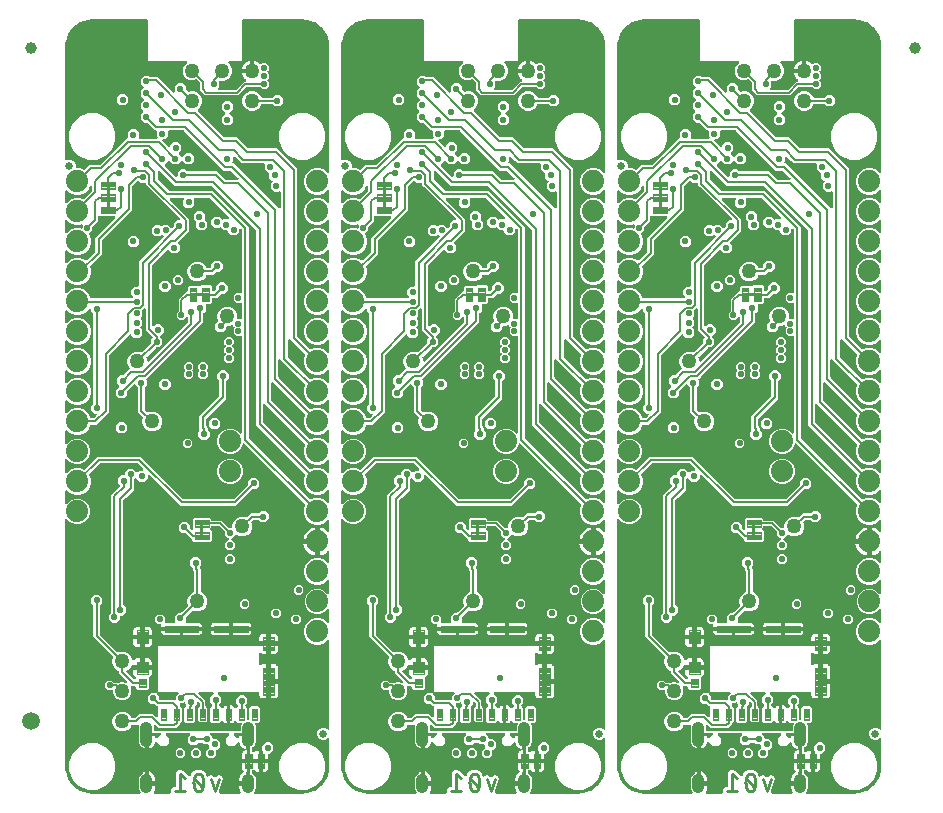
<source format=gbl>
G04 EAGLE Gerber RS-274X export*
G75*
%MOMM*%
%FSLAX34Y34*%
%LPD*%
%INBottom Copper*%
%IPPOS*%
%AMOC8*
5,1,8,0,0,1.08239X$1,22.5*%
G01*
%ADD10C,0.279400*%
%ADD11C,1.879600*%
%ADD12C,0.635000*%
%ADD13C,1.000000*%
%ADD14C,0.099059*%
%ADD15C,1.270000*%
%ADD16C,0.100000*%
%ADD17C,0.100800*%
%ADD18C,0.105000*%
%ADD19C,0.099000*%
%ADD20C,1.000000*%
%ADD21C,1.500000*%
%ADD22C,0.554000*%
%ADD23C,0.200000*%
%ADD24C,0.150000*%
%ADD25C,0.152400*%

G36*
X299144Y2418D02*
X299144Y2418D01*
X299176Y2416D01*
X299283Y2438D01*
X299391Y2454D01*
X299420Y2467D01*
X299452Y2473D01*
X299549Y2525D01*
X299648Y2570D01*
X299672Y2591D01*
X299701Y2606D01*
X299779Y2682D01*
X299862Y2753D01*
X299880Y2780D01*
X299903Y2803D01*
X299957Y2897D01*
X300017Y2989D01*
X300026Y3020D01*
X300042Y3048D01*
X300067Y3154D01*
X300099Y3259D01*
X300099Y3291D01*
X300107Y3322D01*
X300101Y3432D01*
X300103Y3541D01*
X300094Y3572D01*
X300093Y3604D01*
X300057Y3707D01*
X300028Y3813D01*
X300011Y3840D01*
X300000Y3871D01*
X299947Y3944D01*
X299879Y4053D01*
X299843Y4085D01*
X299818Y4120D01*
X299464Y4474D01*
X298509Y6779D01*
X298509Y15273D01*
X299464Y17578D01*
X301228Y19342D01*
X301792Y19576D01*
X301801Y19581D01*
X301810Y19583D01*
X301922Y19653D01*
X302035Y19720D01*
X302042Y19726D01*
X302050Y19731D01*
X302138Y19829D01*
X302228Y19925D01*
X302232Y19934D01*
X302239Y19941D01*
X302296Y20059D01*
X302356Y20177D01*
X302358Y20186D01*
X302362Y20194D01*
X302374Y20270D01*
X302408Y20454D01*
X302406Y20478D01*
X302409Y20499D01*
X302409Y40853D01*
X302408Y40862D01*
X302409Y40872D01*
X302388Y41002D01*
X302369Y41132D01*
X302366Y41141D01*
X302364Y41150D01*
X302307Y41270D01*
X302253Y41389D01*
X302247Y41396D01*
X302243Y41405D01*
X302155Y41504D01*
X302070Y41603D01*
X302062Y41609D01*
X302056Y41616D01*
X301990Y41656D01*
X301834Y41758D01*
X301811Y41765D01*
X301792Y41776D01*
X301228Y42010D01*
X299464Y43774D01*
X298509Y46079D01*
X298509Y59750D01*
X298500Y59814D01*
X298501Y59878D01*
X298480Y59953D01*
X298469Y60029D01*
X298443Y60088D01*
X298426Y60150D01*
X298385Y60216D01*
X298353Y60286D01*
X298311Y60335D01*
X298278Y60390D01*
X298220Y60442D01*
X298170Y60500D01*
X298116Y60536D01*
X298068Y60579D01*
X297999Y60612D01*
X297934Y60655D01*
X297872Y60674D01*
X297815Y60702D01*
X297745Y60713D01*
X297664Y60737D01*
X297579Y60738D01*
X297510Y60749D01*
X293047Y60749D01*
X293038Y60748D01*
X293028Y60749D01*
X292898Y60728D01*
X292768Y60709D01*
X292759Y60706D01*
X292750Y60704D01*
X292631Y60647D01*
X292511Y60593D01*
X292504Y60587D01*
X292495Y60583D01*
X292397Y60495D01*
X292297Y60410D01*
X292291Y60402D01*
X292284Y60396D01*
X292244Y60330D01*
X292142Y60174D01*
X292135Y60151D01*
X292124Y60132D01*
X291559Y58770D01*
X289210Y56421D01*
X286141Y55149D01*
X282819Y55149D01*
X279750Y56421D01*
X277401Y58770D01*
X276129Y61839D01*
X276129Y65161D01*
X277401Y68230D01*
X279750Y70579D01*
X282819Y71851D01*
X286141Y71851D01*
X289210Y70579D01*
X291559Y68230D01*
X292124Y66868D01*
X292129Y66859D01*
X292131Y66850D01*
X292201Y66738D01*
X292267Y66625D01*
X292274Y66618D01*
X292279Y66610D01*
X292377Y66522D01*
X292473Y66432D01*
X292482Y66428D01*
X292489Y66421D01*
X292607Y66364D01*
X292725Y66304D01*
X292734Y66302D01*
X292742Y66298D01*
X292818Y66286D01*
X293002Y66252D01*
X293026Y66254D01*
X293047Y66251D01*
X294441Y66251D01*
X294536Y66264D01*
X294632Y66269D01*
X294675Y66284D01*
X294720Y66291D01*
X294807Y66330D01*
X294898Y66362D01*
X294933Y66387D01*
X294977Y66407D01*
X295074Y66490D01*
X295147Y66543D01*
X298430Y69827D01*
X310799Y69827D01*
X313385Y67240D01*
X313411Y67221D01*
X313432Y67196D01*
X313524Y67136D01*
X313611Y67071D01*
X313641Y67059D01*
X313668Y67042D01*
X313773Y67010D01*
X313875Y66971D01*
X313907Y66969D01*
X313938Y66959D01*
X314047Y66958D01*
X314156Y66949D01*
X314188Y66956D01*
X314220Y66956D01*
X314325Y66985D01*
X314432Y67007D01*
X314461Y67022D01*
X314492Y67031D01*
X314585Y67088D01*
X314681Y67139D01*
X314704Y67162D01*
X314732Y67179D01*
X314805Y67260D01*
X314883Y67336D01*
X314899Y67364D01*
X314921Y67388D01*
X314968Y67486D01*
X315022Y67582D01*
X315030Y67613D01*
X315044Y67642D01*
X315058Y67731D01*
X315087Y67856D01*
X315085Y67905D01*
X315091Y67947D01*
X315091Y75250D01*
X315082Y75314D01*
X315083Y75378D01*
X315062Y75453D01*
X315051Y75529D01*
X315025Y75588D01*
X315008Y75650D01*
X314967Y75716D01*
X314935Y75786D01*
X314893Y75835D01*
X314860Y75890D01*
X314802Y75942D01*
X314752Y76000D01*
X314698Y76036D01*
X314650Y76079D01*
X314581Y76112D01*
X314516Y76155D01*
X314454Y76174D01*
X314397Y76202D01*
X314327Y76213D01*
X314246Y76237D01*
X314161Y76238D01*
X314092Y76249D01*
X313541Y76249D01*
X311853Y77937D01*
X311777Y77994D01*
X311705Y78059D01*
X311664Y78079D01*
X311628Y78106D01*
X311538Y78140D01*
X311451Y78182D01*
X311409Y78188D01*
X311364Y78205D01*
X311236Y78215D01*
X311147Y78229D01*
X308704Y78229D01*
X305909Y81024D01*
X305909Y84976D01*
X308704Y87771D01*
X312656Y87771D01*
X312865Y87561D01*
X312891Y87542D01*
X312912Y87518D01*
X313004Y87458D01*
X313091Y87392D01*
X313121Y87381D01*
X313148Y87363D01*
X313253Y87331D01*
X313355Y87293D01*
X313387Y87290D01*
X313418Y87281D01*
X313527Y87279D01*
X313636Y87271D01*
X313668Y87277D01*
X313691Y87277D01*
X313685Y87251D01*
X313690Y87141D01*
X313689Y87032D01*
X313698Y87001D01*
X313699Y86969D01*
X313735Y86866D01*
X313764Y86760D01*
X313781Y86733D01*
X313792Y86702D01*
X313845Y86629D01*
X313912Y86520D01*
X313948Y86488D01*
X313973Y86453D01*
X315451Y84976D01*
X315451Y82750D01*
X315460Y82686D01*
X315459Y82622D01*
X315480Y82547D01*
X315491Y82471D01*
X315517Y82412D01*
X315534Y82350D01*
X315575Y82284D01*
X315607Y82214D01*
X315649Y82165D01*
X315682Y82110D01*
X315740Y82058D01*
X315790Y82000D01*
X315844Y81964D01*
X315892Y81921D01*
X315961Y81888D01*
X316026Y81845D01*
X316088Y81826D01*
X316145Y81798D01*
X316215Y81787D01*
X316296Y81763D01*
X316381Y81762D01*
X316450Y81751D01*
X329180Y81751D01*
X329244Y81760D01*
X329308Y81759D01*
X329383Y81780D01*
X329459Y81791D01*
X329518Y81817D01*
X329580Y81834D01*
X329646Y81875D01*
X329716Y81907D01*
X329765Y81949D01*
X329820Y81982D01*
X329872Y82040D01*
X329930Y82090D01*
X329966Y82144D01*
X330009Y82192D01*
X330042Y82261D01*
X330085Y82326D01*
X330104Y82388D01*
X330132Y82445D01*
X330143Y82515D01*
X330167Y82596D01*
X330168Y82681D01*
X330179Y82750D01*
X330179Y84674D01*
X331959Y86453D01*
X331978Y86479D01*
X332003Y86500D01*
X332063Y86592D01*
X332128Y86679D01*
X332140Y86709D01*
X332157Y86736D01*
X332189Y86841D01*
X332228Y86943D01*
X332230Y86975D01*
X332240Y87006D01*
X332241Y87115D01*
X332250Y87224D01*
X332243Y87256D01*
X332243Y87288D01*
X332214Y87393D01*
X332192Y87500D01*
X332177Y87529D01*
X332168Y87560D01*
X332111Y87653D01*
X332060Y87749D01*
X332037Y87772D01*
X332020Y87800D01*
X331939Y87873D01*
X331863Y87951D01*
X331835Y87967D01*
X331811Y87989D01*
X331713Y88036D01*
X331617Y88090D01*
X331586Y88098D01*
X331557Y88112D01*
X331468Y88126D01*
X331343Y88155D01*
X331294Y88153D01*
X331252Y88159D01*
X314680Y88159D01*
X314648Y88155D01*
X314616Y88157D01*
X314560Y88145D01*
X314567Y88177D01*
X314565Y88226D01*
X314571Y88268D01*
X314571Y127260D01*
X314572Y127261D01*
X399552Y127261D01*
X399616Y127270D01*
X399680Y127269D01*
X399755Y127290D01*
X399831Y127301D01*
X399890Y127327D01*
X399952Y127344D01*
X400018Y127385D01*
X400053Y127401D01*
X406343Y127401D01*
X406343Y120859D01*
X403213Y120859D01*
X402434Y121068D01*
X401735Y121472D01*
X401639Y121568D01*
X401613Y121587D01*
X401592Y121612D01*
X401500Y121672D01*
X401413Y121737D01*
X401383Y121748D01*
X401356Y121766D01*
X401251Y121798D01*
X401149Y121837D01*
X401117Y121839D01*
X401086Y121849D01*
X400977Y121850D01*
X400868Y121858D01*
X400836Y121852D01*
X400804Y121852D01*
X400699Y121823D01*
X400592Y121801D01*
X400563Y121786D01*
X400532Y121777D01*
X400439Y121720D01*
X400343Y121668D01*
X400320Y121646D01*
X400292Y121629D01*
X400219Y121548D01*
X400141Y121472D01*
X400125Y121444D01*
X400103Y121420D01*
X400056Y121321D01*
X400002Y121226D01*
X399994Y121195D01*
X399980Y121166D01*
X399966Y121076D01*
X399937Y120952D01*
X399939Y120903D01*
X399933Y120861D01*
X399933Y112039D01*
X399937Y112007D01*
X399935Y111975D01*
X399957Y111867D01*
X399973Y111759D01*
X399986Y111730D01*
X399992Y111698D01*
X400044Y111602D01*
X400089Y111503D01*
X400110Y111478D01*
X400125Y111450D01*
X400201Y111371D01*
X400272Y111288D01*
X400299Y111271D01*
X400322Y111247D01*
X400417Y111194D01*
X400508Y111134D01*
X400539Y111124D01*
X400567Y111108D01*
X400674Y111083D01*
X400778Y111051D01*
X400810Y111051D01*
X400842Y111044D01*
X400951Y111049D01*
X401060Y111048D01*
X401091Y111056D01*
X401123Y111058D01*
X401226Y111094D01*
X401332Y111123D01*
X401359Y111140D01*
X401390Y111150D01*
X401463Y111204D01*
X401572Y111271D01*
X401604Y111307D01*
X401639Y111332D01*
X401735Y111428D01*
X402434Y111832D01*
X403213Y112041D01*
X406343Y112041D01*
X406343Y98550D01*
X406352Y98486D01*
X406351Y98422D01*
X406372Y98348D01*
X406383Y98271D01*
X406409Y98212D01*
X406426Y98150D01*
X406467Y98084D01*
X406499Y98014D01*
X406541Y97965D01*
X406574Y97910D01*
X406632Y97859D01*
X406682Y97800D01*
X406736Y97764D01*
X406784Y97721D01*
X406853Y97688D01*
X406918Y97645D01*
X406980Y97626D01*
X407037Y97598D01*
X407107Y97588D01*
X407188Y97563D01*
X407273Y97562D01*
X407342Y97551D01*
X408343Y97551D01*
X408343Y97549D01*
X407342Y97549D01*
X407278Y97540D01*
X407214Y97541D01*
X407139Y97520D01*
X407063Y97509D01*
X407004Y97483D01*
X406942Y97466D01*
X406876Y97425D01*
X406806Y97393D01*
X406757Y97351D01*
X406702Y97318D01*
X406650Y97260D01*
X406592Y97210D01*
X406556Y97156D01*
X406513Y97108D01*
X406480Y97039D01*
X406437Y96974D01*
X406418Y96912D01*
X406390Y96854D01*
X406380Y96785D01*
X406355Y96704D01*
X406354Y96619D01*
X406343Y96550D01*
X406343Y83059D01*
X403213Y83059D01*
X402434Y83268D01*
X401735Y83672D01*
X401164Y84243D01*
X400760Y84942D01*
X400551Y85721D01*
X400551Y87160D01*
X400542Y87224D01*
X400543Y87288D01*
X400522Y87363D01*
X400511Y87439D01*
X400485Y87498D01*
X400468Y87560D01*
X400427Y87626D01*
X400395Y87696D01*
X400353Y87745D01*
X400320Y87800D01*
X400262Y87852D01*
X400212Y87910D01*
X400158Y87946D01*
X400110Y87989D01*
X400041Y88022D01*
X399976Y88065D01*
X399914Y88084D01*
X399857Y88112D01*
X399787Y88123D01*
X399706Y88147D01*
X399621Y88148D01*
X399552Y88159D01*
X366113Y88159D01*
X366081Y88155D01*
X366049Y88157D01*
X365942Y88135D01*
X365834Y88119D01*
X365804Y88106D01*
X365773Y88100D01*
X365676Y88048D01*
X365577Y88003D01*
X365552Y87982D01*
X365524Y87967D01*
X365446Y87891D01*
X365362Y87820D01*
X365345Y87793D01*
X365322Y87770D01*
X365268Y87675D01*
X365208Y87584D01*
X365199Y87553D01*
X365183Y87525D01*
X365157Y87419D01*
X365126Y87314D01*
X365125Y87282D01*
X365118Y87251D01*
X365123Y87141D01*
X365122Y87032D01*
X365130Y87001D01*
X365132Y86969D01*
X365168Y86866D01*
X365197Y86760D01*
X365214Y86733D01*
X365225Y86702D01*
X365278Y86629D01*
X365345Y86520D01*
X365381Y86488D01*
X365406Y86453D01*
X368180Y83680D01*
X368180Y79728D01*
X366885Y78433D01*
X366828Y78357D01*
X366763Y78285D01*
X366743Y78244D01*
X366716Y78208D01*
X366682Y78118D01*
X366640Y78032D01*
X366634Y77989D01*
X366617Y77944D01*
X366607Y77816D01*
X366593Y77727D01*
X366593Y76950D01*
X366606Y76855D01*
X366611Y76759D01*
X366626Y76716D01*
X366633Y76671D01*
X366672Y76583D01*
X366704Y76492D01*
X366729Y76458D01*
X366749Y76414D01*
X366832Y76316D01*
X366885Y76243D01*
X368177Y74951D01*
X368220Y74919D01*
X368257Y74880D01*
X368333Y74835D01*
X368403Y74782D01*
X368453Y74763D01*
X368499Y74735D01*
X368584Y74713D01*
X368667Y74682D01*
X368720Y74678D01*
X368772Y74665D01*
X368860Y74667D01*
X368948Y74660D01*
X369001Y74671D01*
X369054Y74673D01*
X369138Y74700D01*
X369224Y74718D01*
X369272Y74743D01*
X369323Y74760D01*
X369395Y74809D01*
X369473Y74851D01*
X369512Y74888D01*
X369556Y74918D01*
X369605Y74979D01*
X369675Y75047D01*
X369711Y75110D01*
X369749Y75158D01*
X370159Y75867D01*
X370725Y76433D01*
X371418Y76834D01*
X372192Y77041D01*
X373343Y77041D01*
X373343Y69750D01*
X373352Y69687D01*
X373351Y69622D01*
X373372Y69548D01*
X373380Y69489D01*
X373379Y69485D01*
X373355Y69404D01*
X373354Y69319D01*
X373343Y69250D01*
X373343Y61959D01*
X372192Y61959D01*
X371418Y62166D01*
X370725Y62567D01*
X370159Y63133D01*
X369749Y63842D01*
X369716Y63884D01*
X369691Y63931D01*
X369630Y63995D01*
X369575Y64064D01*
X369532Y64095D01*
X369494Y64134D01*
X369418Y64177D01*
X369346Y64228D01*
X369296Y64246D01*
X369249Y64273D01*
X369163Y64293D01*
X369080Y64322D01*
X369027Y64325D01*
X368975Y64337D01*
X368887Y64333D01*
X368799Y64338D01*
X368747Y64326D01*
X368693Y64323D01*
X368610Y64294D01*
X368524Y64274D01*
X368477Y64248D01*
X368426Y64231D01*
X368363Y64184D01*
X368278Y64137D01*
X368227Y64085D01*
X368178Y64049D01*
X366628Y62499D01*
X360556Y62499D01*
X359091Y63964D01*
X359091Y75036D01*
X360299Y76243D01*
X360356Y76320D01*
X360421Y76391D01*
X360441Y76432D01*
X360468Y76469D01*
X360502Y76559D01*
X360544Y76645D01*
X360550Y76687D01*
X360567Y76733D01*
X360577Y76860D01*
X360591Y76950D01*
X360591Y77361D01*
X360582Y77424D01*
X360583Y77485D01*
X360575Y77516D01*
X360573Y77552D01*
X360558Y77595D01*
X360551Y77640D01*
X360523Y77704D01*
X360508Y77757D01*
X360494Y77780D01*
X360480Y77819D01*
X360455Y77853D01*
X360435Y77897D01*
X360386Y77955D01*
X360360Y77997D01*
X360331Y78023D01*
X360299Y78067D01*
X358638Y79728D01*
X358638Y83680D01*
X361412Y86453D01*
X361431Y86479D01*
X361456Y86500D01*
X361515Y86592D01*
X361581Y86679D01*
X361592Y86709D01*
X361610Y86736D01*
X361642Y86841D01*
X361680Y86943D01*
X361683Y86975D01*
X361692Y87006D01*
X361694Y87115D01*
X361702Y87224D01*
X361696Y87256D01*
X361696Y87288D01*
X361667Y87393D01*
X361645Y87500D01*
X361630Y87529D01*
X361621Y87560D01*
X361564Y87653D01*
X361512Y87749D01*
X361490Y87772D01*
X361473Y87800D01*
X361392Y87873D01*
X361315Y87951D01*
X361287Y87967D01*
X361263Y87989D01*
X361165Y88036D01*
X361070Y88090D01*
X361039Y88098D01*
X361010Y88112D01*
X360920Y88126D01*
X360796Y88155D01*
X360747Y88153D01*
X360705Y88159D01*
X349719Y88159D01*
X349687Y88155D01*
X349655Y88157D01*
X349548Y88135D01*
X349439Y88119D01*
X349410Y88106D01*
X349379Y88100D01*
X349282Y88048D01*
X349183Y88003D01*
X349158Y87982D01*
X349130Y87967D01*
X349051Y87891D01*
X348968Y87820D01*
X348951Y87793D01*
X348927Y87770D01*
X348874Y87675D01*
X348814Y87584D01*
X348804Y87553D01*
X348788Y87525D01*
X348763Y87418D01*
X348731Y87314D01*
X348731Y87282D01*
X348724Y87251D01*
X348729Y87141D01*
X348728Y87032D01*
X348736Y87001D01*
X348738Y86969D01*
X348774Y86866D01*
X348803Y86760D01*
X348820Y86733D01*
X348830Y86702D01*
X348884Y86629D01*
X348951Y86520D01*
X348987Y86488D01*
X349012Y86453D01*
X353240Y82226D01*
X354863Y80603D01*
X354863Y76647D01*
X354876Y76552D01*
X354881Y76456D01*
X354896Y76413D01*
X354903Y76368D01*
X354942Y76281D01*
X354974Y76190D01*
X354999Y76155D01*
X355019Y76111D01*
X355102Y76014D01*
X355155Y75941D01*
X356363Y74733D01*
X356363Y64267D01*
X355325Y63229D01*
X349859Y63229D01*
X348821Y64267D01*
X348821Y74733D01*
X350029Y75941D01*
X350086Y76018D01*
X350151Y76089D01*
X350171Y76130D01*
X350198Y76166D01*
X350232Y76256D01*
X350274Y76343D01*
X350280Y76385D01*
X350297Y76430D01*
X350307Y76558D01*
X350321Y76647D01*
X350321Y78308D01*
X350308Y78403D01*
X350303Y78499D01*
X350288Y78542D01*
X350281Y78587D01*
X350242Y78674D01*
X350210Y78765D01*
X350185Y78800D01*
X350165Y78844D01*
X350082Y78941D01*
X350029Y79014D01*
X349237Y79806D01*
X349211Y79826D01*
X349190Y79850D01*
X349098Y79910D01*
X349011Y79976D01*
X348981Y79987D01*
X348954Y80005D01*
X348849Y80037D01*
X348747Y80075D01*
X348715Y80078D01*
X348684Y80087D01*
X348575Y80089D01*
X348466Y80097D01*
X348434Y80090D01*
X348402Y80091D01*
X348297Y80062D01*
X348190Y80039D01*
X348161Y80024D01*
X348130Y80016D01*
X348037Y79958D01*
X347941Y79907D01*
X347918Y79884D01*
X347890Y79868D01*
X347817Y79786D01*
X347739Y79710D01*
X347723Y79682D01*
X347701Y79658D01*
X347654Y79560D01*
X347600Y79465D01*
X347592Y79433D01*
X347578Y79404D01*
X347564Y79315D01*
X347535Y79190D01*
X347537Y79142D01*
X347531Y79100D01*
X347531Y77944D01*
X346064Y76477D01*
X346026Y76426D01*
X345980Y76381D01*
X345941Y76314D01*
X345895Y76252D01*
X345872Y76192D01*
X345841Y76136D01*
X345823Y76060D01*
X345795Y75988D01*
X345791Y75924D01*
X345776Y75861D01*
X345780Y75784D01*
X345774Y75707D01*
X345787Y75644D01*
X345790Y75580D01*
X345815Y75507D01*
X345831Y75431D01*
X345861Y75374D01*
X345883Y75313D01*
X345924Y75257D01*
X345964Y75182D01*
X346023Y75121D01*
X346064Y75064D01*
X346093Y75036D01*
X346093Y63964D01*
X344628Y62499D01*
X338556Y62499D01*
X337091Y63964D01*
X337091Y75036D01*
X338288Y76232D01*
X338326Y76284D01*
X338372Y76329D01*
X338410Y76396D01*
X338457Y76458D01*
X338480Y76518D01*
X338511Y76574D01*
X338529Y76649D01*
X338557Y76722D01*
X338561Y76786D01*
X338576Y76848D01*
X338572Y76926D01*
X338578Y77003D01*
X338565Y77066D01*
X338562Y77130D01*
X338537Y77203D01*
X338521Y77279D01*
X338491Y77336D01*
X338469Y77396D01*
X338428Y77453D01*
X338388Y77528D01*
X338329Y77589D01*
X338288Y77645D01*
X337989Y77944D01*
X337989Y78642D01*
X337985Y78674D01*
X337987Y78707D01*
X337965Y78813D01*
X337949Y78922D01*
X337936Y78951D01*
X337930Y78983D01*
X337878Y79079D01*
X337833Y79179D01*
X337812Y79203D01*
X337797Y79232D01*
X337721Y79310D01*
X337650Y79393D01*
X337623Y79411D01*
X337600Y79434D01*
X337506Y79487D01*
X337414Y79547D01*
X337383Y79557D01*
X337355Y79573D01*
X337249Y79598D01*
X337144Y79630D01*
X337112Y79630D01*
X337081Y79638D01*
X336971Y79632D01*
X336862Y79633D01*
X336831Y79625D01*
X336799Y79623D01*
X336696Y79587D01*
X336590Y79558D01*
X336563Y79541D01*
X336532Y79531D01*
X336459Y79477D01*
X336350Y79410D01*
X336318Y79374D01*
X336283Y79349D01*
X335894Y78959D01*
X334023Y78959D01*
X333991Y78955D01*
X333959Y78957D01*
X333852Y78935D01*
X333744Y78919D01*
X333715Y78906D01*
X333683Y78900D01*
X333586Y78848D01*
X333487Y78803D01*
X333463Y78782D01*
X333434Y78767D01*
X333356Y78691D01*
X333273Y78620D01*
X333255Y78593D01*
X333232Y78570D01*
X333178Y78475D01*
X333118Y78384D01*
X333109Y78353D01*
X333093Y78325D01*
X333068Y78219D01*
X333036Y78114D01*
X333036Y78082D01*
X333028Y78050D01*
X333034Y77941D01*
X333032Y77832D01*
X333041Y77801D01*
X333042Y77769D01*
X333078Y77666D01*
X333107Y77560D01*
X333124Y77533D01*
X333135Y77502D01*
X333188Y77429D01*
X333256Y77320D01*
X333292Y77288D01*
X333317Y77253D01*
X333343Y77227D01*
X333343Y77200D01*
X333356Y77105D01*
X333361Y77009D01*
X333376Y76966D01*
X333383Y76921D01*
X333422Y76833D01*
X333454Y76742D01*
X333479Y76708D01*
X333499Y76664D01*
X333582Y76566D01*
X333635Y76493D01*
X335093Y75036D01*
X335093Y63964D01*
X333635Y62507D01*
X333578Y62430D01*
X333513Y62359D01*
X333493Y62318D01*
X333466Y62281D01*
X333432Y62191D01*
X333390Y62105D01*
X333384Y62063D01*
X333367Y62017D01*
X333357Y61890D01*
X333343Y61800D01*
X333343Y61361D01*
X329711Y57729D01*
X315116Y57729D01*
X313212Y59633D01*
X312757Y60089D01*
X312731Y60108D01*
X312710Y60133D01*
X312652Y60171D01*
X312619Y60200D01*
X312589Y60214D01*
X312531Y60258D01*
X312501Y60269D01*
X312474Y60287D01*
X312380Y60316D01*
X312366Y60323D01*
X312355Y60324D01*
X312267Y60357D01*
X312235Y60360D01*
X312204Y60369D01*
X312095Y60371D01*
X311986Y60379D01*
X311954Y60373D01*
X311922Y60373D01*
X311817Y60344D01*
X311710Y60322D01*
X311681Y60307D01*
X311650Y60298D01*
X311557Y60240D01*
X311461Y60189D01*
X311438Y60167D01*
X311410Y60150D01*
X311337Y60069D01*
X311259Y59992D01*
X311243Y59964D01*
X311221Y59940D01*
X311174Y59842D01*
X311158Y59815D01*
X311145Y59795D01*
X311143Y59788D01*
X311120Y59747D01*
X311112Y59716D01*
X311098Y59687D01*
X311084Y59597D01*
X311083Y59592D01*
X311063Y59525D01*
X311062Y59505D01*
X311055Y59473D01*
X311057Y59424D01*
X311051Y59382D01*
X311051Y56270D01*
X311060Y56206D01*
X311059Y56142D01*
X311080Y56067D01*
X311091Y55991D01*
X311117Y55932D01*
X311134Y55870D01*
X311175Y55804D01*
X311207Y55734D01*
X311249Y55685D01*
X311282Y55630D01*
X311340Y55578D01*
X311390Y55520D01*
X311444Y55484D01*
X311492Y55441D01*
X311561Y55408D01*
X311626Y55365D01*
X311688Y55346D01*
X311745Y55318D01*
X311815Y55307D01*
X311896Y55283D01*
X311981Y55282D01*
X312050Y55271D01*
X383910Y55271D01*
X383974Y55280D01*
X384038Y55279D01*
X384113Y55300D01*
X384189Y55311D01*
X384248Y55337D01*
X384310Y55354D01*
X384376Y55395D01*
X384446Y55427D01*
X384495Y55469D01*
X384550Y55502D01*
X384602Y55560D01*
X384660Y55610D01*
X384696Y55664D01*
X384739Y55712D01*
X384772Y55781D01*
X384815Y55846D01*
X384834Y55908D01*
X384862Y55965D01*
X384873Y56035D01*
X384897Y56116D01*
X384898Y56201D01*
X384909Y56270D01*
X384909Y59573D01*
X385549Y61118D01*
X385578Y61232D01*
X385613Y61346D01*
X385613Y61369D01*
X385619Y61391D01*
X385615Y61509D01*
X385617Y61628D01*
X385611Y61650D01*
X385610Y61673D01*
X385573Y61785D01*
X385542Y61900D01*
X385530Y61919D01*
X385523Y61941D01*
X385456Y62039D01*
X385393Y62140D01*
X385377Y62155D01*
X385364Y62174D01*
X385272Y62249D01*
X385184Y62329D01*
X385164Y62339D01*
X385146Y62353D01*
X385037Y62400D01*
X384930Y62452D01*
X384909Y62455D01*
X384887Y62465D01*
X384702Y62487D01*
X384626Y62499D01*
X382556Y62499D01*
X381007Y64049D01*
X380964Y64081D01*
X380927Y64120D01*
X380851Y64165D01*
X380781Y64218D01*
X380731Y64237D01*
X380685Y64265D01*
X380599Y64287D01*
X380517Y64318D01*
X380464Y64322D01*
X380412Y64335D01*
X380324Y64333D01*
X380236Y64340D01*
X380183Y64329D01*
X380130Y64327D01*
X380046Y64300D01*
X379960Y64282D01*
X379913Y64257D01*
X379861Y64240D01*
X379788Y64191D01*
X379711Y64149D01*
X379672Y64112D01*
X379628Y64082D01*
X379579Y64021D01*
X379509Y63953D01*
X379473Y63890D01*
X379435Y63842D01*
X379025Y63133D01*
X378459Y62567D01*
X377766Y62166D01*
X376992Y61959D01*
X375841Y61959D01*
X375841Y69250D01*
X375832Y69313D01*
X375833Y69378D01*
X375812Y69452D01*
X375804Y69511D01*
X375805Y69515D01*
X375829Y69596D01*
X375830Y69681D01*
X375841Y69750D01*
X375841Y77041D01*
X376992Y77041D01*
X377766Y76834D01*
X378459Y76433D01*
X379025Y75867D01*
X379435Y75158D01*
X379468Y75116D01*
X379493Y75069D01*
X379554Y75005D01*
X379609Y74936D01*
X379652Y74905D01*
X379690Y74866D01*
X379766Y74823D01*
X379838Y74772D01*
X379888Y74754D01*
X379935Y74727D01*
X380021Y74707D01*
X380104Y74678D01*
X380157Y74675D01*
X380209Y74662D01*
X380298Y74667D01*
X380385Y74662D01*
X380437Y74674D01*
X380491Y74677D01*
X380574Y74706D01*
X380660Y74726D01*
X380707Y74752D01*
X380758Y74769D01*
X380821Y74815D01*
X380906Y74863D01*
X380957Y74915D01*
X381006Y74951D01*
X382278Y76222D01*
X382316Y76274D01*
X382362Y76319D01*
X382401Y76386D01*
X382447Y76448D01*
X382470Y76508D01*
X382501Y76564D01*
X382519Y76639D01*
X382547Y76712D01*
X382551Y76776D01*
X382566Y76838D01*
X382562Y76916D01*
X382568Y76993D01*
X382555Y77056D01*
X382552Y77120D01*
X382526Y77193D01*
X382511Y77269D01*
X382481Y77326D01*
X382459Y77386D01*
X382418Y77443D01*
X382378Y77518D01*
X382319Y77579D01*
X382278Y77635D01*
X380909Y79004D01*
X380909Y82956D01*
X383704Y85751D01*
X387656Y85751D01*
X390451Y82956D01*
X390451Y79004D01*
X388994Y77547D01*
X388956Y77496D01*
X388910Y77451D01*
X388871Y77384D01*
X388825Y77322D01*
X388802Y77262D01*
X388771Y77206D01*
X388753Y77130D01*
X388725Y77058D01*
X388721Y76994D01*
X388706Y76931D01*
X388710Y76854D01*
X388704Y76777D01*
X388717Y76714D01*
X388720Y76650D01*
X388745Y76577D01*
X388761Y76501D01*
X388791Y76444D01*
X388813Y76383D01*
X388854Y76327D01*
X388894Y76252D01*
X388953Y76191D01*
X388994Y76134D01*
X390093Y75036D01*
X390093Y65596D01*
X390102Y65532D01*
X390101Y65468D01*
X390122Y65393D01*
X390133Y65317D01*
X390159Y65258D01*
X390176Y65196D01*
X390217Y65130D01*
X390249Y65060D01*
X390291Y65011D01*
X390324Y64956D01*
X390382Y64904D01*
X390432Y64846D01*
X390486Y64810D01*
X390534Y64767D01*
X390603Y64734D01*
X390668Y64691D01*
X390730Y64672D01*
X390787Y64644D01*
X390857Y64633D01*
X390938Y64609D01*
X391023Y64608D01*
X391092Y64597D01*
X391156Y64606D01*
X391220Y64605D01*
X391295Y64626D01*
X391371Y64637D01*
X391430Y64663D01*
X391492Y64680D01*
X391558Y64721D01*
X391628Y64753D01*
X391677Y64795D01*
X391732Y64828D01*
X391784Y64886D01*
X391842Y64936D01*
X391878Y64990D01*
X391921Y65038D01*
X391954Y65107D01*
X391997Y65172D01*
X392016Y65234D01*
X392044Y65291D01*
X392055Y65361D01*
X392079Y65442D01*
X392080Y65527D01*
X392091Y65596D01*
X392091Y75036D01*
X393556Y76501D01*
X399628Y76501D01*
X401093Y75036D01*
X401093Y63964D01*
X399628Y62499D01*
X397734Y62499D01*
X397617Y62483D01*
X397499Y62471D01*
X397478Y62463D01*
X397455Y62459D01*
X397347Y62411D01*
X397237Y62367D01*
X397219Y62353D01*
X397198Y62343D01*
X397108Y62266D01*
X397014Y62193D01*
X397001Y62175D01*
X396984Y62160D01*
X396919Y62060D01*
X396849Y61964D01*
X396842Y61943D01*
X396829Y61924D01*
X396795Y61810D01*
X396755Y61699D01*
X396754Y61676D01*
X396747Y61654D01*
X396745Y61536D01*
X396738Y61417D01*
X396744Y61396D01*
X396743Y61372D01*
X396793Y61193D01*
X396811Y61118D01*
X397451Y59573D01*
X397451Y46079D01*
X396496Y43774D01*
X394732Y42010D01*
X394568Y41942D01*
X394559Y41937D01*
X394550Y41934D01*
X394438Y41865D01*
X394325Y41798D01*
X394318Y41791D01*
X394310Y41786D01*
X394222Y41689D01*
X394132Y41592D01*
X394128Y41584D01*
X394121Y41577D01*
X394064Y41458D01*
X394004Y41341D01*
X394002Y41332D01*
X393998Y41323D01*
X393986Y41247D01*
X393952Y41064D01*
X393954Y41040D01*
X393951Y41019D01*
X393951Y38620D01*
X393960Y38556D01*
X393959Y38492D01*
X393980Y38417D01*
X393991Y38341D01*
X394017Y38282D01*
X394034Y38220D01*
X394075Y38154D01*
X394107Y38084D01*
X394149Y38035D01*
X394182Y37980D01*
X394240Y37928D01*
X394290Y37870D01*
X394344Y37834D01*
X394392Y37791D01*
X394461Y37758D01*
X394526Y37715D01*
X394588Y37696D01*
X394645Y37668D01*
X394715Y37657D01*
X394796Y37633D01*
X394881Y37632D01*
X394950Y37621D01*
X395011Y37621D01*
X395094Y37538D01*
X395137Y37506D01*
X395174Y37466D01*
X395249Y37422D01*
X395320Y37369D01*
X395370Y37350D01*
X395416Y37322D01*
X395501Y37300D01*
X395583Y37269D01*
X395637Y37265D01*
X395689Y37252D01*
X395777Y37254D01*
X395865Y37247D01*
X395917Y37258D01*
X395971Y37260D01*
X396055Y37287D01*
X396141Y37305D01*
X396188Y37330D01*
X396239Y37347D01*
X396312Y37396D01*
X396390Y37437D01*
X396428Y37475D01*
X396473Y37505D01*
X396522Y37566D01*
X396592Y37634D01*
X396625Y37693D01*
X397216Y38284D01*
X397908Y38684D01*
X398680Y38891D01*
X400237Y38891D01*
X400237Y31333D01*
X392679Y31333D01*
X392679Y51826D01*
X392670Y51890D01*
X392671Y51954D01*
X392650Y52028D01*
X392639Y52105D01*
X392613Y52164D01*
X392596Y52226D01*
X392555Y52292D01*
X392523Y52362D01*
X392481Y52411D01*
X392448Y52466D01*
X392390Y52517D01*
X392340Y52576D01*
X392286Y52612D01*
X392238Y52655D01*
X392169Y52688D01*
X392104Y52731D01*
X392042Y52750D01*
X391985Y52778D01*
X391915Y52788D01*
X391834Y52813D01*
X391749Y52814D01*
X391680Y52825D01*
X391179Y52825D01*
X391179Y53000D01*
X391170Y53064D01*
X391171Y53128D01*
X391150Y53203D01*
X391139Y53279D01*
X391113Y53338D01*
X391096Y53400D01*
X391055Y53466D01*
X391023Y53536D01*
X390981Y53585D01*
X390948Y53640D01*
X390890Y53692D01*
X390840Y53750D01*
X390786Y53786D01*
X390738Y53829D01*
X390669Y53862D01*
X390604Y53905D01*
X390542Y53924D01*
X390484Y53952D01*
X390415Y53963D01*
X390334Y53987D01*
X390249Y53988D01*
X390180Y53999D01*
X379931Y53999D01*
X379899Y53995D01*
X379867Y53997D01*
X379760Y53975D01*
X379652Y53959D01*
X379622Y53946D01*
X379591Y53940D01*
X379494Y53888D01*
X379395Y53843D01*
X379370Y53822D01*
X379342Y53807D01*
X379263Y53731D01*
X379180Y53660D01*
X379163Y53633D01*
X379140Y53610D01*
X379086Y53515D01*
X379026Y53424D01*
X379017Y53393D01*
X379001Y53365D01*
X378975Y53258D01*
X378944Y53154D01*
X378943Y53122D01*
X378936Y53091D01*
X378941Y52981D01*
X378940Y52872D01*
X378948Y52841D01*
X378950Y52809D01*
X378986Y52706D01*
X379015Y52600D01*
X379032Y52573D01*
X379043Y52542D01*
X379096Y52469D01*
X379163Y52360D01*
X379199Y52328D01*
X379224Y52293D01*
X381933Y49584D01*
X381959Y49565D01*
X381980Y49540D01*
X382072Y49480D01*
X382159Y49415D01*
X382189Y49404D01*
X382216Y49386D01*
X382321Y49354D01*
X382423Y49315D01*
X382455Y49313D01*
X382486Y49304D01*
X382595Y49302D01*
X382704Y49294D01*
X382736Y49300D01*
X382768Y49300D01*
X382873Y49329D01*
X382980Y49351D01*
X383009Y49366D01*
X383040Y49375D01*
X383133Y49432D01*
X383229Y49484D01*
X383252Y49506D01*
X383280Y49523D01*
X383353Y49604D01*
X383431Y49680D01*
X383447Y49709D01*
X383469Y49732D01*
X383516Y49831D01*
X383570Y49926D01*
X383578Y49957D01*
X383592Y49986D01*
X383606Y50075D01*
X383635Y50200D01*
X383633Y50249D01*
X383639Y50291D01*
X383639Y50827D01*
X389181Y50827D01*
X389181Y39890D01*
X389190Y39826D01*
X389189Y39762D01*
X389210Y39687D01*
X389221Y39611D01*
X389247Y39552D01*
X389264Y39490D01*
X389305Y39424D01*
X389337Y39354D01*
X389379Y39305D01*
X389412Y39250D01*
X389470Y39198D01*
X389520Y39140D01*
X389574Y39104D01*
X389622Y39061D01*
X389691Y39028D01*
X389756Y38985D01*
X389818Y38966D01*
X389823Y38964D01*
X389823Y31650D01*
X385630Y31650D01*
X385630Y36254D01*
X385837Y37027D01*
X386237Y37719D01*
X386802Y38284D01*
X387494Y38684D01*
X387593Y38710D01*
X387683Y38749D01*
X387775Y38779D01*
X387811Y38803D01*
X387852Y38821D01*
X387928Y38883D01*
X388008Y38938D01*
X388036Y38972D01*
X388070Y39000D01*
X388125Y39080D01*
X388187Y39155D01*
X388205Y39196D01*
X388230Y39232D01*
X388260Y39325D01*
X388299Y39414D01*
X388304Y39458D01*
X388318Y39500D01*
X388321Y39598D01*
X388333Y39694D01*
X388326Y39738D01*
X388328Y39782D01*
X388304Y39877D01*
X388288Y39973D01*
X388269Y40013D01*
X388258Y40055D01*
X388209Y40139D01*
X388167Y40227D01*
X388138Y40260D01*
X388115Y40298D01*
X388044Y40365D01*
X387980Y40438D01*
X387944Y40460D01*
X387910Y40492D01*
X387794Y40551D01*
X387716Y40599D01*
X387608Y40643D01*
X386373Y41469D01*
X385323Y42519D01*
X384497Y43754D01*
X383929Y45126D01*
X383888Y45333D01*
X383874Y45374D01*
X383867Y45417D01*
X383827Y45506D01*
X383795Y45599D01*
X383769Y45634D01*
X383751Y45674D01*
X383688Y45748D01*
X383630Y45828D01*
X383596Y45855D01*
X383568Y45888D01*
X383486Y45942D01*
X383409Y46003D01*
X383368Y46019D01*
X383332Y46043D01*
X383238Y46071D01*
X383147Y46108D01*
X383104Y46112D01*
X383062Y46125D01*
X382964Y46126D01*
X382867Y46136D01*
X382824Y46128D01*
X382780Y46129D01*
X382686Y46103D01*
X382589Y46085D01*
X382550Y46065D01*
X382508Y46054D01*
X382425Y46002D01*
X382337Y45958D01*
X382305Y45928D01*
X382268Y45906D01*
X382203Y45833D01*
X382131Y45766D01*
X382109Y45729D01*
X382079Y45696D01*
X382037Y45608D01*
X381986Y45524D01*
X381985Y45519D01*
X378963Y42497D01*
X374797Y42497D01*
X371851Y45443D01*
X371851Y49609D01*
X374536Y52293D01*
X374555Y52319D01*
X374580Y52340D01*
X374640Y52432D01*
X374705Y52519D01*
X374716Y52549D01*
X374734Y52576D01*
X374766Y52681D01*
X374805Y52783D01*
X374807Y52815D01*
X374816Y52846D01*
X374818Y52955D01*
X374826Y53064D01*
X374820Y53096D01*
X374820Y53128D01*
X374791Y53233D01*
X374769Y53340D01*
X374754Y53369D01*
X374745Y53400D01*
X374688Y53493D01*
X374636Y53589D01*
X374614Y53612D01*
X374597Y53640D01*
X374516Y53713D01*
X374439Y53791D01*
X374411Y53807D01*
X374388Y53829D01*
X374289Y53876D01*
X374194Y53930D01*
X374163Y53938D01*
X374134Y53952D01*
X374044Y53966D01*
X373920Y53995D01*
X373871Y53993D01*
X373829Y53999D01*
X359910Y53999D01*
X359878Y53995D01*
X359846Y53997D01*
X359739Y53975D01*
X359631Y53959D01*
X359601Y53946D01*
X359570Y53940D01*
X359473Y53888D01*
X359374Y53843D01*
X359349Y53822D01*
X359321Y53807D01*
X359242Y53731D01*
X359160Y53660D01*
X359142Y53633D01*
X359119Y53610D01*
X359065Y53515D01*
X359005Y53424D01*
X358996Y53393D01*
X358980Y53365D01*
X358955Y53258D01*
X358923Y53154D01*
X358922Y53122D01*
X358915Y53091D01*
X358920Y52981D01*
X358919Y52872D01*
X358928Y52841D01*
X358929Y52809D01*
X358965Y52706D01*
X358994Y52600D01*
X359011Y52573D01*
X359022Y52542D01*
X359075Y52469D01*
X359142Y52360D01*
X359178Y52328D01*
X359203Y52293D01*
X360521Y50976D01*
X360521Y49916D01*
X360530Y49852D01*
X360529Y49788D01*
X360550Y49713D01*
X360561Y49636D01*
X360587Y49578D01*
X360604Y49516D01*
X360645Y49450D01*
X360677Y49380D01*
X360719Y49331D01*
X360752Y49276D01*
X360810Y49224D01*
X360860Y49165D01*
X360914Y49130D01*
X360962Y49087D01*
X361031Y49053D01*
X361096Y49011D01*
X361158Y48992D01*
X361215Y48964D01*
X361285Y48953D01*
X361366Y48928D01*
X361451Y48927D01*
X361520Y48916D01*
X364510Y48916D01*
X367305Y46122D01*
X367305Y42170D01*
X364476Y39340D01*
X364441Y39335D01*
X364382Y39309D01*
X364320Y39292D01*
X364254Y39251D01*
X364184Y39219D01*
X364135Y39177D01*
X364080Y39143D01*
X364028Y39086D01*
X363970Y39036D01*
X363934Y38982D01*
X363891Y38934D01*
X363858Y38864D01*
X363815Y38800D01*
X363796Y38738D01*
X363768Y38680D01*
X363757Y38611D01*
X363733Y38530D01*
X363732Y38445D01*
X363721Y38376D01*
X363721Y35326D01*
X361354Y32959D01*
X358006Y32959D01*
X355639Y35326D01*
X355639Y38674D01*
X357743Y40777D01*
X357781Y40829D01*
X357827Y40874D01*
X357866Y40941D01*
X357912Y41003D01*
X357935Y41063D01*
X357966Y41119D01*
X357984Y41194D01*
X358012Y41267D01*
X358017Y41331D01*
X358031Y41393D01*
X358027Y41471D01*
X358033Y41548D01*
X358020Y41611D01*
X358017Y41675D01*
X357992Y41748D01*
X357976Y41824D01*
X357946Y41881D01*
X357925Y41941D01*
X357883Y41998D01*
X357843Y42073D01*
X357784Y42134D01*
X357764Y42162D01*
X357764Y43230D01*
X357754Y43294D01*
X357755Y43358D01*
X357735Y43433D01*
X357724Y43509D01*
X357697Y43568D01*
X357680Y43630D01*
X357639Y43696D01*
X357608Y43766D01*
X357566Y43815D01*
X357532Y43870D01*
X357474Y43922D01*
X357424Y43980D01*
X357370Y44016D01*
X357323Y44059D01*
X357253Y44092D01*
X357188Y44135D01*
X357127Y44154D01*
X357069Y44182D01*
X356999Y44193D01*
X356918Y44217D01*
X356834Y44218D01*
X356764Y44229D01*
X353774Y44229D01*
X353027Y44977D01*
X352950Y45034D01*
X352878Y45099D01*
X352837Y45119D01*
X352801Y45146D01*
X352711Y45180D01*
X352625Y45222D01*
X352583Y45228D01*
X352537Y45245D01*
X352409Y45255D01*
X352320Y45269D01*
X348840Y45269D01*
X348745Y45256D01*
X348649Y45251D01*
X348606Y45236D01*
X348561Y45229D01*
X348473Y45190D01*
X348382Y45158D01*
X348348Y45133D01*
X348304Y45113D01*
X348206Y45030D01*
X348133Y44977D01*
X346656Y43499D01*
X342704Y43499D01*
X339909Y46294D01*
X339909Y50246D01*
X341957Y52293D01*
X341976Y52319D01*
X342000Y52340D01*
X342060Y52432D01*
X342126Y52519D01*
X342137Y52549D01*
X342155Y52576D01*
X342187Y52681D01*
X342225Y52783D01*
X342228Y52815D01*
X342237Y52846D01*
X342239Y52955D01*
X342247Y53064D01*
X342241Y53096D01*
X342241Y53128D01*
X342212Y53233D01*
X342190Y53340D01*
X342174Y53369D01*
X342166Y53400D01*
X342108Y53493D01*
X342057Y53589D01*
X342035Y53612D01*
X342018Y53640D01*
X341937Y53713D01*
X341860Y53791D01*
X341832Y53807D01*
X341808Y53829D01*
X341710Y53876D01*
X341615Y53930D01*
X341584Y53938D01*
X341555Y53952D01*
X341465Y53966D01*
X341341Y53995D01*
X341292Y53993D01*
X341250Y53999D01*
X322131Y53999D01*
X322099Y53995D01*
X322067Y53997D01*
X321960Y53975D01*
X321852Y53959D01*
X321822Y53946D01*
X321791Y53940D01*
X321694Y53888D01*
X321595Y53843D01*
X321570Y53822D01*
X321542Y53807D01*
X321463Y53731D01*
X321380Y53660D01*
X321363Y53633D01*
X321340Y53610D01*
X321286Y53515D01*
X321226Y53424D01*
X321217Y53393D01*
X321201Y53365D01*
X321175Y53258D01*
X321144Y53154D01*
X321143Y53122D01*
X321136Y53091D01*
X321141Y52981D01*
X321140Y52872D01*
X321148Y52841D01*
X321150Y52809D01*
X321186Y52706D01*
X321215Y52600D01*
X321232Y52573D01*
X321243Y52542D01*
X321296Y52469D01*
X321363Y52360D01*
X321399Y52328D01*
X321424Y52293D01*
X324109Y49609D01*
X324109Y45443D01*
X321163Y42497D01*
X316997Y42497D01*
X313969Y45525D01*
X313936Y45585D01*
X313895Y45674D01*
X313867Y45707D01*
X313846Y45745D01*
X313776Y45814D01*
X313712Y45888D01*
X313675Y45912D01*
X313644Y45943D01*
X313558Y45989D01*
X313476Y46043D01*
X313434Y46055D01*
X313396Y46076D01*
X313300Y46096D01*
X313206Y46125D01*
X313163Y46126D01*
X313120Y46135D01*
X313022Y46127D01*
X312924Y46129D01*
X312882Y46117D01*
X312839Y46114D01*
X312747Y46080D01*
X312652Y46054D01*
X312615Y46031D01*
X312574Y46015D01*
X312496Y45957D01*
X312412Y45905D01*
X312383Y45873D01*
X312348Y45847D01*
X312289Y45769D01*
X312223Y45696D01*
X312204Y45657D01*
X312178Y45622D01*
X312149Y45542D01*
X312100Y45442D01*
X312092Y45386D01*
X312072Y45333D01*
X312031Y45126D01*
X311463Y43754D01*
X310637Y42519D01*
X309587Y41469D01*
X308352Y40643D01*
X306980Y40075D01*
X306779Y40035D01*
X306779Y50827D01*
X312321Y50827D01*
X312321Y50291D01*
X312325Y50259D01*
X312323Y50227D01*
X312345Y50120D01*
X312361Y50012D01*
X312374Y49982D01*
X312380Y49951D01*
X312432Y49854D01*
X312477Y49755D01*
X312498Y49730D01*
X312513Y49702D01*
X312589Y49624D01*
X312660Y49540D01*
X312687Y49523D01*
X312710Y49500D01*
X312805Y49446D01*
X312896Y49386D01*
X312927Y49376D01*
X312955Y49361D01*
X313061Y49335D01*
X313166Y49304D01*
X313198Y49303D01*
X313229Y49296D01*
X313339Y49301D01*
X313448Y49300D01*
X313479Y49308D01*
X313511Y49310D01*
X313614Y49346D01*
X313720Y49375D01*
X313747Y49392D01*
X313778Y49403D01*
X313851Y49456D01*
X313960Y49523D01*
X313992Y49559D01*
X314027Y49584D01*
X316736Y52293D01*
X316755Y52319D01*
X316780Y52340D01*
X316839Y52432D01*
X316905Y52519D01*
X316916Y52549D01*
X316934Y52576D01*
X316966Y52681D01*
X317005Y52783D01*
X317007Y52815D01*
X317016Y52846D01*
X317018Y52955D01*
X317026Y53064D01*
X317020Y53096D01*
X317020Y53128D01*
X316991Y53233D01*
X316969Y53340D01*
X316954Y53369D01*
X316945Y53400D01*
X316887Y53493D01*
X316836Y53589D01*
X316814Y53612D01*
X316797Y53640D01*
X316716Y53713D01*
X316639Y53791D01*
X316611Y53807D01*
X316588Y53829D01*
X316489Y53876D01*
X316394Y53930D01*
X316363Y53938D01*
X316334Y53952D01*
X316244Y53966D01*
X316120Y53995D01*
X316071Y53993D01*
X316029Y53999D01*
X305780Y53999D01*
X305716Y53990D01*
X305652Y53991D01*
X305578Y53970D01*
X305501Y53959D01*
X305442Y53933D01*
X305380Y53916D01*
X305314Y53875D01*
X305244Y53843D01*
X305195Y53801D01*
X305140Y53768D01*
X305089Y53710D01*
X305030Y53660D01*
X304994Y53606D01*
X304951Y53558D01*
X304918Y53489D01*
X304875Y53424D01*
X304856Y53362D01*
X304828Y53305D01*
X304818Y53235D01*
X304793Y53154D01*
X304792Y53069D01*
X304781Y53000D01*
X304781Y52825D01*
X304680Y52825D01*
X304616Y52816D01*
X304552Y52817D01*
X304477Y52796D01*
X304401Y52785D01*
X304342Y52759D01*
X304280Y52742D01*
X304214Y52701D01*
X304144Y52669D01*
X304095Y52627D01*
X304040Y52594D01*
X303988Y52536D01*
X303930Y52486D01*
X303894Y52432D01*
X303851Y52384D01*
X303818Y52315D01*
X303775Y52250D01*
X303756Y52188D01*
X303728Y52130D01*
X303717Y52061D01*
X303693Y51980D01*
X303692Y51895D01*
X303681Y51826D01*
X303681Y12026D01*
X303690Y11962D01*
X303689Y11898D01*
X303710Y11824D01*
X303721Y11747D01*
X303747Y11688D01*
X303764Y11626D01*
X303805Y11560D01*
X303837Y11490D01*
X303879Y11441D01*
X303912Y11386D01*
X303970Y11335D01*
X304020Y11276D01*
X304074Y11240D01*
X304122Y11197D01*
X304191Y11164D01*
X304256Y11121D01*
X304318Y11102D01*
X304375Y11074D01*
X304445Y11064D01*
X304526Y11039D01*
X304611Y11038D01*
X304680Y11027D01*
X304781Y11027D01*
X304781Y10026D01*
X304790Y9962D01*
X304789Y9898D01*
X304810Y9823D01*
X304821Y9747D01*
X304847Y9688D01*
X304864Y9626D01*
X304905Y9560D01*
X304937Y9490D01*
X304979Y9441D01*
X305012Y9386D01*
X305070Y9334D01*
X305120Y9276D01*
X305174Y9240D01*
X305222Y9197D01*
X305291Y9164D01*
X305356Y9121D01*
X305418Y9102D01*
X305476Y9074D01*
X305545Y9064D01*
X305626Y9039D01*
X305711Y9038D01*
X305780Y9027D01*
X312321Y9027D01*
X312321Y7283D01*
X312031Y5826D01*
X311463Y4454D01*
X311138Y3968D01*
X311105Y3900D01*
X311064Y3837D01*
X311044Y3773D01*
X311016Y3714D01*
X311003Y3639D01*
X310981Y3567D01*
X310980Y3501D01*
X310970Y3436D01*
X310979Y3361D01*
X310978Y3285D01*
X310995Y3221D01*
X311003Y3156D01*
X311033Y3086D01*
X311053Y3013D01*
X311088Y2957D01*
X311113Y2896D01*
X311161Y2838D01*
X311201Y2773D01*
X311250Y2729D01*
X311292Y2678D01*
X311354Y2635D01*
X311410Y2584D01*
X311470Y2555D01*
X311524Y2518D01*
X311596Y2494D01*
X311664Y2461D01*
X311724Y2452D01*
X311792Y2429D01*
X311891Y2426D01*
X311969Y2414D01*
X324694Y2414D01*
X324757Y2423D01*
X324822Y2422D01*
X324896Y2443D01*
X324973Y2454D01*
X325031Y2480D01*
X325093Y2497D01*
X325159Y2538D01*
X325230Y2570D01*
X325279Y2612D01*
X325333Y2645D01*
X325385Y2703D01*
X325444Y2753D01*
X325479Y2807D01*
X325522Y2855D01*
X325556Y2924D01*
X325599Y2989D01*
X325617Y3051D01*
X325645Y3108D01*
X325656Y3178D01*
X325681Y3259D01*
X325682Y3344D01*
X325693Y3413D01*
X325693Y5804D01*
X327683Y7795D01*
X328857Y7795D01*
X328920Y7804D01*
X328984Y7803D01*
X329059Y7824D01*
X329136Y7835D01*
X329194Y7861D01*
X329256Y7878D01*
X329322Y7919D01*
X329393Y7951D01*
X329441Y7993D01*
X329496Y8026D01*
X329548Y8084D01*
X329607Y8134D01*
X329642Y8188D01*
X329685Y8236D01*
X329719Y8305D01*
X329761Y8370D01*
X329780Y8432D01*
X329808Y8489D01*
X329819Y8559D01*
X329844Y8640D01*
X329845Y8725D01*
X329856Y8794D01*
X329856Y19140D01*
X329847Y19198D01*
X329850Y19250D01*
X329718Y20435D01*
X329729Y20458D01*
X329780Y20544D01*
X329790Y20584D01*
X329808Y20621D01*
X329822Y20706D01*
X329839Y20773D01*
X330679Y21613D01*
X330714Y21661D01*
X330752Y21696D01*
X331497Y22627D01*
X331521Y22635D01*
X331618Y22660D01*
X331654Y22681D01*
X331693Y22694D01*
X331763Y22745D01*
X331822Y22781D01*
X333010Y22781D01*
X333069Y22789D01*
X333120Y22787D01*
X334305Y22918D01*
X334328Y22907D01*
X334415Y22856D01*
X334454Y22846D01*
X334491Y22828D01*
X334577Y22815D01*
X334644Y22798D01*
X335484Y21958D01*
X335531Y21922D01*
X335566Y21884D01*
X340861Y17648D01*
X340943Y17600D01*
X341020Y17544D01*
X341064Y17528D01*
X341104Y17505D01*
X341196Y17481D01*
X341285Y17449D01*
X341332Y17446D01*
X341377Y17435D01*
X341472Y17438D01*
X341567Y17432D01*
X341612Y17443D01*
X341659Y17444D01*
X341749Y17474D01*
X341842Y17495D01*
X341880Y17517D01*
X341927Y17532D01*
X342031Y17603D01*
X342110Y17648D01*
X342344Y17836D01*
X342390Y17884D01*
X342442Y17925D01*
X342481Y17981D01*
X342537Y18041D01*
X342577Y18119D01*
X342618Y18178D01*
X342798Y18546D01*
X342818Y18610D01*
X342845Y18660D01*
X343430Y20367D01*
X346809Y22781D01*
X350961Y22781D01*
X354339Y20367D01*
X354925Y18660D01*
X354955Y18601D01*
X354972Y18546D01*
X355532Y17397D01*
X355592Y17308D01*
X355647Y17215D01*
X355671Y17192D01*
X355690Y17164D01*
X355773Y17095D01*
X355851Y17021D01*
X355881Y17005D01*
X355907Y16984D01*
X356006Y16941D01*
X356102Y16891D01*
X356135Y16885D01*
X356166Y16871D01*
X356273Y16858D01*
X356378Y16837D01*
X356412Y16840D01*
X356446Y16836D01*
X356552Y16853D01*
X356659Y16862D01*
X356691Y16875D01*
X356724Y16880D01*
X356822Y16926D01*
X356922Y16965D01*
X356949Y16986D01*
X356979Y17000D01*
X357060Y17072D01*
X357145Y17137D01*
X357151Y17145D01*
X359883Y18056D01*
X362506Y16745D01*
X362530Y16737D01*
X362552Y16723D01*
X362664Y16692D01*
X362773Y16655D01*
X362799Y16654D01*
X362824Y16648D01*
X362940Y16649D01*
X363055Y16645D01*
X363080Y16651D01*
X363106Y16651D01*
X363194Y16679D01*
X363329Y16713D01*
X363365Y16734D01*
X363400Y16745D01*
X366022Y18056D01*
X368693Y17166D01*
X369951Y14648D01*
X366640Y4713D01*
X366635Y4688D01*
X366625Y4665D01*
X366617Y4604D01*
X366605Y4566D01*
X366605Y4522D01*
X366589Y4436D01*
X366592Y4410D01*
X366588Y4385D01*
X366602Y4305D01*
X366602Y4284D01*
X366607Y4266D01*
X366618Y4155D01*
X366624Y4141D01*
X366483Y3860D01*
X366479Y3848D01*
X366472Y3837D01*
X366434Y3714D01*
X366394Y3592D01*
X366393Y3579D01*
X366389Y3567D01*
X366388Y3440D01*
X366383Y3311D01*
X366386Y3298D01*
X366386Y3285D01*
X366420Y3162D01*
X366451Y3037D01*
X366457Y3026D01*
X366461Y3013D01*
X366528Y2904D01*
X366593Y2793D01*
X366602Y2784D01*
X366609Y2773D01*
X366704Y2687D01*
X366797Y2599D01*
X366809Y2593D01*
X366818Y2584D01*
X366934Y2528D01*
X367048Y2469D01*
X367061Y2467D01*
X367072Y2461D01*
X367155Y2448D01*
X367325Y2415D01*
X367352Y2418D01*
X367377Y2414D01*
X383991Y2414D01*
X384066Y2424D01*
X384142Y2425D01*
X384205Y2444D01*
X384271Y2454D01*
X384339Y2485D01*
X384412Y2506D01*
X384467Y2543D01*
X384528Y2570D01*
X384585Y2619D01*
X384648Y2660D01*
X384692Y2710D01*
X384742Y2753D01*
X384783Y2816D01*
X384833Y2874D01*
X384860Y2934D01*
X384896Y2989D01*
X384918Y3061D01*
X384950Y3130D01*
X384959Y3196D01*
X384979Y3259D01*
X384980Y3334D01*
X384991Y3409D01*
X384982Y3475D01*
X384982Y3541D01*
X384962Y3614D01*
X384952Y3689D01*
X384926Y3744D01*
X384907Y3813D01*
X384855Y3897D01*
X384822Y3968D01*
X384497Y4454D01*
X383929Y5826D01*
X383639Y7283D01*
X383639Y9027D01*
X390180Y9027D01*
X390244Y9036D01*
X390308Y9035D01*
X390382Y9056D01*
X390459Y9067D01*
X390518Y9093D01*
X390580Y9110D01*
X390646Y9151D01*
X390716Y9183D01*
X390765Y9225D01*
X390820Y9258D01*
X390871Y9316D01*
X390930Y9366D01*
X390966Y9420D01*
X391009Y9468D01*
X391042Y9537D01*
X391085Y9602D01*
X391104Y9664D01*
X391132Y9721D01*
X391142Y9791D01*
X391167Y9872D01*
X391168Y9957D01*
X391179Y10026D01*
X391179Y11027D01*
X391680Y11027D01*
X391744Y11036D01*
X391808Y11035D01*
X391883Y11056D01*
X391959Y11067D01*
X392018Y11093D01*
X392080Y11110D01*
X392146Y11151D01*
X392216Y11183D01*
X392265Y11225D01*
X392320Y11258D01*
X392372Y11316D01*
X392430Y11366D01*
X392466Y11420D01*
X392509Y11468D01*
X392542Y11537D01*
X392585Y11602D01*
X392604Y11664D01*
X392632Y11722D01*
X392643Y11791D01*
X392667Y11872D01*
X392668Y11957D01*
X392679Y12026D01*
X392679Y28667D01*
X400237Y28667D01*
X400237Y21109D01*
X398680Y21109D01*
X397908Y21316D01*
X397216Y21716D01*
X396631Y22301D01*
X396608Y22345D01*
X396546Y22408D01*
X396492Y22477D01*
X396448Y22508D01*
X396411Y22547D01*
X396334Y22590D01*
X396263Y22641D01*
X396212Y22659D01*
X396165Y22686D01*
X396080Y22706D01*
X395997Y22735D01*
X395943Y22738D01*
X395891Y22751D01*
X395803Y22746D01*
X395715Y22751D01*
X395663Y22739D01*
X395609Y22736D01*
X395526Y22707D01*
X395440Y22688D01*
X395394Y22661D01*
X395343Y22644D01*
X395280Y22598D01*
X395194Y22550D01*
X395144Y22498D01*
X395094Y22462D01*
X395011Y22379D01*
X394950Y22379D01*
X394886Y22370D01*
X394822Y22371D01*
X394747Y22350D01*
X394671Y22339D01*
X394612Y22313D01*
X394550Y22296D01*
X394484Y22255D01*
X394414Y22223D01*
X394365Y22181D01*
X394310Y22148D01*
X394258Y22090D01*
X394200Y22040D01*
X394164Y21986D01*
X394121Y21938D01*
X394088Y21869D01*
X394045Y21804D01*
X394026Y21742D01*
X393998Y21685D01*
X393987Y21615D01*
X393963Y21534D01*
X393962Y21449D01*
X393951Y21380D01*
X393951Y20333D01*
X393952Y20324D01*
X393951Y20315D01*
X393972Y20184D01*
X393991Y20054D01*
X393994Y20046D01*
X393996Y20036D01*
X394053Y19917D01*
X394107Y19797D01*
X394113Y19790D01*
X394117Y19781D01*
X394204Y19683D01*
X394290Y19583D01*
X394298Y19578D01*
X394304Y19571D01*
X394370Y19530D01*
X394526Y19428D01*
X394549Y19421D01*
X394568Y19410D01*
X394732Y19342D01*
X396496Y17578D01*
X397451Y15273D01*
X397451Y6779D01*
X396496Y4474D01*
X396142Y4120D01*
X396122Y4094D01*
X396098Y4073D01*
X396038Y3981D01*
X395972Y3894D01*
X395961Y3864D01*
X395943Y3837D01*
X395911Y3732D01*
X395873Y3630D01*
X395870Y3598D01*
X395861Y3567D01*
X395860Y3458D01*
X395851Y3349D01*
X395858Y3317D01*
X395857Y3285D01*
X395886Y3180D01*
X395909Y3073D01*
X395924Y3044D01*
X395932Y3013D01*
X395990Y2920D01*
X396041Y2824D01*
X396064Y2801D01*
X396081Y2773D01*
X396162Y2700D01*
X396238Y2622D01*
X396266Y2606D01*
X396290Y2584D01*
X396388Y2537D01*
X396483Y2483D01*
X396515Y2475D01*
X396544Y2461D01*
X396633Y2447D01*
X396758Y2418D01*
X396806Y2420D01*
X396848Y2414D01*
X436880Y2414D01*
X436921Y2420D01*
X436958Y2417D01*
X440398Y2688D01*
X440538Y2719D01*
X440628Y2733D01*
X447171Y4859D01*
X447173Y4860D01*
X447175Y4860D01*
X447205Y4876D01*
X447424Y4983D01*
X447436Y4994D01*
X447449Y5001D01*
X453015Y9044D01*
X453016Y9046D01*
X453018Y9047D01*
X453043Y9072D01*
X453217Y9241D01*
X453225Y9255D01*
X453236Y9265D01*
X457279Y14831D01*
X457280Y14833D01*
X457282Y14834D01*
X457298Y14866D01*
X457328Y14922D01*
X457365Y14980D01*
X457375Y15012D01*
X457411Y15080D01*
X457414Y15096D01*
X457421Y15109D01*
X459547Y21652D01*
X459571Y21793D01*
X459592Y21882D01*
X459863Y25321D01*
X459861Y25363D01*
X459866Y25400D01*
X459866Y48454D01*
X459862Y48486D01*
X459864Y48518D01*
X459842Y48625D01*
X459826Y48734D01*
X459813Y48763D01*
X459807Y48794D01*
X459755Y48891D01*
X459710Y48990D01*
X459689Y49015D01*
X459674Y49043D01*
X459598Y49122D01*
X459527Y49205D01*
X459500Y49222D01*
X459477Y49245D01*
X459383Y49299D01*
X459291Y49359D01*
X459260Y49369D01*
X459232Y49385D01*
X459126Y49410D01*
X459021Y49442D01*
X458989Y49442D01*
X458958Y49449D01*
X458848Y49444D01*
X458739Y49445D01*
X458708Y49437D01*
X458676Y49435D01*
X458573Y49399D01*
X458467Y49370D01*
X458440Y49353D01*
X458409Y49343D01*
X458336Y49289D01*
X458227Y49222D01*
X458195Y49186D01*
X458160Y49161D01*
X457612Y48612D01*
X455710Y47824D01*
X453650Y47824D01*
X451748Y48612D01*
X450292Y50068D01*
X449504Y51970D01*
X449504Y54030D01*
X450292Y55932D01*
X451748Y57388D01*
X453650Y58176D01*
X455710Y58176D01*
X457612Y57388D01*
X458160Y56839D01*
X458186Y56820D01*
X458207Y56795D01*
X458299Y56735D01*
X458386Y56670D01*
X458416Y56659D01*
X458443Y56641D01*
X458548Y56609D01*
X458650Y56570D01*
X458682Y56568D01*
X458713Y56558D01*
X458822Y56557D01*
X458931Y56549D01*
X458963Y56555D01*
X458995Y56555D01*
X459100Y56584D01*
X459207Y56606D01*
X459236Y56621D01*
X459267Y56630D01*
X459360Y56687D01*
X459456Y56739D01*
X459479Y56761D01*
X459507Y56778D01*
X459580Y56859D01*
X459658Y56935D01*
X459674Y56963D01*
X459696Y56987D01*
X459743Y57086D01*
X459797Y57181D01*
X459805Y57212D01*
X459819Y57241D01*
X459833Y57331D01*
X459862Y57455D01*
X459860Y57504D01*
X459866Y57546D01*
X459866Y131454D01*
X459862Y131486D01*
X459864Y131518D01*
X459842Y131625D01*
X459826Y131733D01*
X459813Y131762D01*
X459807Y131794D01*
X459755Y131890D01*
X459710Y131990D01*
X459689Y132014D01*
X459674Y132043D01*
X459598Y132121D01*
X459527Y132204D01*
X459500Y132222D01*
X459477Y132245D01*
X459382Y132299D01*
X459291Y132359D01*
X459260Y132368D01*
X459232Y132384D01*
X459126Y132409D01*
X459021Y132441D01*
X458989Y132441D01*
X458958Y132449D01*
X458848Y132443D01*
X458739Y132445D01*
X458708Y132436D01*
X458676Y132434D01*
X458573Y132399D01*
X458467Y132369D01*
X458440Y132353D01*
X458409Y132342D01*
X458336Y132289D01*
X458227Y132221D01*
X458195Y132185D01*
X458160Y132160D01*
X456037Y130037D01*
X451847Y128301D01*
X447313Y128301D01*
X443123Y130037D01*
X439917Y133243D01*
X438181Y137433D01*
X438181Y141967D01*
X439917Y146157D01*
X443123Y149363D01*
X447313Y151099D01*
X451847Y151099D01*
X456037Y149363D01*
X458160Y147240D01*
X458186Y147220D01*
X458207Y147196D01*
X458299Y147136D01*
X458386Y147071D01*
X458416Y147059D01*
X458443Y147041D01*
X458548Y147009D01*
X458650Y146971D01*
X458682Y146968D01*
X458713Y146959D01*
X458822Y146958D01*
X458931Y146949D01*
X458963Y146956D01*
X458995Y146955D01*
X459100Y146985D01*
X459207Y147007D01*
X459236Y147022D01*
X459267Y147031D01*
X459360Y147088D01*
X459456Y147139D01*
X459479Y147162D01*
X459507Y147179D01*
X459580Y147260D01*
X459658Y147336D01*
X459674Y147364D01*
X459696Y147388D01*
X459743Y147486D01*
X459797Y147581D01*
X459805Y147613D01*
X459819Y147642D01*
X459833Y147731D01*
X459862Y147856D01*
X459860Y147904D01*
X459866Y147946D01*
X459866Y157886D01*
X459862Y157918D01*
X459864Y157950D01*
X459842Y158057D01*
X459826Y158165D01*
X459813Y158195D01*
X459807Y158226D01*
X459755Y158323D01*
X459710Y158422D01*
X459689Y158447D01*
X459674Y158475D01*
X459598Y158553D01*
X459527Y158636D01*
X459500Y158654D01*
X459477Y158677D01*
X459382Y158731D01*
X459291Y158791D01*
X459260Y158800D01*
X459232Y158816D01*
X459126Y158841D01*
X459021Y158873D01*
X458989Y158874D01*
X458958Y158881D01*
X458848Y158876D01*
X458739Y158877D01*
X458708Y158868D01*
X458676Y158867D01*
X458573Y158831D01*
X458467Y158802D01*
X458440Y158785D01*
X458409Y158774D01*
X458336Y158721D01*
X458227Y158654D01*
X458195Y158618D01*
X458160Y158593D01*
X455623Y156055D01*
X451702Y154431D01*
X447458Y154431D01*
X443537Y156056D01*
X440536Y159057D01*
X438911Y162978D01*
X438911Y167222D01*
X440536Y171143D01*
X443537Y174144D01*
X447458Y175769D01*
X451702Y175769D01*
X455623Y174145D01*
X458160Y171607D01*
X458186Y171588D01*
X458207Y171564D01*
X458299Y171504D01*
X458386Y171438D01*
X458416Y171427D01*
X458443Y171409D01*
X458548Y171377D01*
X458650Y171339D01*
X458682Y171336D01*
X458713Y171327D01*
X458822Y171325D01*
X458931Y171317D01*
X458963Y171323D01*
X458995Y171323D01*
X459100Y171352D01*
X459207Y171374D01*
X459236Y171390D01*
X459267Y171398D01*
X459360Y171456D01*
X459456Y171507D01*
X459479Y171529D01*
X459507Y171546D01*
X459580Y171627D01*
X459658Y171704D01*
X459674Y171732D01*
X459696Y171756D01*
X459743Y171854D01*
X459797Y171949D01*
X459805Y171980D01*
X459819Y172009D01*
X459833Y172099D01*
X459862Y172223D01*
X459860Y172272D01*
X459866Y172314D01*
X459866Y182254D01*
X459862Y182286D01*
X459864Y182318D01*
X459842Y182425D01*
X459826Y182533D01*
X459813Y182562D01*
X459807Y182594D01*
X459755Y182690D01*
X459710Y182790D01*
X459689Y182814D01*
X459674Y182843D01*
X459598Y182921D01*
X459527Y183004D01*
X459500Y183022D01*
X459477Y183045D01*
X459382Y183099D01*
X459291Y183159D01*
X459260Y183168D01*
X459232Y183184D01*
X459126Y183209D01*
X459021Y183241D01*
X458989Y183241D01*
X458958Y183249D01*
X458848Y183243D01*
X458739Y183245D01*
X458708Y183236D01*
X458676Y183234D01*
X458573Y183199D01*
X458467Y183169D01*
X458440Y183153D01*
X458409Y183142D01*
X458336Y183089D01*
X458227Y183021D01*
X458195Y182985D01*
X458160Y182960D01*
X456037Y180837D01*
X451847Y179101D01*
X447313Y179101D01*
X443123Y180837D01*
X439917Y184043D01*
X438181Y188233D01*
X438181Y192767D01*
X439917Y196957D01*
X443123Y200163D01*
X447313Y201899D01*
X451847Y201899D01*
X456037Y200163D01*
X458160Y198040D01*
X458186Y198020D01*
X458207Y197996D01*
X458299Y197936D01*
X458386Y197871D01*
X458416Y197859D01*
X458443Y197841D01*
X458548Y197809D01*
X458650Y197771D01*
X458682Y197768D01*
X458713Y197759D01*
X458822Y197758D01*
X458931Y197749D01*
X458963Y197756D01*
X458995Y197755D01*
X459100Y197785D01*
X459207Y197807D01*
X459236Y197822D01*
X459267Y197831D01*
X459360Y197888D01*
X459456Y197939D01*
X459479Y197962D01*
X459507Y197979D01*
X459580Y198060D01*
X459658Y198136D01*
X459674Y198164D01*
X459696Y198188D01*
X459743Y198286D01*
X459797Y198381D01*
X459805Y198413D01*
X459819Y198442D01*
X459833Y198531D01*
X459862Y198656D01*
X459860Y198704D01*
X459866Y198746D01*
X459866Y206890D01*
X459862Y206922D01*
X459864Y206954D01*
X459842Y207061D01*
X459826Y207169D01*
X459813Y207199D01*
X459807Y207230D01*
X459755Y207327D01*
X459710Y207426D01*
X459689Y207451D01*
X459674Y207479D01*
X459598Y207557D01*
X459527Y207640D01*
X459500Y207658D01*
X459477Y207681D01*
X459382Y207735D01*
X459291Y207795D01*
X459260Y207804D01*
X459232Y207820D01*
X459126Y207845D01*
X459021Y207877D01*
X458989Y207878D01*
X458958Y207885D01*
X458848Y207880D01*
X458739Y207881D01*
X458708Y207872D01*
X458676Y207871D01*
X458573Y207835D01*
X458467Y207806D01*
X458440Y207789D01*
X458409Y207778D01*
X458336Y207725D01*
X458227Y207658D01*
X458195Y207622D01*
X458160Y207597D01*
X457358Y206794D01*
X455837Y205689D01*
X454163Y204836D01*
X452376Y204255D01*
X451579Y204129D01*
X451579Y214900D01*
X451570Y214963D01*
X451571Y215028D01*
X451550Y215102D01*
X451539Y215179D01*
X451513Y215238D01*
X451496Y215300D01*
X451455Y215366D01*
X451423Y215436D01*
X451381Y215485D01*
X451348Y215540D01*
X451290Y215591D01*
X451240Y215650D01*
X451186Y215686D01*
X451138Y215729D01*
X451069Y215762D01*
X451004Y215805D01*
X450942Y215824D01*
X450885Y215852D01*
X450815Y215862D01*
X450734Y215887D01*
X450649Y215888D01*
X450580Y215899D01*
X449579Y215899D01*
X449579Y215901D01*
X450580Y215901D01*
X450644Y215910D01*
X450708Y215909D01*
X450783Y215930D01*
X450859Y215941D01*
X450918Y215967D01*
X450980Y215984D01*
X451046Y216025D01*
X451116Y216057D01*
X451165Y216099D01*
X451220Y216132D01*
X451272Y216190D01*
X451330Y216240D01*
X451366Y216294D01*
X451409Y216342D01*
X451442Y216411D01*
X451485Y216476D01*
X451504Y216538D01*
X451532Y216596D01*
X451542Y216665D01*
X451567Y216746D01*
X451568Y216831D01*
X451579Y216900D01*
X451579Y227671D01*
X452376Y227545D01*
X454163Y226964D01*
X455837Y226111D01*
X457358Y225006D01*
X458160Y224203D01*
X458186Y224184D01*
X458207Y224160D01*
X458299Y224100D01*
X458386Y224034D01*
X458416Y224023D01*
X458443Y224005D01*
X458548Y223973D01*
X458650Y223935D01*
X458682Y223932D01*
X458713Y223923D01*
X458822Y223921D01*
X458931Y223913D01*
X458963Y223919D01*
X458995Y223919D01*
X459100Y223948D01*
X459207Y223970D01*
X459236Y223986D01*
X459267Y223994D01*
X459360Y224052D01*
X459456Y224103D01*
X459479Y224125D01*
X459507Y224142D01*
X459580Y224223D01*
X459658Y224300D01*
X459674Y224328D01*
X459696Y224352D01*
X459743Y224450D01*
X459797Y224545D01*
X459805Y224577D01*
X459819Y224605D01*
X459833Y224695D01*
X459862Y224820D01*
X459860Y224868D01*
X459866Y224910D01*
X459866Y233054D01*
X459862Y233086D01*
X459864Y233118D01*
X459842Y233225D01*
X459826Y233333D01*
X459813Y233362D01*
X459807Y233394D01*
X459755Y233490D01*
X459710Y233590D01*
X459689Y233614D01*
X459674Y233643D01*
X459598Y233721D01*
X459527Y233804D01*
X459500Y233822D01*
X459477Y233845D01*
X459382Y233899D01*
X459291Y233959D01*
X459260Y233968D01*
X459232Y233984D01*
X459126Y234009D01*
X459021Y234041D01*
X458989Y234041D01*
X458958Y234049D01*
X458848Y234043D01*
X458739Y234045D01*
X458708Y234036D01*
X458676Y234034D01*
X458573Y233999D01*
X458467Y233969D01*
X458440Y233953D01*
X458409Y233942D01*
X458336Y233889D01*
X458227Y233821D01*
X458195Y233785D01*
X458160Y233760D01*
X456037Y231637D01*
X451847Y229901D01*
X447313Y229901D01*
X443123Y231637D01*
X439917Y234843D01*
X438181Y239033D01*
X438181Y243567D01*
X439357Y246407D01*
X439360Y246416D01*
X439364Y246424D01*
X439395Y246553D01*
X439427Y246680D01*
X439427Y246689D01*
X439429Y246698D01*
X439423Y246830D01*
X439418Y246962D01*
X439415Y246971D01*
X439415Y246980D01*
X439372Y247105D01*
X439331Y247230D01*
X439326Y247238D01*
X439322Y247247D01*
X439277Y247309D01*
X439172Y247463D01*
X439153Y247478D01*
X439141Y247496D01*
X387907Y298729D01*
X387812Y298800D01*
X387721Y298876D01*
X387700Y298885D01*
X387681Y298899D01*
X387570Y298941D01*
X387462Y298987D01*
X387439Y298990D01*
X387418Y298998D01*
X387299Y299007D01*
X387182Y299022D01*
X387159Y299018D01*
X387136Y299020D01*
X387020Y298996D01*
X386903Y298977D01*
X386883Y298967D01*
X386860Y298962D01*
X386756Y298907D01*
X386648Y298856D01*
X386631Y298841D01*
X386611Y298830D01*
X386526Y298747D01*
X386438Y298668D01*
X386426Y298650D01*
X386409Y298633D01*
X386317Y298471D01*
X386277Y298405D01*
X384724Y294657D01*
X381723Y291656D01*
X377802Y290031D01*
X373558Y290031D01*
X369637Y291656D01*
X366636Y294657D01*
X365011Y298578D01*
X365011Y302822D01*
X366636Y306743D01*
X369637Y309744D01*
X373558Y311369D01*
X377802Y311369D01*
X381723Y309745D01*
X383973Y307494D01*
X383999Y307475D01*
X384020Y307451D01*
X384112Y307391D01*
X384199Y307325D01*
X384229Y307314D01*
X384256Y307296D01*
X384361Y307264D01*
X384463Y307226D01*
X384495Y307223D01*
X384526Y307214D01*
X384635Y307212D01*
X384744Y307204D01*
X384776Y307210D01*
X384808Y307210D01*
X384913Y307239D01*
X385020Y307261D01*
X385049Y307277D01*
X385080Y307285D01*
X385173Y307343D01*
X385269Y307394D01*
X385292Y307416D01*
X385320Y307433D01*
X385393Y307514D01*
X385471Y307591D01*
X385487Y307619D01*
X385509Y307643D01*
X385556Y307741D01*
X385610Y307836D01*
X385618Y307867D01*
X385632Y307896D01*
X385646Y307986D01*
X385675Y308110D01*
X385673Y308159D01*
X385679Y308201D01*
X385679Y388960D01*
X385670Y389024D01*
X385671Y389088D01*
X385650Y389163D01*
X385639Y389239D01*
X385613Y389298D01*
X385596Y389360D01*
X385555Y389426D01*
X385523Y389496D01*
X385481Y389545D01*
X385448Y389600D01*
X385390Y389652D01*
X385340Y389710D01*
X385286Y389746D01*
X385238Y389789D01*
X385169Y389822D01*
X385104Y389865D01*
X385042Y389884D01*
X384985Y389912D01*
X384915Y389923D01*
X384834Y389947D01*
X384749Y389948D01*
X384680Y389959D01*
X381006Y389959D01*
X378639Y392326D01*
X378639Y395674D01*
X379259Y396293D01*
X379298Y396345D01*
X379344Y396390D01*
X379382Y396457D01*
X379428Y396519D01*
X379451Y396579D01*
X379483Y396635D01*
X379500Y396710D01*
X379528Y396783D01*
X379533Y396847D01*
X379548Y396909D01*
X379544Y396987D01*
X379550Y397064D01*
X379536Y397127D01*
X379533Y397191D01*
X379508Y397264D01*
X379492Y397340D01*
X379462Y397397D01*
X379441Y397458D01*
X379399Y397514D01*
X379360Y397589D01*
X379300Y397650D01*
X379259Y397707D01*
X378564Y398401D01*
X378551Y398431D01*
X378507Y398542D01*
X378493Y398560D01*
X378483Y398580D01*
X378406Y398670D01*
X378333Y398764D01*
X378315Y398777D01*
X378300Y398795D01*
X378201Y398860D01*
X378104Y398929D01*
X378083Y398937D01*
X378064Y398949D01*
X377950Y398984D01*
X377839Y399023D01*
X377816Y399025D01*
X377794Y399031D01*
X377676Y399033D01*
X377557Y399040D01*
X377536Y399035D01*
X377512Y399035D01*
X377333Y398986D01*
X377258Y398967D01*
X375041Y398049D01*
X373450Y398049D01*
X373386Y398040D01*
X373322Y398041D01*
X373247Y398020D01*
X373171Y398009D01*
X373112Y397983D01*
X373050Y397966D01*
X372984Y397925D01*
X372914Y397893D01*
X372865Y397851D01*
X372810Y397818D01*
X372758Y397760D01*
X372700Y397710D01*
X372664Y397656D01*
X372621Y397608D01*
X372588Y397539D01*
X372545Y397474D01*
X372526Y397412D01*
X372498Y397355D01*
X372487Y397285D01*
X372463Y397204D01*
X372462Y397119D01*
X372451Y397050D01*
X372451Y396024D01*
X369656Y393229D01*
X365704Y393229D01*
X362909Y396024D01*
X362909Y399976D01*
X365331Y402398D01*
X365337Y402406D01*
X365344Y402411D01*
X365422Y402518D01*
X365501Y402624D01*
X365504Y402633D01*
X365509Y402640D01*
X365553Y402764D01*
X365600Y402888D01*
X365601Y402897D01*
X365604Y402906D01*
X365607Y402953D01*
X365608Y402959D01*
X365609Y402990D01*
X365612Y403037D01*
X365622Y403169D01*
X365620Y403178D01*
X365620Y403187D01*
X365612Y403222D01*
X365612Y403241D01*
X365590Y403321D01*
X365564Y403445D01*
X365553Y403466D01*
X365548Y403487D01*
X365029Y404739D01*
X365029Y408061D01*
X366301Y411130D01*
X368650Y413479D01*
X371719Y414751D01*
X375041Y414751D01*
X378110Y413479D01*
X380459Y411130D01*
X381731Y408061D01*
X381731Y405040D01*
X381740Y404976D01*
X381739Y404912D01*
X381760Y404837D01*
X381771Y404761D01*
X381797Y404702D01*
X381814Y404640D01*
X381855Y404574D01*
X381887Y404504D01*
X381929Y404455D01*
X381962Y404400D01*
X382020Y404348D01*
X382070Y404290D01*
X382124Y404254D01*
X382172Y404211D01*
X382241Y404178D01*
X382306Y404135D01*
X382368Y404116D01*
X382425Y404088D01*
X382495Y404077D01*
X382576Y404053D01*
X382661Y404052D01*
X382730Y404041D01*
X384680Y404041D01*
X384744Y404050D01*
X384808Y404049D01*
X384883Y404070D01*
X384959Y404081D01*
X385018Y404107D01*
X385080Y404124D01*
X385146Y404165D01*
X385216Y404197D01*
X385265Y404239D01*
X385320Y404272D01*
X385372Y404330D01*
X385430Y404380D01*
X385466Y404434D01*
X385509Y404482D01*
X385542Y404551D01*
X385585Y404616D01*
X385604Y404678D01*
X385632Y404735D01*
X385643Y404805D01*
X385667Y404886D01*
X385668Y404971D01*
X385679Y405040D01*
X385679Y416960D01*
X385670Y417024D01*
X385671Y417088D01*
X385650Y417163D01*
X385639Y417239D01*
X385613Y417298D01*
X385596Y417360D01*
X385555Y417426D01*
X385523Y417496D01*
X385481Y417545D01*
X385448Y417600D01*
X385390Y417652D01*
X385340Y417710D01*
X385286Y417746D01*
X385238Y417789D01*
X385169Y417822D01*
X385104Y417865D01*
X385042Y417884D01*
X384985Y417912D01*
X384915Y417923D01*
X384834Y417947D01*
X384749Y417948D01*
X384680Y417959D01*
X381006Y417959D01*
X378639Y420326D01*
X378639Y423674D01*
X381006Y426041D01*
X384680Y426041D01*
X384744Y426050D01*
X384808Y426049D01*
X384883Y426070D01*
X384959Y426081D01*
X385018Y426107D01*
X385080Y426124D01*
X385146Y426165D01*
X385216Y426197D01*
X385265Y426239D01*
X385320Y426272D01*
X385372Y426330D01*
X385430Y426380D01*
X385466Y426434D01*
X385509Y426482D01*
X385542Y426551D01*
X385585Y426616D01*
X385604Y426678D01*
X385632Y426735D01*
X385643Y426805D01*
X385667Y426886D01*
X385668Y426971D01*
X385679Y427040D01*
X385679Y479343D01*
X385666Y479438D01*
X385661Y479534D01*
X385646Y479577D01*
X385639Y479622D01*
X385600Y479710D01*
X385568Y479801D01*
X385543Y479835D01*
X385523Y479879D01*
X385440Y479976D01*
X385387Y480050D01*
X385157Y480280D01*
X385131Y480299D01*
X385110Y480324D01*
X385018Y480383D01*
X384931Y480449D01*
X384901Y480460D01*
X384874Y480478D01*
X384770Y480510D01*
X384667Y480549D01*
X384635Y480551D01*
X384604Y480560D01*
X384495Y480562D01*
X384386Y480570D01*
X384354Y480564D01*
X384322Y480564D01*
X384217Y480535D01*
X384110Y480513D01*
X384081Y480498D01*
X384050Y480489D01*
X383957Y480432D01*
X383861Y480380D01*
X383838Y480358D01*
X383810Y480341D01*
X383737Y480260D01*
X383659Y480184D01*
X383643Y480156D01*
X383621Y480132D01*
X383574Y480033D01*
X383520Y479938D01*
X383512Y479907D01*
X383498Y479878D01*
X383484Y479788D01*
X383455Y479664D01*
X383457Y479615D01*
X383451Y479573D01*
X383451Y478024D01*
X380656Y475229D01*
X376704Y475229D01*
X373909Y478024D01*
X373909Y478415D01*
X373900Y478478D01*
X373901Y478542D01*
X373880Y478617D01*
X373869Y478694D01*
X373843Y478752D01*
X373826Y478814D01*
X373785Y478880D01*
X373753Y478951D01*
X373711Y479000D01*
X373678Y479054D01*
X373620Y479106D01*
X373570Y479165D01*
X373516Y479200D01*
X373468Y479243D01*
X373399Y479277D01*
X373334Y479320D01*
X373272Y479338D01*
X373215Y479366D01*
X373145Y479377D01*
X373064Y479402D01*
X372979Y479403D01*
X372910Y479414D01*
X370519Y479414D01*
X368387Y481547D01*
X368335Y481585D01*
X368290Y481631D01*
X368223Y481669D01*
X368161Y481716D01*
X368101Y481739D01*
X368045Y481770D01*
X367970Y481788D01*
X367897Y481815D01*
X367833Y481820D01*
X367770Y481835D01*
X367693Y481831D01*
X367616Y481837D01*
X367553Y481824D01*
X367489Y481821D01*
X367416Y481795D01*
X367340Y481780D01*
X367283Y481749D01*
X367222Y481728D01*
X367166Y481687D01*
X367091Y481647D01*
X367030Y481588D01*
X366973Y481547D01*
X366656Y481229D01*
X362704Y481229D01*
X359909Y484024D01*
X359909Y487976D01*
X362704Y490771D01*
X366656Y490771D01*
X368789Y488638D01*
X368840Y488599D01*
X368885Y488553D01*
X368953Y488515D01*
X369014Y488469D01*
X369074Y488446D01*
X369130Y488414D01*
X369206Y488397D01*
X369278Y488369D01*
X369342Y488364D01*
X369405Y488349D01*
X369482Y488353D01*
X369559Y488347D01*
X369622Y488360D01*
X369687Y488364D01*
X369760Y488389D01*
X369836Y488405D01*
X369892Y488435D01*
X369953Y488456D01*
X370010Y488498D01*
X370085Y488537D01*
X370145Y488597D01*
X370202Y488638D01*
X370519Y488955D01*
X374069Y488955D01*
X374101Y488960D01*
X374133Y488957D01*
X374240Y488980D01*
X374348Y488995D01*
X374377Y489008D01*
X374409Y489015D01*
X374505Y489066D01*
X374605Y489111D01*
X374629Y489132D01*
X374658Y489147D01*
X374736Y489224D01*
X374819Y489295D01*
X374837Y489322D01*
X374860Y489344D01*
X374914Y489439D01*
X374974Y489531D01*
X374983Y489562D01*
X374999Y489590D01*
X375024Y489696D01*
X375056Y489800D01*
X375056Y489833D01*
X375064Y489864D01*
X375058Y489974D01*
X375060Y490082D01*
X375051Y490113D01*
X375049Y490146D01*
X375014Y490249D01*
X374984Y490354D01*
X374967Y490382D01*
X374957Y490412D01*
X374904Y490485D01*
X374836Y490594D01*
X374800Y490627D01*
X374775Y490661D01*
X358730Y506707D01*
X358653Y506764D01*
X358582Y506829D01*
X358541Y506849D01*
X358504Y506876D01*
X358414Y506910D01*
X358328Y506952D01*
X358286Y506958D01*
X358240Y506975D01*
X358113Y506985D01*
X358023Y506999D01*
X345840Y506999D01*
X345808Y506995D01*
X345776Y506997D01*
X345669Y506975D01*
X345561Y506959D01*
X345531Y506946D01*
X345500Y506940D01*
X345403Y506888D01*
X345304Y506843D01*
X345279Y506822D01*
X345251Y506807D01*
X345172Y506731D01*
X345090Y506660D01*
X345072Y506633D01*
X345049Y506610D01*
X344995Y506516D01*
X344935Y506424D01*
X344926Y506393D01*
X344910Y506365D01*
X344885Y506259D01*
X344853Y506154D01*
X344852Y506122D01*
X344845Y506091D01*
X344850Y505981D01*
X344849Y505872D01*
X344858Y505841D01*
X344859Y505809D01*
X344895Y505706D01*
X344924Y505600D01*
X344941Y505573D01*
X344952Y505542D01*
X345005Y505469D01*
X345072Y505360D01*
X345108Y505328D01*
X345133Y505293D01*
X345451Y504976D01*
X345451Y501024D01*
X342656Y498229D01*
X338704Y498229D01*
X335909Y501024D01*
X335909Y504976D01*
X336227Y505293D01*
X336246Y505319D01*
X336270Y505340D01*
X336330Y505432D01*
X336396Y505519D01*
X336407Y505549D01*
X336425Y505576D01*
X336457Y505681D01*
X336495Y505783D01*
X336498Y505815D01*
X336507Y505846D01*
X336509Y505955D01*
X336517Y506064D01*
X336511Y506096D01*
X336511Y506128D01*
X336482Y506233D01*
X336460Y506340D01*
X336444Y506369D01*
X336436Y506400D01*
X336378Y506493D01*
X336327Y506589D01*
X336305Y506612D01*
X336288Y506640D01*
X336207Y506713D01*
X336130Y506791D01*
X336102Y506807D01*
X336078Y506829D01*
X335980Y506876D01*
X335885Y506930D01*
X335854Y506938D01*
X335825Y506952D01*
X335735Y506966D01*
X335611Y506995D01*
X335562Y506993D01*
X335520Y506999D01*
X325757Y506999D01*
X325725Y506995D01*
X325693Y506997D01*
X325586Y506975D01*
X325478Y506959D01*
X325449Y506946D01*
X325417Y506940D01*
X325321Y506888D01*
X325221Y506843D01*
X325197Y506822D01*
X325168Y506807D01*
X325090Y506731D01*
X325007Y506660D01*
X324989Y506633D01*
X324966Y506610D01*
X324912Y506515D01*
X324852Y506424D01*
X324843Y506393D01*
X324827Y506365D01*
X324802Y506258D01*
X324770Y506154D01*
X324770Y506122D01*
X324762Y506091D01*
X324768Y505981D01*
X324766Y505872D01*
X324775Y505841D01*
X324777Y505809D01*
X324812Y505706D01*
X324842Y505600D01*
X324858Y505573D01*
X324869Y505542D01*
X324922Y505469D01*
X324990Y505360D01*
X325026Y505328D01*
X325051Y505293D01*
X339317Y491028D01*
X341221Y489124D01*
X341221Y478876D01*
X339317Y476973D01*
X339317Y476972D01*
X331842Y469498D01*
X331804Y469447D01*
X331757Y469402D01*
X331719Y469334D01*
X331673Y469272D01*
X331650Y469212D01*
X331618Y469156D01*
X331601Y469081D01*
X331573Y469008D01*
X331568Y468944D01*
X331554Y468882D01*
X331557Y468804D01*
X331551Y468727D01*
X331565Y468664D01*
X331568Y468600D01*
X331593Y468527D01*
X331609Y468451D01*
X331639Y468394D01*
X331660Y468334D01*
X331702Y468277D01*
X331742Y468202D01*
X331801Y468141D01*
X331842Y468085D01*
X333151Y466776D01*
X333151Y462824D01*
X330356Y460029D01*
X326404Y460029D01*
X323805Y462628D01*
X323754Y462667D01*
X323709Y462713D01*
X323641Y462751D01*
X323579Y462798D01*
X323519Y462820D01*
X323463Y462852D01*
X323388Y462870D01*
X323316Y462897D01*
X323252Y462902D01*
X323189Y462917D01*
X323111Y462913D01*
X323034Y462919D01*
X322972Y462906D01*
X322907Y462902D01*
X322834Y462877D01*
X322758Y462861D01*
X322702Y462831D01*
X322641Y462810D01*
X322584Y462769D01*
X322509Y462729D01*
X322448Y462670D01*
X322392Y462628D01*
X309933Y450170D01*
X309876Y450093D01*
X309811Y450022D01*
X309791Y449981D01*
X309764Y449944D01*
X309730Y449854D01*
X309688Y449768D01*
X309682Y449726D01*
X309665Y449680D01*
X309655Y449553D01*
X309641Y449463D01*
X309641Y399120D01*
X309645Y399088D01*
X309643Y399056D01*
X309665Y398949D01*
X309681Y398841D01*
X309694Y398811D01*
X309700Y398780D01*
X309752Y398683D01*
X309797Y398584D01*
X309818Y398559D01*
X309833Y398531D01*
X309909Y398453D01*
X309980Y398370D01*
X310007Y398352D01*
X310030Y398329D01*
X310125Y398275D01*
X310216Y398215D01*
X310247Y398206D01*
X310275Y398190D01*
X310381Y398165D01*
X310486Y398133D01*
X310518Y398132D01*
X310549Y398125D01*
X310659Y398130D01*
X310768Y398129D01*
X310799Y398138D01*
X310831Y398139D01*
X310934Y398175D01*
X311040Y398204D01*
X311067Y398221D01*
X311098Y398232D01*
X311171Y398285D01*
X311280Y398352D01*
X311312Y398388D01*
X311347Y398413D01*
X312704Y399771D01*
X316656Y399771D01*
X319451Y396976D01*
X319451Y393024D01*
X316723Y390297D01*
X316666Y390220D01*
X316601Y390148D01*
X316581Y390107D01*
X316554Y390071D01*
X316520Y389981D01*
X316478Y389895D01*
X316472Y389853D01*
X316455Y389807D01*
X316445Y389679D01*
X316431Y389590D01*
X316431Y389410D01*
X316444Y389315D01*
X316449Y389219D01*
X316464Y389176D01*
X316471Y389131D01*
X316510Y389043D01*
X316542Y388952D01*
X316567Y388918D01*
X316587Y388874D01*
X316670Y388777D01*
X316723Y388703D01*
X318451Y386976D01*
X318451Y383024D01*
X315656Y380229D01*
X313413Y380229D01*
X313318Y380216D01*
X313222Y380211D01*
X313179Y380196D01*
X313134Y380189D01*
X313047Y380150D01*
X312956Y380118D01*
X312921Y380093D01*
X312877Y380073D01*
X312780Y379990D01*
X312707Y379937D01*
X305183Y372413D01*
X305177Y372405D01*
X305170Y372399D01*
X305092Y372292D01*
X305014Y372187D01*
X305010Y372178D01*
X305005Y372171D01*
X304961Y372047D01*
X304914Y371923D01*
X304913Y371914D01*
X304910Y371905D01*
X304902Y371773D01*
X304892Y371642D01*
X304894Y371633D01*
X304894Y371623D01*
X304912Y371548D01*
X304950Y371366D01*
X304961Y371345D01*
X304966Y371324D01*
X305531Y369961D01*
X305531Y369153D01*
X305535Y369121D01*
X305533Y369089D01*
X305555Y368982D01*
X305571Y368874D01*
X305584Y368845D01*
X305590Y368813D01*
X305642Y368717D01*
X305687Y368617D01*
X305708Y368593D01*
X305723Y368564D01*
X305799Y368486D01*
X305870Y368403D01*
X305897Y368385D01*
X305920Y368362D01*
X306015Y368308D01*
X306106Y368248D01*
X306137Y368239D01*
X306165Y368223D01*
X306272Y368198D01*
X306376Y368166D01*
X306408Y368166D01*
X306439Y368158D01*
X306549Y368164D01*
X306658Y368162D01*
X306689Y368171D01*
X306721Y368172D01*
X306824Y368208D01*
X306930Y368237D01*
X306957Y368254D01*
X306988Y368265D01*
X307061Y368318D01*
X307170Y368386D01*
X307202Y368422D01*
X307237Y368447D01*
X339997Y401207D01*
X340054Y401283D01*
X340119Y401355D01*
X340139Y401396D01*
X340166Y401432D01*
X340200Y401522D01*
X340242Y401609D01*
X340248Y401651D01*
X340265Y401696D01*
X340275Y401824D01*
X340289Y401913D01*
X340289Y404942D01*
X340285Y404974D01*
X340287Y405006D01*
X340265Y405113D01*
X340249Y405222D01*
X340236Y405251D01*
X340230Y405283D01*
X340178Y405379D01*
X340133Y405479D01*
X340112Y405503D01*
X340097Y405532D01*
X340021Y405610D01*
X339950Y405693D01*
X339923Y405711D01*
X339900Y405734D01*
X339805Y405787D01*
X339714Y405847D01*
X339683Y405857D01*
X339655Y405873D01*
X339549Y405898D01*
X339444Y405930D01*
X339412Y405930D01*
X339381Y405938D01*
X339271Y405932D01*
X339162Y405933D01*
X339131Y405925D01*
X339099Y405923D01*
X338996Y405887D01*
X338890Y405858D01*
X338863Y405841D01*
X338832Y405831D01*
X338759Y405777D01*
X338650Y405710D01*
X338618Y405674D01*
X338583Y405649D01*
X336174Y403239D01*
X332826Y403239D01*
X330459Y405606D01*
X330459Y408954D01*
X331937Y410431D01*
X331947Y410444D01*
X331950Y410447D01*
X331958Y410459D01*
X331994Y410508D01*
X332059Y410579D01*
X332079Y410620D01*
X332106Y410657D01*
X332140Y410746D01*
X332182Y410833D01*
X332188Y410875D01*
X332205Y410920D01*
X332215Y411048D01*
X332229Y411138D01*
X332229Y420968D01*
X338532Y427271D01*
X338901Y427271D01*
X338965Y427280D01*
X339029Y427279D01*
X339104Y427300D01*
X339180Y427311D01*
X339239Y427337D01*
X339301Y427354D01*
X339367Y427395D01*
X339437Y427427D01*
X339486Y427469D01*
X339541Y427502D01*
X339593Y427560D01*
X339651Y427610D01*
X339687Y427664D01*
X339730Y427712D01*
X339763Y427781D01*
X339806Y427846D01*
X339825Y427908D01*
X339853Y427965D01*
X339864Y428035D01*
X339888Y428116D01*
X339889Y428201D01*
X339900Y428270D01*
X339900Y431586D01*
X340935Y432621D01*
X348011Y432621D01*
X348457Y432175D01*
X348509Y432136D01*
X348553Y432090D01*
X348621Y432052D01*
X348683Y432005D01*
X348743Y431983D01*
X348799Y431951D01*
X348874Y431933D01*
X348947Y431906D01*
X349011Y431901D01*
X349073Y431886D01*
X349151Y431890D01*
X349228Y431884D01*
X349291Y431897D01*
X349355Y431901D01*
X349428Y431926D01*
X349504Y431942D01*
X349561Y431972D01*
X349621Y431993D01*
X349678Y432034D01*
X349753Y432074D01*
X349814Y432133D01*
X349870Y432175D01*
X351046Y433351D01*
X358728Y433351D01*
X360190Y431889D01*
X360190Y428750D01*
X360199Y428686D01*
X360198Y428622D01*
X360219Y428547D01*
X360230Y428471D01*
X360256Y428412D01*
X360273Y428350D01*
X360314Y428284D01*
X360346Y428214D01*
X360388Y428165D01*
X360421Y428110D01*
X360479Y428058D01*
X360529Y428000D01*
X360583Y427964D01*
X360631Y427921D01*
X360700Y427888D01*
X360765Y427845D01*
X360827Y427826D01*
X360884Y427798D01*
X360954Y427787D01*
X361035Y427763D01*
X361120Y427762D01*
X361189Y427751D01*
X361801Y427751D01*
X361896Y427764D01*
X361992Y427769D01*
X362035Y427784D01*
X362080Y427791D01*
X362168Y427830D01*
X362258Y427862D01*
X362293Y427887D01*
X362337Y427907D01*
X362434Y427990D01*
X362507Y428043D01*
X363861Y429397D01*
X363877Y429418D01*
X363894Y429433D01*
X363927Y429483D01*
X363983Y429545D01*
X364003Y429586D01*
X364030Y429622D01*
X364046Y429666D01*
X364048Y429669D01*
X364052Y429682D01*
X364064Y429712D01*
X364106Y429799D01*
X364112Y429841D01*
X364130Y429886D01*
X364139Y430014D01*
X364153Y430103D01*
X364153Y432546D01*
X366948Y435341D01*
X370900Y435341D01*
X373695Y432546D01*
X373695Y428594D01*
X370900Y425799D01*
X368457Y425799D01*
X368362Y425786D01*
X368266Y425781D01*
X368223Y425766D01*
X368178Y425759D01*
X368091Y425720D01*
X368000Y425688D01*
X367965Y425663D01*
X367921Y425643D01*
X367824Y425560D01*
X367751Y425507D01*
X364494Y422249D01*
X361189Y422249D01*
X361125Y422240D01*
X361061Y422241D01*
X360986Y422220D01*
X360910Y422209D01*
X360851Y422183D01*
X360789Y422166D01*
X360723Y422125D01*
X360653Y422093D01*
X360604Y422051D01*
X360549Y422018D01*
X360497Y421960D01*
X360439Y421910D01*
X360403Y421856D01*
X360360Y421808D01*
X360327Y421739D01*
X360284Y421674D01*
X360265Y421612D01*
X360237Y421555D01*
X360226Y421485D01*
X360202Y421404D01*
X360201Y421319D01*
X360190Y421250D01*
X360190Y418111D01*
X358728Y416649D01*
X356043Y416649D01*
X356011Y416645D01*
X355979Y416647D01*
X355872Y416625D01*
X355764Y416609D01*
X355735Y416596D01*
X355703Y416590D01*
X355607Y416538D01*
X355507Y416493D01*
X355483Y416472D01*
X355454Y416457D01*
X355376Y416381D01*
X355293Y416310D01*
X355275Y416283D01*
X355252Y416260D01*
X355198Y416165D01*
X355139Y416074D01*
X355129Y416043D01*
X355113Y416015D01*
X355088Y415909D01*
X355056Y415804D01*
X355056Y415772D01*
X355048Y415740D01*
X355054Y415631D01*
X355052Y415522D01*
X355061Y415491D01*
X355063Y415459D01*
X355098Y415356D01*
X355124Y415263D01*
X355124Y411204D01*
X353397Y409477D01*
X353339Y409400D01*
X353275Y409328D01*
X353255Y409287D01*
X353228Y409251D01*
X353194Y409161D01*
X353152Y409075D01*
X353145Y409033D01*
X353128Y408987D01*
X353118Y408859D01*
X353104Y408770D01*
X353104Y401534D01*
X305205Y353635D01*
X305167Y353584D01*
X305120Y353539D01*
X305082Y353471D01*
X305036Y353409D01*
X305013Y353349D01*
X304981Y353293D01*
X304964Y353218D01*
X304936Y353145D01*
X304931Y353081D01*
X304916Y353019D01*
X304920Y352941D01*
X304914Y352864D01*
X304928Y352801D01*
X304931Y352737D01*
X304956Y352664D01*
X304972Y352588D01*
X305002Y352531D01*
X305023Y352471D01*
X305065Y352414D01*
X305104Y352339D01*
X305164Y352278D01*
X305205Y352222D01*
X305451Y351976D01*
X305451Y348024D01*
X303723Y346297D01*
X303666Y346220D01*
X303601Y346148D01*
X303581Y346107D01*
X303554Y346071D01*
X303520Y345981D01*
X303478Y345895D01*
X303472Y345853D01*
X303455Y345807D01*
X303445Y345679D01*
X303431Y345590D01*
X303431Y328253D01*
X303444Y328158D01*
X303449Y328062D01*
X303464Y328019D01*
X303471Y327974D01*
X303510Y327887D01*
X303542Y327796D01*
X303567Y327761D01*
X303587Y327717D01*
X303670Y327620D01*
X303723Y327547D01*
X305767Y325503D01*
X305775Y325497D01*
X305781Y325490D01*
X305888Y325412D01*
X305993Y325334D01*
X306002Y325330D01*
X306009Y325325D01*
X306134Y325280D01*
X306257Y325234D01*
X306266Y325233D01*
X306275Y325230D01*
X306407Y325222D01*
X306538Y325212D01*
X306547Y325214D01*
X306557Y325214D01*
X306632Y325232D01*
X306814Y325270D01*
X306835Y325281D01*
X306856Y325286D01*
X308219Y325851D01*
X311541Y325851D01*
X314610Y324579D01*
X316959Y322230D01*
X318231Y319161D01*
X318231Y315839D01*
X316959Y312770D01*
X314610Y310421D01*
X311541Y309149D01*
X308219Y309149D01*
X305150Y310421D01*
X302801Y312770D01*
X301529Y315839D01*
X301529Y319161D01*
X302094Y320524D01*
X302096Y320533D01*
X302101Y320541D01*
X302131Y320670D01*
X302164Y320797D01*
X302163Y320806D01*
X302166Y320816D01*
X302159Y320948D01*
X302155Y321079D01*
X302152Y321088D01*
X302151Y321097D01*
X302108Y321221D01*
X302067Y321347D01*
X302062Y321355D01*
X302059Y321364D01*
X302014Y321426D01*
X301908Y321580D01*
X301890Y321595D01*
X301877Y321613D01*
X299833Y323657D01*
X297929Y325561D01*
X297929Y345590D01*
X297916Y345685D01*
X297911Y345781D01*
X297896Y345824D01*
X297889Y345869D01*
X297850Y345957D01*
X297818Y346048D01*
X297793Y346082D01*
X297773Y346126D01*
X297690Y346223D01*
X297637Y346297D01*
X295898Y348035D01*
X295885Y348098D01*
X295869Y348206D01*
X295856Y348235D01*
X295850Y348267D01*
X295798Y348363D01*
X295753Y348463D01*
X295732Y348487D01*
X295717Y348516D01*
X295641Y348594D01*
X295570Y348677D01*
X295543Y348695D01*
X295520Y348718D01*
X295425Y348772D01*
X295334Y348832D01*
X295303Y348841D01*
X295275Y348857D01*
X295168Y348882D01*
X295064Y348914D01*
X295032Y348914D01*
X295001Y348922D01*
X294891Y348916D01*
X294782Y348918D01*
X294751Y348909D01*
X294719Y348908D01*
X294616Y348872D01*
X294510Y348843D01*
X294483Y348826D01*
X294452Y348815D01*
X294379Y348762D01*
X294270Y348694D01*
X294238Y348658D01*
X294203Y348633D01*
X288743Y343173D01*
X288686Y343096D01*
X288621Y343025D01*
X288601Y342984D01*
X288574Y342948D01*
X288540Y342858D01*
X288498Y342771D01*
X288492Y342729D01*
X288475Y342684D01*
X288465Y342556D01*
X288451Y342467D01*
X288451Y340024D01*
X285656Y337229D01*
X281704Y337229D01*
X278909Y340024D01*
X278909Y343976D01*
X281727Y346793D01*
X281765Y346845D01*
X281811Y346890D01*
X281849Y346957D01*
X281896Y347019D01*
X281919Y347079D01*
X281950Y347135D01*
X281968Y347210D01*
X281995Y347283D01*
X282000Y347347D01*
X282015Y347409D01*
X282011Y347487D01*
X282017Y347564D01*
X282004Y347627D01*
X282001Y347691D01*
X281975Y347764D01*
X281960Y347840D01*
X281929Y347897D01*
X281908Y347958D01*
X281867Y348014D01*
X281827Y348089D01*
X281768Y348150D01*
X281727Y348207D01*
X279909Y350024D01*
X279909Y353976D01*
X282704Y356771D01*
X285147Y356771D01*
X285242Y356784D01*
X285338Y356789D01*
X285381Y356804D01*
X285426Y356811D01*
X285513Y356850D01*
X285604Y356882D01*
X285639Y356907D01*
X285683Y356927D01*
X285780Y357010D01*
X285853Y357063D01*
X288636Y359847D01*
X288637Y359847D01*
X290523Y361734D01*
X290562Y361785D01*
X290608Y361830D01*
X290646Y361897D01*
X290693Y361959D01*
X290715Y362019D01*
X290747Y362075D01*
X290765Y362151D01*
X290792Y362223D01*
X290797Y362287D01*
X290812Y362350D01*
X290808Y362427D01*
X290814Y362504D01*
X290801Y362567D01*
X290798Y362631D01*
X290772Y362705D01*
X290756Y362780D01*
X290726Y362837D01*
X290705Y362898D01*
X290664Y362954D01*
X290624Y363029D01*
X290565Y363090D01*
X290523Y363147D01*
X290101Y363570D01*
X288829Y366639D01*
X288829Y369961D01*
X290101Y373030D01*
X292450Y375379D01*
X295519Y376651D01*
X298841Y376651D01*
X300204Y376086D01*
X300213Y376084D01*
X300221Y376079D01*
X300350Y376049D01*
X300477Y376016D01*
X300486Y376017D01*
X300496Y376014D01*
X300628Y376021D01*
X300759Y376025D01*
X300768Y376028D01*
X300777Y376029D01*
X300902Y376072D01*
X301027Y376113D01*
X301035Y376118D01*
X301044Y376121D01*
X301106Y376166D01*
X301260Y376272D01*
X301275Y376290D01*
X301293Y376303D01*
X308617Y383627D01*
X308674Y383703D01*
X308739Y383775D01*
X308759Y383816D01*
X308786Y383852D01*
X308820Y383942D01*
X308862Y384029D01*
X308868Y384071D01*
X308885Y384116D01*
X308895Y384244D01*
X308909Y384333D01*
X308909Y386976D01*
X309768Y387835D01*
X309806Y387886D01*
X309853Y387931D01*
X309891Y387998D01*
X309937Y388060D01*
X309960Y388120D01*
X309992Y388176D01*
X310009Y388252D01*
X310037Y388324D01*
X310042Y388388D01*
X310056Y388451D01*
X310053Y388528D01*
X310059Y388605D01*
X310045Y388668D01*
X310042Y388732D01*
X310017Y388806D01*
X310001Y388881D01*
X309971Y388938D01*
X309950Y388999D01*
X309908Y389056D01*
X309868Y389130D01*
X309809Y389191D01*
X309768Y389248D01*
X306043Y392972D01*
X306043Y392973D01*
X304139Y394876D01*
X304139Y412383D01*
X304135Y412415D01*
X304137Y412447D01*
X304115Y412554D01*
X304099Y412662D01*
X304086Y412691D01*
X304080Y412723D01*
X304028Y412819D01*
X303983Y412919D01*
X303962Y412943D01*
X303947Y412972D01*
X303871Y413050D01*
X303800Y413133D01*
X303773Y413151D01*
X303750Y413174D01*
X303655Y413228D01*
X303564Y413288D01*
X303533Y413297D01*
X303505Y413313D01*
X303399Y413338D01*
X303294Y413370D01*
X303262Y413370D01*
X303230Y413378D01*
X303121Y413372D01*
X303012Y413374D01*
X302981Y413365D01*
X302949Y413363D01*
X302846Y413328D01*
X302740Y413298D01*
X302713Y413282D01*
X302682Y413271D01*
X302609Y413218D01*
X302500Y413150D01*
X302468Y413114D01*
X302433Y413089D01*
X302287Y412943D01*
X301592Y412248D01*
X301554Y412196D01*
X301507Y412152D01*
X301469Y412084D01*
X301423Y412022D01*
X301400Y411962D01*
X301368Y411906D01*
X301351Y411831D01*
X301323Y411758D01*
X301318Y411694D01*
X301304Y411632D01*
X301307Y411554D01*
X301301Y411477D01*
X301315Y411414D01*
X301318Y411350D01*
X301343Y411277D01*
X301359Y411201D01*
X301389Y411144D01*
X301410Y411084D01*
X301451Y411028D01*
X301451Y407024D01*
X300133Y405707D01*
X300095Y405655D01*
X300049Y405610D01*
X300011Y405543D01*
X299964Y405481D01*
X299942Y405421D01*
X299910Y405365D01*
X299892Y405290D01*
X299865Y405217D01*
X299860Y405153D01*
X299845Y405091D01*
X299849Y405013D01*
X299843Y404936D01*
X299856Y404873D01*
X299859Y404809D01*
X299885Y404736D01*
X299900Y404660D01*
X299931Y404603D01*
X299952Y404542D01*
X299993Y404486D01*
X300033Y404411D01*
X300092Y404350D01*
X300133Y404293D01*
X301451Y402976D01*
X301451Y399024D01*
X300133Y397707D01*
X300095Y397655D01*
X300049Y397610D01*
X300011Y397543D01*
X299964Y397481D01*
X299942Y397421D01*
X299910Y397365D01*
X299892Y397290D01*
X299865Y397217D01*
X299860Y397153D01*
X299845Y397091D01*
X299849Y397013D01*
X299843Y396936D01*
X299856Y396873D01*
X299859Y396809D01*
X299885Y396736D01*
X299900Y396660D01*
X299931Y396603D01*
X299952Y396542D01*
X299993Y396486D01*
X300033Y396411D01*
X300092Y396350D01*
X300133Y396293D01*
X301451Y394976D01*
X301451Y391024D01*
X298656Y388229D01*
X294704Y388229D01*
X291958Y390975D01*
X291906Y391014D01*
X291861Y391060D01*
X291794Y391098D01*
X291733Y391144D01*
X291672Y391167D01*
X291616Y391199D01*
X291541Y391217D01*
X291469Y391244D01*
X291404Y391249D01*
X291341Y391264D01*
X291264Y391260D01*
X291188Y391266D01*
X291124Y391252D01*
X291060Y391249D01*
X290987Y391224D01*
X290911Y391208D01*
X290854Y391178D01*
X290793Y391156D01*
X290737Y391115D01*
X290663Y391076D01*
X290601Y391016D01*
X290544Y390974D01*
X290526Y390956D01*
X273723Y374153D01*
X273666Y374077D01*
X273601Y374005D01*
X273581Y373964D01*
X273554Y373928D01*
X273520Y373838D01*
X273478Y373751D01*
X273472Y373709D01*
X273455Y373664D01*
X273445Y373536D01*
X273431Y373447D01*
X273431Y325661D01*
X262519Y314749D01*
X258246Y314749D01*
X258237Y314748D01*
X258227Y314749D01*
X258097Y314728D01*
X257967Y314709D01*
X257958Y314706D01*
X257949Y314704D01*
X257829Y314647D01*
X257710Y314593D01*
X257703Y314587D01*
X257694Y314583D01*
X257596Y314495D01*
X257496Y314410D01*
X257491Y314402D01*
X257483Y314396D01*
X257444Y314330D01*
X257341Y314174D01*
X257334Y314151D01*
X257323Y314132D01*
X256043Y311043D01*
X252837Y307837D01*
X248647Y306101D01*
X244113Y306101D01*
X239923Y307837D01*
X237800Y309960D01*
X237774Y309980D01*
X237753Y310004D01*
X237661Y310064D01*
X237574Y310129D01*
X237544Y310141D01*
X237517Y310159D01*
X237412Y310191D01*
X237310Y310229D01*
X237278Y310232D01*
X237247Y310241D01*
X237138Y310242D01*
X237029Y310251D01*
X236997Y310244D01*
X236965Y310245D01*
X236860Y310215D01*
X236753Y310193D01*
X236724Y310178D01*
X236693Y310169D01*
X236600Y310112D01*
X236504Y310061D01*
X236481Y310038D01*
X236453Y310021D01*
X236380Y309940D01*
X236302Y309864D01*
X236286Y309836D01*
X236264Y309812D01*
X236217Y309714D01*
X236163Y309619D01*
X236155Y309587D01*
X236141Y309558D01*
X236127Y309469D01*
X236098Y309344D01*
X236100Y309296D01*
X236094Y309254D01*
X236094Y299314D01*
X236098Y299282D01*
X236096Y299250D01*
X236118Y299143D01*
X236134Y299035D01*
X236147Y299005D01*
X236153Y298974D01*
X236205Y298877D01*
X236250Y298778D01*
X236271Y298753D01*
X236286Y298725D01*
X236362Y298647D01*
X236433Y298564D01*
X236460Y298546D01*
X236483Y298523D01*
X236578Y298469D01*
X236669Y298409D01*
X236700Y298400D01*
X236728Y298384D01*
X236834Y298359D01*
X236939Y298327D01*
X236971Y298326D01*
X237002Y298319D01*
X237112Y298324D01*
X237221Y298323D01*
X237252Y298332D01*
X237284Y298333D01*
X237387Y298369D01*
X237493Y298398D01*
X237520Y298415D01*
X237551Y298426D01*
X237624Y298479D01*
X237733Y298546D01*
X237765Y298582D01*
X237800Y298607D01*
X240337Y301145D01*
X244258Y302769D01*
X248502Y302769D01*
X252423Y301144D01*
X255424Y298143D01*
X257049Y294222D01*
X257049Y289978D01*
X255424Y286057D01*
X252423Y283056D01*
X248502Y281431D01*
X244258Y281431D01*
X240337Y283055D01*
X237800Y285593D01*
X237774Y285612D01*
X237753Y285636D01*
X237661Y285696D01*
X237574Y285762D01*
X237544Y285773D01*
X237517Y285791D01*
X237412Y285823D01*
X237310Y285861D01*
X237278Y285864D01*
X237247Y285873D01*
X237138Y285875D01*
X237029Y285883D01*
X236997Y285877D01*
X236965Y285877D01*
X236860Y285848D01*
X236753Y285826D01*
X236724Y285810D01*
X236693Y285802D01*
X236600Y285744D01*
X236504Y285693D01*
X236481Y285671D01*
X236453Y285654D01*
X236380Y285573D01*
X236302Y285496D01*
X236286Y285468D01*
X236264Y285444D01*
X236217Y285346D01*
X236163Y285251D01*
X236155Y285220D01*
X236141Y285191D01*
X236127Y285101D01*
X236098Y284977D01*
X236100Y284928D01*
X236094Y284886D01*
X236094Y274946D01*
X236098Y274914D01*
X236096Y274882D01*
X236118Y274775D01*
X236134Y274667D01*
X236147Y274638D01*
X236153Y274606D01*
X236205Y274510D01*
X236250Y274410D01*
X236271Y274386D01*
X236286Y274357D01*
X236362Y274279D01*
X236433Y274196D01*
X236460Y274178D01*
X236483Y274155D01*
X236578Y274101D01*
X236669Y274041D01*
X236700Y274032D01*
X236728Y274016D01*
X236834Y273991D01*
X236939Y273959D01*
X236971Y273959D01*
X237002Y273951D01*
X237112Y273957D01*
X237221Y273955D01*
X237252Y273964D01*
X237284Y273966D01*
X237387Y274001D01*
X237493Y274031D01*
X237520Y274047D01*
X237551Y274058D01*
X237624Y274111D01*
X237733Y274179D01*
X237765Y274215D01*
X237800Y274240D01*
X239923Y276363D01*
X244113Y278099D01*
X248647Y278099D01*
X251737Y276819D01*
X251746Y276817D01*
X251754Y276812D01*
X251883Y276782D01*
X252010Y276749D01*
X252019Y276749D01*
X252028Y276747D01*
X252161Y276754D01*
X252292Y276758D01*
X252301Y276761D01*
X252310Y276761D01*
X252435Y276805D01*
X252560Y276846D01*
X252568Y276851D01*
X252577Y276854D01*
X252639Y276899D01*
X252793Y277004D01*
X252808Y277023D01*
X252826Y277036D01*
X263541Y287751D01*
X299819Y287751D01*
X335527Y252043D01*
X335603Y251986D01*
X335675Y251921D01*
X335716Y251901D01*
X335752Y251874D01*
X335842Y251840D01*
X335929Y251798D01*
X335971Y251792D01*
X336016Y251775D01*
X336144Y251765D01*
X336233Y251751D01*
X378127Y251751D01*
X378222Y251764D01*
X378318Y251769D01*
X378361Y251784D01*
X378406Y251791D01*
X378493Y251830D01*
X378584Y251862D01*
X378619Y251887D01*
X378663Y251907D01*
X378760Y251990D01*
X378833Y252043D01*
X390617Y263827D01*
X390674Y263903D01*
X390739Y263975D01*
X390759Y264016D01*
X390786Y264052D01*
X390820Y264142D01*
X390862Y264229D01*
X390868Y264271D01*
X390885Y264316D01*
X390895Y264444D01*
X390909Y264533D01*
X390909Y266976D01*
X393704Y269771D01*
X397656Y269771D01*
X400451Y266976D01*
X400451Y263024D01*
X397656Y260229D01*
X395213Y260229D01*
X395118Y260216D01*
X395022Y260211D01*
X394979Y260196D01*
X394934Y260189D01*
X394847Y260150D01*
X394756Y260118D01*
X394721Y260093D01*
X394677Y260073D01*
X394580Y259990D01*
X394507Y259937D01*
X380819Y246249D01*
X333541Y246249D01*
X331637Y248153D01*
X307557Y272233D01*
X307531Y272253D01*
X307510Y272277D01*
X307418Y272337D01*
X307331Y272403D01*
X307301Y272414D01*
X307274Y272432D01*
X307169Y272464D01*
X307067Y272502D01*
X307035Y272505D01*
X307004Y272514D01*
X306895Y272515D01*
X306786Y272524D01*
X306754Y272517D01*
X306722Y272518D01*
X306617Y272489D01*
X306510Y272466D01*
X306481Y272451D01*
X306450Y272443D01*
X306357Y272385D01*
X306261Y272334D01*
X306238Y272311D01*
X306210Y272294D01*
X306137Y272213D01*
X306059Y272137D01*
X306043Y272109D01*
X306021Y272085D01*
X305974Y271987D01*
X305920Y271892D01*
X305912Y271860D01*
X305898Y271831D01*
X305884Y271742D01*
X305855Y271617D01*
X305857Y271569D01*
X305851Y271527D01*
X305851Y269224D01*
X303056Y266429D01*
X299104Y266429D01*
X296337Y269197D01*
X296285Y269235D01*
X296240Y269281D01*
X296173Y269319D01*
X296111Y269366D01*
X296051Y269389D01*
X295995Y269420D01*
X295920Y269438D01*
X295847Y269465D01*
X295783Y269470D01*
X295721Y269485D01*
X295643Y269481D01*
X295566Y269487D01*
X295503Y269474D01*
X295439Y269471D01*
X295366Y269445D01*
X295290Y269430D01*
X295233Y269399D01*
X295172Y269378D01*
X295116Y269337D01*
X295041Y269297D01*
X294980Y269238D01*
X294923Y269197D01*
X294735Y269009D01*
X294678Y268932D01*
X294613Y268860D01*
X294593Y268819D01*
X294566Y268783D01*
X294532Y268693D01*
X294490Y268607D01*
X294484Y268565D01*
X294467Y268519D01*
X294457Y268391D01*
X294443Y268302D01*
X294443Y259856D01*
X292578Y257990D01*
X292515Y257945D01*
X285743Y251173D01*
X285686Y251097D01*
X285621Y251025D01*
X285601Y250984D01*
X285574Y250948D01*
X285540Y250858D01*
X285498Y250771D01*
X285492Y250729D01*
X285475Y250684D01*
X285465Y250556D01*
X285451Y250467D01*
X285451Y162410D01*
X285464Y162315D01*
X285469Y162219D01*
X285484Y162176D01*
X285491Y162131D01*
X285530Y162043D01*
X285562Y161952D01*
X285587Y161918D01*
X285607Y161874D01*
X285690Y161777D01*
X285743Y161703D01*
X287471Y159976D01*
X287471Y156024D01*
X284676Y153229D01*
X283450Y153229D01*
X283386Y153220D01*
X283322Y153221D01*
X283247Y153200D01*
X283171Y153189D01*
X283112Y153163D01*
X283050Y153146D01*
X282984Y153105D01*
X282914Y153073D01*
X282865Y153031D01*
X282810Y152998D01*
X282758Y152940D01*
X282700Y152890D01*
X282664Y152836D01*
X282621Y152788D01*
X282588Y152719D01*
X282545Y152654D01*
X282526Y152592D01*
X282498Y152535D01*
X282487Y152465D01*
X282463Y152384D01*
X282462Y152299D01*
X282451Y152230D01*
X282451Y150024D01*
X279656Y147229D01*
X275704Y147229D01*
X272909Y150024D01*
X272909Y153976D01*
X274637Y155703D01*
X274694Y155780D01*
X274759Y155852D01*
X274779Y155893D01*
X274806Y155929D01*
X274840Y156019D01*
X274882Y156105D01*
X274888Y156147D01*
X274905Y156193D01*
X274915Y156321D01*
X274929Y156410D01*
X274929Y255139D01*
X276833Y257043D01*
X282155Y262365D01*
X282194Y262416D01*
X282240Y262461D01*
X282278Y262529D01*
X282324Y262591D01*
X282347Y262651D01*
X282379Y262707D01*
X282396Y262782D01*
X282424Y262855D01*
X282429Y262919D01*
X282444Y262981D01*
X282440Y263059D01*
X282446Y263136D01*
X282432Y263199D01*
X282429Y263263D01*
X282404Y263336D01*
X282388Y263412D01*
X282358Y263469D01*
X282337Y263529D01*
X282295Y263586D01*
X282256Y263661D01*
X282196Y263722D01*
X282155Y263778D01*
X280909Y265024D01*
X280909Y268976D01*
X283704Y271771D01*
X285910Y271771D01*
X285974Y271780D01*
X286038Y271779D01*
X286113Y271800D01*
X286189Y271811D01*
X286248Y271837D01*
X286310Y271854D01*
X286376Y271895D01*
X286446Y271927D01*
X286495Y271969D01*
X286550Y272002D01*
X286602Y272060D01*
X286660Y272110D01*
X286696Y272164D01*
X286739Y272212D01*
X286772Y272281D01*
X286815Y272346D01*
X286834Y272408D01*
X286862Y272465D01*
X286873Y272535D01*
X286897Y272616D01*
X286898Y272701D01*
X286909Y272770D01*
X286909Y274676D01*
X289704Y277471D01*
X293656Y277471D01*
X296423Y274703D01*
X296475Y274665D01*
X296520Y274619D01*
X296587Y274581D01*
X296649Y274534D01*
X296709Y274511D01*
X296765Y274480D01*
X296840Y274462D01*
X296913Y274435D01*
X296977Y274430D01*
X297040Y274415D01*
X297117Y274419D01*
X297194Y274413D01*
X297257Y274426D01*
X297321Y274429D01*
X297394Y274455D01*
X297470Y274470D01*
X297527Y274501D01*
X297588Y274522D01*
X297644Y274563D01*
X297719Y274603D01*
X297780Y274662D01*
X297837Y274703D01*
X299104Y275971D01*
X301407Y275971D01*
X301439Y275975D01*
X301471Y275973D01*
X301578Y275995D01*
X301686Y276011D01*
X301715Y276024D01*
X301747Y276030D01*
X301843Y276082D01*
X301943Y276127D01*
X301967Y276148D01*
X301996Y276163D01*
X302074Y276239D01*
X302157Y276310D01*
X302175Y276337D01*
X302198Y276360D01*
X302252Y276455D01*
X302312Y276546D01*
X302321Y276577D01*
X302337Y276605D01*
X302362Y276712D01*
X302394Y276816D01*
X302394Y276848D01*
X302402Y276879D01*
X302396Y276989D01*
X302398Y277098D01*
X302389Y277129D01*
X302388Y277161D01*
X302352Y277264D01*
X302323Y277370D01*
X302306Y277397D01*
X302295Y277428D01*
X302242Y277501D01*
X302174Y277610D01*
X302138Y277642D01*
X302113Y277677D01*
X297833Y281957D01*
X297756Y282014D01*
X297685Y282079D01*
X297644Y282099D01*
X297608Y282126D01*
X297518Y282160D01*
X297431Y282202D01*
X297389Y282208D01*
X297344Y282225D01*
X297216Y282235D01*
X297127Y282249D01*
X266233Y282249D01*
X266138Y282236D01*
X266042Y282231D01*
X265999Y282216D01*
X265954Y282209D01*
X265867Y282170D01*
X265776Y282138D01*
X265741Y282113D01*
X265697Y282093D01*
X265600Y282010D01*
X265527Y281957D01*
X256716Y273146D01*
X256710Y273138D01*
X256703Y273132D01*
X256625Y273025D01*
X256546Y272920D01*
X256543Y272911D01*
X256538Y272903D01*
X256494Y272780D01*
X256447Y272656D01*
X256446Y272647D01*
X256443Y272638D01*
X256435Y272506D01*
X256425Y272375D01*
X256427Y272366D01*
X256426Y272356D01*
X256445Y272281D01*
X256483Y272099D01*
X256494Y272078D01*
X256499Y272057D01*
X257779Y268967D01*
X257779Y264433D01*
X256043Y260243D01*
X252837Y257037D01*
X248647Y255301D01*
X244113Y255301D01*
X239923Y257037D01*
X237800Y259160D01*
X237774Y259180D01*
X237753Y259204D01*
X237661Y259264D01*
X237574Y259329D01*
X237544Y259341D01*
X237517Y259359D01*
X237412Y259391D01*
X237310Y259429D01*
X237278Y259432D01*
X237247Y259441D01*
X237138Y259442D01*
X237029Y259451D01*
X236997Y259444D01*
X236965Y259445D01*
X236860Y259415D01*
X236753Y259393D01*
X236724Y259378D01*
X236693Y259369D01*
X236600Y259312D01*
X236504Y259261D01*
X236481Y259238D01*
X236453Y259221D01*
X236380Y259140D01*
X236302Y259064D01*
X236286Y259036D01*
X236264Y259012D01*
X236217Y258914D01*
X236163Y258819D01*
X236155Y258787D01*
X236141Y258758D01*
X236127Y258669D01*
X236098Y258544D01*
X236100Y258496D01*
X236094Y258454D01*
X236094Y248514D01*
X236098Y248482D01*
X236096Y248450D01*
X236118Y248343D01*
X236134Y248235D01*
X236147Y248205D01*
X236153Y248174D01*
X236205Y248077D01*
X236250Y247978D01*
X236271Y247953D01*
X236286Y247925D01*
X236362Y247847D01*
X236433Y247764D01*
X236460Y247746D01*
X236483Y247723D01*
X236578Y247669D01*
X236669Y247609D01*
X236700Y247600D01*
X236728Y247584D01*
X236834Y247559D01*
X236939Y247527D01*
X236971Y247526D01*
X237002Y247519D01*
X237112Y247524D01*
X237221Y247523D01*
X237252Y247532D01*
X237284Y247533D01*
X237387Y247569D01*
X237493Y247598D01*
X237520Y247615D01*
X237551Y247626D01*
X237624Y247679D01*
X237733Y247746D01*
X237765Y247782D01*
X237800Y247807D01*
X240337Y250345D01*
X244258Y251969D01*
X248502Y251969D01*
X252423Y250344D01*
X255424Y247343D01*
X257049Y243422D01*
X257049Y239178D01*
X255424Y235257D01*
X252423Y232256D01*
X248502Y230631D01*
X244258Y230631D01*
X240337Y232255D01*
X237800Y234793D01*
X237774Y234812D01*
X237753Y234836D01*
X237661Y234896D01*
X237574Y234962D01*
X237544Y234973D01*
X237517Y234991D01*
X237412Y235023D01*
X237310Y235061D01*
X237278Y235064D01*
X237247Y235073D01*
X237138Y235075D01*
X237029Y235083D01*
X236997Y235077D01*
X236965Y235077D01*
X236860Y235048D01*
X236753Y235026D01*
X236724Y235010D01*
X236693Y235002D01*
X236600Y234944D01*
X236504Y234893D01*
X236481Y234871D01*
X236453Y234854D01*
X236380Y234773D01*
X236302Y234696D01*
X236286Y234668D01*
X236264Y234644D01*
X236217Y234546D01*
X236163Y234451D01*
X236155Y234420D01*
X236141Y234391D01*
X236127Y234301D01*
X236098Y234177D01*
X236100Y234128D01*
X236094Y234086D01*
X236094Y25400D01*
X236100Y25358D01*
X236097Y25322D01*
X236368Y21882D01*
X236399Y21742D01*
X236413Y21652D01*
X238539Y15109D01*
X238540Y15107D01*
X238540Y15105D01*
X238556Y15075D01*
X238575Y15036D01*
X238584Y15004D01*
X238616Y14952D01*
X238663Y14856D01*
X238674Y14844D01*
X238681Y14831D01*
X242724Y9265D01*
X242726Y9264D01*
X242727Y9262D01*
X242752Y9237D01*
X242921Y9063D01*
X242935Y9055D01*
X242945Y9044D01*
X248511Y5001D01*
X248513Y5000D01*
X248514Y4998D01*
X248546Y4982D01*
X248760Y4869D01*
X248776Y4866D01*
X248789Y4859D01*
X255332Y2733D01*
X255473Y2709D01*
X255562Y2688D01*
X259002Y2417D01*
X259043Y2419D01*
X259080Y2414D01*
X299112Y2414D01*
X299144Y2418D01*
G37*
G36*
X65464Y2418D02*
X65464Y2418D01*
X65496Y2416D01*
X65603Y2438D01*
X65711Y2454D01*
X65740Y2467D01*
X65772Y2473D01*
X65869Y2525D01*
X65968Y2570D01*
X65992Y2591D01*
X66021Y2606D01*
X66099Y2682D01*
X66182Y2753D01*
X66200Y2780D01*
X66223Y2803D01*
X66277Y2897D01*
X66337Y2989D01*
X66346Y3020D01*
X66362Y3048D01*
X66387Y3154D01*
X66419Y3259D01*
X66419Y3291D01*
X66427Y3322D01*
X66421Y3432D01*
X66423Y3541D01*
X66414Y3572D01*
X66413Y3604D01*
X66377Y3707D01*
X66348Y3813D01*
X66331Y3840D01*
X66320Y3871D01*
X66267Y3944D01*
X66199Y4053D01*
X66163Y4085D01*
X66138Y4120D01*
X65784Y4474D01*
X64829Y6779D01*
X64829Y15273D01*
X65784Y17578D01*
X67548Y19342D01*
X68112Y19576D01*
X68121Y19581D01*
X68130Y19583D01*
X68242Y19653D01*
X68355Y19720D01*
X68362Y19726D01*
X68370Y19731D01*
X68458Y19829D01*
X68548Y19925D01*
X68552Y19934D01*
X68559Y19941D01*
X68616Y20059D01*
X68676Y20177D01*
X68678Y20186D01*
X68682Y20194D01*
X68694Y20270D01*
X68728Y20454D01*
X68726Y20478D01*
X68729Y20499D01*
X68729Y40853D01*
X68728Y40862D01*
X68729Y40872D01*
X68708Y41002D01*
X68689Y41132D01*
X68686Y41141D01*
X68684Y41150D01*
X68627Y41270D01*
X68573Y41389D01*
X68567Y41396D01*
X68563Y41405D01*
X68475Y41504D01*
X68390Y41603D01*
X68382Y41609D01*
X68376Y41616D01*
X68310Y41656D01*
X68154Y41758D01*
X68131Y41765D01*
X68112Y41776D01*
X67548Y42010D01*
X65784Y43774D01*
X64829Y46079D01*
X64829Y59750D01*
X64820Y59814D01*
X64821Y59878D01*
X64800Y59953D01*
X64789Y60029D01*
X64763Y60088D01*
X64746Y60150D01*
X64705Y60216D01*
X64673Y60286D01*
X64631Y60335D01*
X64598Y60390D01*
X64540Y60442D01*
X64490Y60500D01*
X64436Y60536D01*
X64388Y60579D01*
X64319Y60612D01*
X64254Y60655D01*
X64192Y60674D01*
X64135Y60702D01*
X64065Y60713D01*
X63984Y60737D01*
X63899Y60738D01*
X63830Y60749D01*
X59367Y60749D01*
X59358Y60748D01*
X59348Y60749D01*
X59218Y60728D01*
X59088Y60709D01*
X59079Y60706D01*
X59070Y60704D01*
X58951Y60647D01*
X58831Y60593D01*
X58824Y60587D01*
X58815Y60583D01*
X58717Y60495D01*
X58617Y60410D01*
X58611Y60402D01*
X58604Y60396D01*
X58564Y60330D01*
X58462Y60174D01*
X58455Y60151D01*
X58444Y60132D01*
X57879Y58770D01*
X55530Y56421D01*
X52461Y55149D01*
X49139Y55149D01*
X46070Y56421D01*
X43721Y58770D01*
X42449Y61839D01*
X42449Y65161D01*
X43721Y68230D01*
X46070Y70579D01*
X49139Y71851D01*
X52461Y71851D01*
X55530Y70579D01*
X57879Y68230D01*
X58444Y66868D01*
X58449Y66859D01*
X58451Y66850D01*
X58521Y66738D01*
X58587Y66625D01*
X58594Y66618D01*
X58599Y66610D01*
X58697Y66522D01*
X58793Y66432D01*
X58802Y66428D01*
X58809Y66421D01*
X58927Y66364D01*
X59045Y66304D01*
X59054Y66302D01*
X59062Y66298D01*
X59138Y66286D01*
X59322Y66252D01*
X59346Y66254D01*
X59367Y66251D01*
X60761Y66251D01*
X60856Y66264D01*
X60952Y66269D01*
X60995Y66284D01*
X61040Y66291D01*
X61127Y66330D01*
X61218Y66362D01*
X61253Y66387D01*
X61297Y66407D01*
X61394Y66490D01*
X61467Y66543D01*
X64750Y69827D01*
X77119Y69827D01*
X79705Y67240D01*
X79731Y67221D01*
X79752Y67196D01*
X79844Y67136D01*
X79931Y67071D01*
X79961Y67059D01*
X79988Y67042D01*
X80093Y67010D01*
X80195Y66971D01*
X80227Y66969D01*
X80258Y66959D01*
X80367Y66958D01*
X80476Y66949D01*
X80508Y66956D01*
X80540Y66956D01*
X80645Y66985D01*
X80752Y67007D01*
X80781Y67022D01*
X80812Y67031D01*
X80905Y67088D01*
X81001Y67139D01*
X81024Y67162D01*
X81052Y67179D01*
X81125Y67260D01*
X81203Y67336D01*
X81219Y67364D01*
X81241Y67388D01*
X81288Y67486D01*
X81342Y67582D01*
X81350Y67613D01*
X81364Y67642D01*
X81378Y67731D01*
X81407Y67856D01*
X81405Y67905D01*
X81411Y67947D01*
X81411Y75250D01*
X81402Y75314D01*
X81403Y75378D01*
X81382Y75453D01*
X81371Y75529D01*
X81345Y75588D01*
X81328Y75650D01*
X81287Y75716D01*
X81255Y75786D01*
X81213Y75835D01*
X81180Y75890D01*
X81122Y75942D01*
X81072Y76000D01*
X81018Y76036D01*
X80970Y76079D01*
X80901Y76112D01*
X80836Y76155D01*
X80774Y76174D01*
X80717Y76202D01*
X80647Y76213D01*
X80566Y76237D01*
X80481Y76238D01*
X80412Y76249D01*
X79861Y76249D01*
X78173Y77937D01*
X78097Y77994D01*
X78025Y78059D01*
X77984Y78079D01*
X77948Y78106D01*
X77858Y78140D01*
X77771Y78182D01*
X77729Y78188D01*
X77684Y78205D01*
X77556Y78215D01*
X77467Y78229D01*
X75024Y78229D01*
X72229Y81024D01*
X72229Y84976D01*
X75024Y87771D01*
X78976Y87771D01*
X79185Y87561D01*
X79211Y87542D01*
X79232Y87518D01*
X79324Y87458D01*
X79411Y87392D01*
X79441Y87381D01*
X79468Y87363D01*
X79573Y87331D01*
X79675Y87293D01*
X79707Y87290D01*
X79738Y87281D01*
X79847Y87279D01*
X79956Y87271D01*
X79988Y87277D01*
X80011Y87277D01*
X80005Y87251D01*
X80010Y87141D01*
X80009Y87032D01*
X80018Y87001D01*
X80019Y86969D01*
X80055Y86866D01*
X80084Y86760D01*
X80101Y86733D01*
X80112Y86702D01*
X80165Y86629D01*
X80232Y86520D01*
X80268Y86488D01*
X80293Y86453D01*
X81771Y84976D01*
X81771Y82750D01*
X81780Y82686D01*
X81779Y82622D01*
X81800Y82547D01*
X81811Y82471D01*
X81837Y82412D01*
X81854Y82350D01*
X81895Y82284D01*
X81927Y82214D01*
X81969Y82165D01*
X82002Y82110D01*
X82060Y82058D01*
X82110Y82000D01*
X82164Y81964D01*
X82212Y81921D01*
X82281Y81888D01*
X82346Y81845D01*
X82408Y81826D01*
X82465Y81798D01*
X82535Y81787D01*
X82616Y81763D01*
X82701Y81762D01*
X82770Y81751D01*
X95500Y81751D01*
X95564Y81760D01*
X95628Y81759D01*
X95703Y81780D01*
X95779Y81791D01*
X95838Y81817D01*
X95900Y81834D01*
X95966Y81875D01*
X96036Y81907D01*
X96085Y81949D01*
X96140Y81982D01*
X96192Y82040D01*
X96250Y82090D01*
X96286Y82144D01*
X96329Y82192D01*
X96362Y82261D01*
X96405Y82326D01*
X96424Y82388D01*
X96452Y82445D01*
X96463Y82515D01*
X96487Y82596D01*
X96488Y82681D01*
X96499Y82750D01*
X96499Y84674D01*
X98279Y86453D01*
X98298Y86479D01*
X98323Y86500D01*
X98383Y86592D01*
X98448Y86679D01*
X98460Y86709D01*
X98477Y86736D01*
X98509Y86841D01*
X98548Y86943D01*
X98550Y86975D01*
X98560Y87006D01*
X98561Y87115D01*
X98570Y87224D01*
X98563Y87256D01*
X98563Y87288D01*
X98534Y87393D01*
X98512Y87500D01*
X98497Y87529D01*
X98488Y87560D01*
X98431Y87653D01*
X98380Y87749D01*
X98357Y87772D01*
X98340Y87800D01*
X98259Y87873D01*
X98183Y87951D01*
X98155Y87967D01*
X98131Y87989D01*
X98033Y88036D01*
X97937Y88090D01*
X97906Y88098D01*
X97877Y88112D01*
X97788Y88126D01*
X97663Y88155D01*
X97614Y88153D01*
X97572Y88159D01*
X81000Y88159D01*
X80968Y88155D01*
X80936Y88157D01*
X80880Y88145D01*
X80887Y88177D01*
X80885Y88226D01*
X80891Y88268D01*
X80891Y127260D01*
X80892Y127261D01*
X165872Y127261D01*
X165936Y127270D01*
X166000Y127269D01*
X166075Y127290D01*
X166151Y127301D01*
X166210Y127327D01*
X166272Y127344D01*
X166338Y127385D01*
X166373Y127401D01*
X172663Y127401D01*
X172663Y120859D01*
X169533Y120859D01*
X168754Y121068D01*
X168055Y121472D01*
X167959Y121568D01*
X167933Y121587D01*
X167912Y121612D01*
X167820Y121672D01*
X167733Y121737D01*
X167703Y121748D01*
X167676Y121766D01*
X167571Y121798D01*
X167469Y121837D01*
X167437Y121839D01*
X167406Y121849D01*
X167297Y121850D01*
X167188Y121858D01*
X167156Y121852D01*
X167124Y121852D01*
X167019Y121823D01*
X166912Y121801D01*
X166883Y121786D01*
X166852Y121777D01*
X166759Y121720D01*
X166663Y121668D01*
X166640Y121646D01*
X166612Y121629D01*
X166539Y121548D01*
X166461Y121472D01*
X166445Y121444D01*
X166423Y121420D01*
X166376Y121321D01*
X166322Y121226D01*
X166314Y121195D01*
X166300Y121166D01*
X166286Y121076D01*
X166257Y120952D01*
X166259Y120903D01*
X166253Y120861D01*
X166253Y112039D01*
X166257Y112007D01*
X166255Y111975D01*
X166277Y111867D01*
X166293Y111759D01*
X166306Y111730D01*
X166312Y111698D01*
X166364Y111602D01*
X166409Y111503D01*
X166430Y111478D01*
X166445Y111450D01*
X166521Y111371D01*
X166592Y111288D01*
X166619Y111271D01*
X166642Y111247D01*
X166737Y111194D01*
X166828Y111134D01*
X166859Y111124D01*
X166887Y111108D01*
X166994Y111083D01*
X167098Y111051D01*
X167130Y111051D01*
X167162Y111044D01*
X167271Y111049D01*
X167380Y111048D01*
X167411Y111056D01*
X167443Y111058D01*
X167546Y111094D01*
X167652Y111123D01*
X167679Y111140D01*
X167710Y111150D01*
X167783Y111204D01*
X167892Y111271D01*
X167924Y111307D01*
X167959Y111332D01*
X168055Y111428D01*
X168754Y111832D01*
X169533Y112041D01*
X172663Y112041D01*
X172663Y98550D01*
X172672Y98486D01*
X172671Y98422D01*
X172692Y98348D01*
X172703Y98271D01*
X172729Y98212D01*
X172746Y98150D01*
X172787Y98084D01*
X172819Y98014D01*
X172861Y97965D01*
X172894Y97910D01*
X172952Y97859D01*
X173002Y97800D01*
X173056Y97764D01*
X173104Y97721D01*
X173173Y97688D01*
X173238Y97645D01*
X173300Y97626D01*
X173357Y97598D01*
X173427Y97588D01*
X173508Y97563D01*
X173593Y97562D01*
X173662Y97551D01*
X174663Y97551D01*
X174663Y97549D01*
X173662Y97549D01*
X173598Y97540D01*
X173534Y97541D01*
X173459Y97520D01*
X173383Y97509D01*
X173324Y97483D01*
X173262Y97466D01*
X173196Y97425D01*
X173126Y97393D01*
X173077Y97351D01*
X173022Y97318D01*
X172970Y97260D01*
X172912Y97210D01*
X172876Y97156D01*
X172833Y97108D01*
X172800Y97039D01*
X172757Y96974D01*
X172738Y96912D01*
X172710Y96854D01*
X172700Y96785D01*
X172675Y96704D01*
X172674Y96619D01*
X172663Y96550D01*
X172663Y83059D01*
X169533Y83059D01*
X168754Y83268D01*
X168055Y83672D01*
X167484Y84243D01*
X167080Y84942D01*
X166871Y85721D01*
X166871Y87160D01*
X166862Y87224D01*
X166863Y87288D01*
X166842Y87363D01*
X166831Y87439D01*
X166805Y87498D01*
X166788Y87560D01*
X166747Y87626D01*
X166715Y87696D01*
X166673Y87745D01*
X166640Y87800D01*
X166582Y87852D01*
X166532Y87910D01*
X166478Y87946D01*
X166430Y87989D01*
X166361Y88022D01*
X166296Y88065D01*
X166234Y88084D01*
X166177Y88112D01*
X166107Y88123D01*
X166026Y88147D01*
X165941Y88148D01*
X165872Y88159D01*
X132433Y88159D01*
X132401Y88155D01*
X132369Y88157D01*
X132262Y88135D01*
X132154Y88119D01*
X132124Y88106D01*
X132093Y88100D01*
X131996Y88048D01*
X131897Y88003D01*
X131872Y87982D01*
X131844Y87967D01*
X131766Y87891D01*
X131682Y87820D01*
X131665Y87793D01*
X131642Y87770D01*
X131588Y87675D01*
X131528Y87584D01*
X131519Y87553D01*
X131503Y87525D01*
X131477Y87419D01*
X131446Y87314D01*
X131445Y87282D01*
X131438Y87251D01*
X131443Y87141D01*
X131442Y87032D01*
X131450Y87001D01*
X131452Y86969D01*
X131488Y86866D01*
X131517Y86760D01*
X131534Y86733D01*
X131545Y86702D01*
X131598Y86629D01*
X131665Y86520D01*
X131701Y86488D01*
X131726Y86453D01*
X134500Y83680D01*
X134500Y79728D01*
X133205Y78433D01*
X133148Y78357D01*
X133083Y78285D01*
X133063Y78244D01*
X133036Y78208D01*
X133002Y78118D01*
X132960Y78032D01*
X132954Y77989D01*
X132937Y77944D01*
X132927Y77816D01*
X132913Y77727D01*
X132913Y76950D01*
X132926Y76855D01*
X132931Y76759D01*
X132946Y76715D01*
X132953Y76671D01*
X132992Y76583D01*
X133024Y76492D01*
X133049Y76458D01*
X133069Y76414D01*
X133152Y76316D01*
X133205Y76243D01*
X134498Y74951D01*
X134540Y74919D01*
X134577Y74880D01*
X134653Y74835D01*
X134723Y74782D01*
X134773Y74763D01*
X134819Y74735D01*
X134904Y74713D01*
X134987Y74682D01*
X135040Y74678D01*
X135092Y74665D01*
X135180Y74667D01*
X135268Y74660D01*
X135321Y74671D01*
X135374Y74673D01*
X135458Y74700D01*
X135544Y74718D01*
X135591Y74743D01*
X135643Y74760D01*
X135715Y74809D01*
X135793Y74851D01*
X135832Y74888D01*
X135876Y74918D01*
X135925Y74979D01*
X135995Y75047D01*
X136031Y75110D01*
X136069Y75158D01*
X136479Y75867D01*
X137045Y76433D01*
X137738Y76834D01*
X138512Y77041D01*
X139663Y77041D01*
X139663Y69750D01*
X139672Y69687D01*
X139671Y69622D01*
X139692Y69548D01*
X139700Y69489D01*
X139699Y69485D01*
X139675Y69404D01*
X139674Y69319D01*
X139663Y69250D01*
X139663Y61959D01*
X138512Y61959D01*
X137738Y62166D01*
X137045Y62567D01*
X136479Y63133D01*
X136069Y63842D01*
X136036Y63884D01*
X136011Y63931D01*
X135950Y63995D01*
X135895Y64064D01*
X135852Y64095D01*
X135814Y64134D01*
X135738Y64177D01*
X135666Y64228D01*
X135616Y64246D01*
X135569Y64273D01*
X135483Y64293D01*
X135400Y64322D01*
X135347Y64325D01*
X135295Y64338D01*
X135207Y64333D01*
X135119Y64338D01*
X135066Y64326D01*
X135013Y64323D01*
X134930Y64294D01*
X134844Y64274D01*
X134797Y64248D01*
X134746Y64231D01*
X134683Y64185D01*
X134598Y64137D01*
X134547Y64085D01*
X134497Y64049D01*
X132948Y62499D01*
X126876Y62499D01*
X125411Y63964D01*
X125411Y75036D01*
X126619Y76243D01*
X126676Y76320D01*
X126741Y76391D01*
X126761Y76432D01*
X126788Y76469D01*
X126822Y76559D01*
X126864Y76645D01*
X126870Y76687D01*
X126887Y76733D01*
X126897Y76860D01*
X126911Y76950D01*
X126911Y77361D01*
X126902Y77424D01*
X126903Y77485D01*
X126895Y77516D01*
X126893Y77552D01*
X126878Y77595D01*
X126871Y77640D01*
X126843Y77704D01*
X126828Y77757D01*
X126814Y77780D01*
X126800Y77819D01*
X126775Y77853D01*
X126755Y77897D01*
X126706Y77955D01*
X126680Y77997D01*
X126651Y78023D01*
X126619Y78067D01*
X124958Y79728D01*
X124958Y83680D01*
X127732Y86453D01*
X127751Y86479D01*
X127776Y86500D01*
X127835Y86592D01*
X127901Y86679D01*
X127912Y86709D01*
X127930Y86736D01*
X127962Y86841D01*
X128000Y86943D01*
X128003Y86975D01*
X128012Y87006D01*
X128014Y87115D01*
X128022Y87224D01*
X128016Y87256D01*
X128016Y87288D01*
X127987Y87393D01*
X127965Y87500D01*
X127950Y87529D01*
X127941Y87560D01*
X127884Y87653D01*
X127832Y87749D01*
X127810Y87772D01*
X127793Y87800D01*
X127712Y87873D01*
X127635Y87951D01*
X127607Y87967D01*
X127583Y87989D01*
X127485Y88036D01*
X127390Y88090D01*
X127359Y88098D01*
X127330Y88112D01*
X127240Y88126D01*
X127116Y88155D01*
X127067Y88153D01*
X127025Y88159D01*
X116039Y88159D01*
X116007Y88155D01*
X115975Y88157D01*
X115868Y88135D01*
X115759Y88119D01*
X115730Y88106D01*
X115699Y88100D01*
X115602Y88048D01*
X115503Y88003D01*
X115478Y87982D01*
X115450Y87967D01*
X115371Y87891D01*
X115288Y87820D01*
X115271Y87793D01*
X115247Y87770D01*
X115194Y87675D01*
X115134Y87584D01*
X115124Y87553D01*
X115108Y87525D01*
X115083Y87418D01*
X115051Y87314D01*
X115051Y87282D01*
X115044Y87251D01*
X115049Y87141D01*
X115048Y87032D01*
X115056Y87001D01*
X115058Y86969D01*
X115094Y86866D01*
X115123Y86760D01*
X115140Y86733D01*
X115150Y86702D01*
X115204Y86629D01*
X115271Y86520D01*
X115307Y86488D01*
X115332Y86453D01*
X121183Y80603D01*
X121183Y76647D01*
X121196Y76552D01*
X121201Y76456D01*
X121216Y76413D01*
X121223Y76368D01*
X121262Y76281D01*
X121294Y76190D01*
X121319Y76155D01*
X121339Y76111D01*
X121422Y76014D01*
X121475Y75941D01*
X122683Y74733D01*
X122683Y64267D01*
X121645Y63229D01*
X116179Y63229D01*
X115141Y64267D01*
X115141Y74733D01*
X116349Y75941D01*
X116406Y76018D01*
X116471Y76089D01*
X116491Y76130D01*
X116518Y76166D01*
X116552Y76256D01*
X116594Y76343D01*
X116600Y76385D01*
X116617Y76430D01*
X116627Y76558D01*
X116641Y76647D01*
X116641Y78308D01*
X116628Y78403D01*
X116623Y78499D01*
X116608Y78542D01*
X116601Y78587D01*
X116562Y78674D01*
X116530Y78765D01*
X116505Y78800D01*
X116485Y78844D01*
X116402Y78941D01*
X116349Y79014D01*
X115557Y79806D01*
X115531Y79826D01*
X115510Y79850D01*
X115418Y79910D01*
X115331Y79976D01*
X115301Y79987D01*
X115274Y80005D01*
X115169Y80037D01*
X115067Y80075D01*
X115035Y80078D01*
X115004Y80087D01*
X114895Y80089D01*
X114786Y80097D01*
X114754Y80090D01*
X114722Y80091D01*
X114617Y80062D01*
X114510Y80039D01*
X114481Y80024D01*
X114450Y80016D01*
X114357Y79958D01*
X114261Y79907D01*
X114238Y79884D01*
X114210Y79868D01*
X114137Y79786D01*
X114059Y79710D01*
X114043Y79682D01*
X114021Y79658D01*
X113974Y79560D01*
X113920Y79465D01*
X113912Y79433D01*
X113898Y79404D01*
X113884Y79315D01*
X113855Y79190D01*
X113857Y79142D01*
X113851Y79100D01*
X113851Y77944D01*
X112384Y76477D01*
X112346Y76426D01*
X112300Y76381D01*
X112261Y76314D01*
X112215Y76252D01*
X112192Y76192D01*
X112161Y76136D01*
X112143Y76060D01*
X112115Y75988D01*
X112111Y75924D01*
X112096Y75861D01*
X112100Y75784D01*
X112094Y75707D01*
X112107Y75644D01*
X112110Y75580D01*
X112135Y75506D01*
X112151Y75431D01*
X112181Y75374D01*
X112203Y75313D01*
X112244Y75257D01*
X112284Y75182D01*
X112343Y75121D01*
X112384Y75064D01*
X112413Y75036D01*
X112413Y63964D01*
X110948Y62499D01*
X104876Y62499D01*
X103411Y63964D01*
X103411Y75036D01*
X104608Y76232D01*
X104646Y76284D01*
X104692Y76329D01*
X104731Y76396D01*
X104777Y76458D01*
X104800Y76518D01*
X104831Y76574D01*
X104849Y76649D01*
X104877Y76722D01*
X104881Y76786D01*
X104896Y76848D01*
X104892Y76926D01*
X104898Y77003D01*
X104885Y77066D01*
X104882Y77130D01*
X104857Y77203D01*
X104841Y77279D01*
X104811Y77336D01*
X104789Y77396D01*
X104748Y77453D01*
X104708Y77528D01*
X104649Y77589D01*
X104608Y77645D01*
X104309Y77944D01*
X104309Y78642D01*
X104305Y78674D01*
X104307Y78707D01*
X104285Y78813D01*
X104269Y78922D01*
X104256Y78951D01*
X104250Y78983D01*
X104198Y79079D01*
X104153Y79179D01*
X104132Y79203D01*
X104117Y79232D01*
X104041Y79310D01*
X103970Y79393D01*
X103943Y79411D01*
X103920Y79434D01*
X103826Y79487D01*
X103734Y79547D01*
X103703Y79557D01*
X103675Y79573D01*
X103569Y79598D01*
X103464Y79630D01*
X103432Y79630D01*
X103401Y79638D01*
X103291Y79632D01*
X103182Y79633D01*
X103151Y79625D01*
X103119Y79623D01*
X103016Y79587D01*
X102910Y79558D01*
X102883Y79541D01*
X102852Y79531D01*
X102779Y79477D01*
X102670Y79410D01*
X102638Y79374D01*
X102603Y79349D01*
X102214Y78959D01*
X100343Y78959D01*
X100311Y78955D01*
X100279Y78957D01*
X100172Y78935D01*
X100064Y78919D01*
X100035Y78906D01*
X100003Y78900D01*
X99906Y78848D01*
X99807Y78803D01*
X99783Y78782D01*
X99754Y78767D01*
X99676Y78691D01*
X99593Y78620D01*
X99575Y78593D01*
X99552Y78570D01*
X99498Y78475D01*
X99438Y78384D01*
X99429Y78353D01*
X99413Y78325D01*
X99388Y78219D01*
X99356Y78114D01*
X99356Y78082D01*
X99348Y78050D01*
X99354Y77941D01*
X99352Y77832D01*
X99361Y77801D01*
X99362Y77769D01*
X99398Y77666D01*
X99427Y77560D01*
X99444Y77533D01*
X99455Y77502D01*
X99508Y77429D01*
X99576Y77320D01*
X99612Y77288D01*
X99637Y77253D01*
X99663Y77227D01*
X99663Y77200D01*
X99676Y77105D01*
X99681Y77009D01*
X99696Y76966D01*
X99703Y76921D01*
X99742Y76833D01*
X99774Y76742D01*
X99799Y76708D01*
X99819Y76664D01*
X99902Y76566D01*
X99955Y76493D01*
X101413Y75036D01*
X101413Y63964D01*
X99955Y62507D01*
X99898Y62430D01*
X99833Y62359D01*
X99813Y62318D01*
X99786Y62281D01*
X99752Y62191D01*
X99710Y62105D01*
X99704Y62063D01*
X99687Y62017D01*
X99677Y61890D01*
X99663Y61800D01*
X99663Y61361D01*
X96031Y57729D01*
X81436Y57729D01*
X79532Y59633D01*
X79077Y60089D01*
X79051Y60108D01*
X79030Y60133D01*
X78972Y60171D01*
X78939Y60200D01*
X78909Y60214D01*
X78851Y60258D01*
X78821Y60269D01*
X78794Y60287D01*
X78700Y60316D01*
X78686Y60323D01*
X78675Y60324D01*
X78587Y60357D01*
X78555Y60360D01*
X78524Y60369D01*
X78415Y60371D01*
X78306Y60379D01*
X78274Y60373D01*
X78242Y60373D01*
X78137Y60344D01*
X78030Y60322D01*
X78001Y60307D01*
X77970Y60298D01*
X77877Y60240D01*
X77781Y60189D01*
X77758Y60167D01*
X77730Y60150D01*
X77657Y60069D01*
X77579Y59992D01*
X77563Y59964D01*
X77541Y59940D01*
X77494Y59842D01*
X77478Y59815D01*
X77465Y59795D01*
X77463Y59788D01*
X77440Y59747D01*
X77432Y59716D01*
X77418Y59687D01*
X77404Y59597D01*
X77403Y59592D01*
X77383Y59525D01*
X77382Y59505D01*
X77375Y59473D01*
X77377Y59424D01*
X77371Y59382D01*
X77371Y56270D01*
X77380Y56206D01*
X77379Y56142D01*
X77400Y56067D01*
X77411Y55991D01*
X77437Y55932D01*
X77454Y55870D01*
X77495Y55804D01*
X77527Y55734D01*
X77569Y55685D01*
X77602Y55630D01*
X77660Y55578D01*
X77710Y55520D01*
X77764Y55484D01*
X77812Y55441D01*
X77881Y55408D01*
X77946Y55365D01*
X78008Y55346D01*
X78065Y55318D01*
X78135Y55307D01*
X78216Y55283D01*
X78301Y55282D01*
X78370Y55271D01*
X150230Y55271D01*
X150294Y55280D01*
X150358Y55279D01*
X150433Y55300D01*
X150509Y55311D01*
X150568Y55337D01*
X150630Y55354D01*
X150696Y55395D01*
X150766Y55427D01*
X150815Y55469D01*
X150870Y55502D01*
X150922Y55560D01*
X150980Y55610D01*
X151016Y55664D01*
X151059Y55712D01*
X151092Y55781D01*
X151135Y55846D01*
X151154Y55908D01*
X151182Y55965D01*
X151193Y56035D01*
X151217Y56116D01*
X151218Y56201D01*
X151229Y56270D01*
X151229Y59573D01*
X151869Y61118D01*
X151898Y61232D01*
X151933Y61346D01*
X151933Y61369D01*
X151939Y61391D01*
X151935Y61509D01*
X151937Y61628D01*
X151931Y61650D01*
X151930Y61673D01*
X151893Y61785D01*
X151862Y61900D01*
X151850Y61919D01*
X151843Y61941D01*
X151776Y62039D01*
X151713Y62140D01*
X151697Y62155D01*
X151684Y62174D01*
X151592Y62249D01*
X151504Y62329D01*
X151484Y62339D01*
X151466Y62353D01*
X151357Y62400D01*
X151250Y62452D01*
X151229Y62455D01*
X151207Y62465D01*
X151022Y62487D01*
X150946Y62499D01*
X148876Y62499D01*
X147327Y64049D01*
X147284Y64081D01*
X147247Y64120D01*
X147171Y64165D01*
X147101Y64218D01*
X147051Y64237D01*
X147005Y64265D01*
X146919Y64287D01*
X146837Y64318D01*
X146784Y64322D01*
X146732Y64335D01*
X146644Y64333D01*
X146556Y64340D01*
X146503Y64329D01*
X146450Y64327D01*
X146366Y64300D01*
X146280Y64282D01*
X146233Y64257D01*
X146181Y64240D01*
X146108Y64191D01*
X146031Y64149D01*
X145992Y64112D01*
X145948Y64082D01*
X145899Y64021D01*
X145829Y63953D01*
X145793Y63890D01*
X145755Y63842D01*
X145345Y63133D01*
X144779Y62567D01*
X144086Y62166D01*
X143312Y61959D01*
X142161Y61959D01*
X142161Y69250D01*
X142152Y69313D01*
X142153Y69378D01*
X142132Y69452D01*
X142124Y69511D01*
X142125Y69515D01*
X142149Y69596D01*
X142150Y69681D01*
X142161Y69750D01*
X142161Y77041D01*
X143312Y77041D01*
X144086Y76834D01*
X144779Y76433D01*
X145345Y75867D01*
X145755Y75158D01*
X145788Y75116D01*
X145813Y75069D01*
X145874Y75005D01*
X145929Y74936D01*
X145972Y74905D01*
X146010Y74866D01*
X146086Y74823D01*
X146158Y74772D01*
X146208Y74754D01*
X146255Y74727D01*
X146341Y74707D01*
X146424Y74678D01*
X146477Y74675D01*
X146529Y74662D01*
X146617Y74667D01*
X146705Y74662D01*
X146758Y74674D01*
X146811Y74677D01*
X146894Y74706D01*
X146980Y74726D01*
X147027Y74752D01*
X147078Y74769D01*
X147141Y74815D01*
X147226Y74863D01*
X147277Y74915D01*
X147327Y74951D01*
X148598Y76222D01*
X148636Y76274D01*
X148682Y76319D01*
X148720Y76386D01*
X148767Y76448D01*
X148790Y76508D01*
X148821Y76564D01*
X148839Y76639D01*
X148867Y76712D01*
X148871Y76776D01*
X148886Y76838D01*
X148882Y76916D01*
X148888Y76993D01*
X148875Y77056D01*
X148872Y77120D01*
X148847Y77193D01*
X148831Y77269D01*
X148801Y77326D01*
X148779Y77386D01*
X148738Y77443D01*
X148698Y77518D01*
X148639Y77579D01*
X148598Y77635D01*
X147229Y79004D01*
X147229Y82956D01*
X150024Y85751D01*
X153976Y85751D01*
X156771Y82956D01*
X156771Y79004D01*
X155314Y77547D01*
X155276Y77496D01*
X155230Y77451D01*
X155191Y77384D01*
X155145Y77322D01*
X155122Y77262D01*
X155091Y77206D01*
X155073Y77130D01*
X155045Y77058D01*
X155041Y76994D01*
X155026Y76931D01*
X155030Y76854D01*
X155024Y76777D01*
X155037Y76714D01*
X155040Y76650D01*
X155065Y76577D01*
X155081Y76501D01*
X155111Y76444D01*
X155133Y76383D01*
X155174Y76327D01*
X155214Y76252D01*
X155273Y76191D01*
X155314Y76134D01*
X156413Y75036D01*
X156413Y65596D01*
X156422Y65532D01*
X156421Y65468D01*
X156442Y65393D01*
X156453Y65317D01*
X156479Y65258D01*
X156496Y65196D01*
X156537Y65130D01*
X156569Y65060D01*
X156611Y65011D01*
X156644Y64956D01*
X156702Y64904D01*
X156752Y64846D01*
X156806Y64810D01*
X156854Y64767D01*
X156923Y64734D01*
X156988Y64691D01*
X157050Y64672D01*
X157107Y64644D01*
X157177Y64633D01*
X157258Y64609D01*
X157343Y64608D01*
X157412Y64597D01*
X157476Y64606D01*
X157540Y64605D01*
X157615Y64626D01*
X157691Y64637D01*
X157750Y64663D01*
X157812Y64680D01*
X157878Y64721D01*
X157948Y64753D01*
X157997Y64795D01*
X158052Y64828D01*
X158104Y64886D01*
X158162Y64936D01*
X158198Y64990D01*
X158241Y65038D01*
X158274Y65107D01*
X158317Y65172D01*
X158336Y65234D01*
X158364Y65291D01*
X158375Y65361D01*
X158399Y65442D01*
X158400Y65527D01*
X158411Y65596D01*
X158411Y75036D01*
X159876Y76501D01*
X165948Y76501D01*
X167413Y75036D01*
X167413Y63964D01*
X165948Y62499D01*
X164054Y62499D01*
X163937Y62483D01*
X163819Y62471D01*
X163798Y62463D01*
X163775Y62459D01*
X163667Y62411D01*
X163557Y62367D01*
X163539Y62353D01*
X163518Y62343D01*
X163428Y62266D01*
X163334Y62193D01*
X163321Y62175D01*
X163304Y62160D01*
X163239Y62060D01*
X163169Y61964D01*
X163162Y61943D01*
X163149Y61924D01*
X163115Y61810D01*
X163075Y61699D01*
X163074Y61676D01*
X163067Y61654D01*
X163065Y61536D01*
X163058Y61417D01*
X163064Y61396D01*
X163063Y61372D01*
X163113Y61193D01*
X163131Y61118D01*
X163771Y59573D01*
X163771Y46079D01*
X162816Y43774D01*
X161052Y42010D01*
X160888Y41942D01*
X160879Y41937D01*
X160870Y41934D01*
X160758Y41865D01*
X160645Y41798D01*
X160638Y41791D01*
X160630Y41786D01*
X160542Y41689D01*
X160452Y41592D01*
X160448Y41584D01*
X160441Y41577D01*
X160384Y41458D01*
X160324Y41341D01*
X160322Y41332D01*
X160318Y41323D01*
X160306Y41247D01*
X160272Y41064D01*
X160274Y41040D01*
X160271Y41019D01*
X160271Y38620D01*
X160280Y38556D01*
X160279Y38492D01*
X160300Y38417D01*
X160311Y38341D01*
X160337Y38282D01*
X160354Y38220D01*
X160395Y38154D01*
X160427Y38084D01*
X160469Y38035D01*
X160502Y37980D01*
X160560Y37928D01*
X160610Y37870D01*
X160664Y37834D01*
X160712Y37791D01*
X160781Y37758D01*
X160846Y37715D01*
X160908Y37696D01*
X160965Y37668D01*
X161035Y37657D01*
X161116Y37633D01*
X161201Y37632D01*
X161270Y37621D01*
X161331Y37621D01*
X161414Y37538D01*
X161457Y37506D01*
X161494Y37466D01*
X161569Y37422D01*
X161640Y37369D01*
X161690Y37350D01*
X161736Y37322D01*
X161821Y37300D01*
X161903Y37269D01*
X161957Y37265D01*
X162009Y37252D01*
X162097Y37254D01*
X162185Y37247D01*
X162237Y37258D01*
X162291Y37260D01*
X162375Y37287D01*
X162461Y37305D01*
X162508Y37330D01*
X162559Y37347D01*
X162632Y37396D01*
X162710Y37437D01*
X162748Y37475D01*
X162793Y37505D01*
X162842Y37566D01*
X162912Y37634D01*
X162945Y37693D01*
X163536Y38284D01*
X164228Y38684D01*
X165000Y38891D01*
X166557Y38891D01*
X166557Y31333D01*
X158999Y31333D01*
X158999Y51826D01*
X158990Y51890D01*
X158991Y51954D01*
X158970Y52028D01*
X158959Y52105D01*
X158933Y52164D01*
X158916Y52226D01*
X158875Y52292D01*
X158843Y52362D01*
X158801Y52411D01*
X158768Y52466D01*
X158710Y52517D01*
X158660Y52576D01*
X158606Y52612D01*
X158558Y52655D01*
X158489Y52688D01*
X158424Y52731D01*
X158362Y52750D01*
X158305Y52778D01*
X158235Y52788D01*
X158154Y52813D01*
X158069Y52814D01*
X158000Y52825D01*
X157499Y52825D01*
X157499Y53000D01*
X157490Y53064D01*
X157491Y53128D01*
X157470Y53203D01*
X157459Y53279D01*
X157433Y53338D01*
X157416Y53400D01*
X157375Y53466D01*
X157343Y53536D01*
X157301Y53585D01*
X157268Y53640D01*
X157210Y53692D01*
X157160Y53750D01*
X157106Y53786D01*
X157058Y53829D01*
X156989Y53862D01*
X156924Y53905D01*
X156862Y53924D01*
X156804Y53952D01*
X156735Y53963D01*
X156654Y53987D01*
X156569Y53988D01*
X156500Y53999D01*
X146251Y53999D01*
X146219Y53995D01*
X146187Y53997D01*
X146080Y53975D01*
X145972Y53959D01*
X145942Y53946D01*
X145911Y53940D01*
X145814Y53888D01*
X145715Y53843D01*
X145690Y53822D01*
X145662Y53807D01*
X145583Y53731D01*
X145500Y53660D01*
X145483Y53633D01*
X145460Y53610D01*
X145406Y53515D01*
X145346Y53424D01*
X145337Y53393D01*
X145321Y53365D01*
X145295Y53258D01*
X145264Y53154D01*
X145263Y53122D01*
X145256Y53091D01*
X145261Y52981D01*
X145260Y52872D01*
X145268Y52841D01*
X145270Y52809D01*
X145306Y52706D01*
X145335Y52600D01*
X145352Y52573D01*
X145363Y52542D01*
X145416Y52469D01*
X145483Y52360D01*
X145519Y52328D01*
X145544Y52293D01*
X148253Y49584D01*
X148279Y49565D01*
X148300Y49540D01*
X148392Y49480D01*
X148479Y49415D01*
X148509Y49404D01*
X148536Y49386D01*
X148641Y49354D01*
X148743Y49315D01*
X148775Y49313D01*
X148806Y49304D01*
X148915Y49302D01*
X149024Y49294D01*
X149056Y49300D01*
X149088Y49300D01*
X149193Y49329D01*
X149300Y49351D01*
X149329Y49366D01*
X149360Y49375D01*
X149453Y49432D01*
X149549Y49484D01*
X149572Y49506D01*
X149600Y49523D01*
X149673Y49604D01*
X149751Y49680D01*
X149767Y49709D01*
X149789Y49732D01*
X149836Y49831D01*
X149890Y49926D01*
X149898Y49957D01*
X149912Y49986D01*
X149926Y50075D01*
X149955Y50200D01*
X149953Y50249D01*
X149959Y50291D01*
X149959Y50827D01*
X155501Y50827D01*
X155501Y39890D01*
X155510Y39826D01*
X155509Y39762D01*
X155530Y39687D01*
X155541Y39611D01*
X155567Y39552D01*
X155584Y39490D01*
X155625Y39424D01*
X155657Y39354D01*
X155699Y39305D01*
X155732Y39250D01*
X155790Y39198D01*
X155840Y39140D01*
X155894Y39104D01*
X155942Y39061D01*
X156011Y39028D01*
X156076Y38985D01*
X156138Y38966D01*
X156143Y38964D01*
X156143Y31650D01*
X151950Y31650D01*
X151950Y36254D01*
X152157Y37027D01*
X152557Y37719D01*
X153122Y38284D01*
X153814Y38684D01*
X153913Y38710D01*
X154003Y38749D01*
X154095Y38779D01*
X154131Y38803D01*
X154172Y38821D01*
X154248Y38883D01*
X154328Y38938D01*
X154356Y38972D01*
X154390Y39000D01*
X154445Y39080D01*
X154507Y39155D01*
X154525Y39196D01*
X154550Y39232D01*
X154580Y39325D01*
X154619Y39414D01*
X154624Y39458D01*
X154638Y39500D01*
X154641Y39598D01*
X154653Y39694D01*
X154646Y39738D01*
X154648Y39782D01*
X154624Y39877D01*
X154608Y39973D01*
X154589Y40013D01*
X154578Y40055D01*
X154529Y40139D01*
X154487Y40227D01*
X154458Y40260D01*
X154435Y40298D01*
X154364Y40365D01*
X154300Y40438D01*
X154264Y40460D01*
X154230Y40492D01*
X154114Y40551D01*
X154036Y40599D01*
X153928Y40643D01*
X152693Y41469D01*
X151643Y42519D01*
X150817Y43754D01*
X150249Y45126D01*
X150208Y45333D01*
X150194Y45374D01*
X150187Y45417D01*
X150147Y45506D01*
X150115Y45599D01*
X150089Y45634D01*
X150071Y45674D01*
X150008Y45748D01*
X149950Y45828D01*
X149916Y45855D01*
X149888Y45888D01*
X149806Y45942D01*
X149729Y46003D01*
X149688Y46019D01*
X149652Y46043D01*
X149558Y46071D01*
X149467Y46108D01*
X149424Y46112D01*
X149382Y46125D01*
X149284Y46126D01*
X149187Y46136D01*
X149144Y46128D01*
X149100Y46129D01*
X149006Y46103D01*
X148909Y46085D01*
X148870Y46065D01*
X148828Y46054D01*
X148745Y46002D01*
X148657Y45958D01*
X148625Y45928D01*
X148588Y45906D01*
X148523Y45833D01*
X148451Y45766D01*
X148429Y45729D01*
X148399Y45696D01*
X148357Y45608D01*
X148306Y45524D01*
X148305Y45519D01*
X145283Y42497D01*
X141117Y42497D01*
X138171Y45443D01*
X138171Y49609D01*
X140856Y52293D01*
X140875Y52319D01*
X140900Y52340D01*
X140960Y52432D01*
X141025Y52519D01*
X141036Y52549D01*
X141054Y52576D01*
X141086Y52681D01*
X141125Y52783D01*
X141127Y52815D01*
X141136Y52846D01*
X141138Y52955D01*
X141146Y53064D01*
X141140Y53096D01*
X141140Y53128D01*
X141111Y53233D01*
X141089Y53340D01*
X141074Y53369D01*
X141065Y53400D01*
X141008Y53493D01*
X140956Y53589D01*
X140934Y53612D01*
X140917Y53640D01*
X140836Y53713D01*
X140759Y53791D01*
X140731Y53807D01*
X140708Y53829D01*
X140609Y53876D01*
X140514Y53930D01*
X140483Y53938D01*
X140454Y53952D01*
X140364Y53966D01*
X140240Y53995D01*
X140191Y53993D01*
X140149Y53999D01*
X126230Y53999D01*
X126198Y53995D01*
X126166Y53997D01*
X126059Y53975D01*
X125951Y53959D01*
X125921Y53946D01*
X125890Y53940D01*
X125793Y53888D01*
X125694Y53843D01*
X125669Y53822D01*
X125641Y53807D01*
X125562Y53731D01*
X125480Y53660D01*
X125462Y53633D01*
X125439Y53610D01*
X125385Y53515D01*
X125325Y53424D01*
X125316Y53393D01*
X125300Y53365D01*
X125275Y53258D01*
X125243Y53154D01*
X125242Y53122D01*
X125235Y53091D01*
X125240Y52981D01*
X125239Y52872D01*
X125248Y52841D01*
X125249Y52809D01*
X125285Y52706D01*
X125314Y52600D01*
X125331Y52573D01*
X125342Y52542D01*
X125395Y52469D01*
X125462Y52360D01*
X125498Y52328D01*
X125523Y52293D01*
X126841Y50976D01*
X126841Y49916D01*
X126850Y49852D01*
X126849Y49788D01*
X126870Y49713D01*
X126881Y49636D01*
X126907Y49578D01*
X126924Y49516D01*
X126965Y49450D01*
X126997Y49380D01*
X127039Y49331D01*
X127072Y49276D01*
X127130Y49224D01*
X127180Y49165D01*
X127234Y49130D01*
X127282Y49087D01*
X127351Y49053D01*
X127416Y49011D01*
X127478Y48992D01*
X127535Y48964D01*
X127605Y48953D01*
X127686Y48928D01*
X127771Y48927D01*
X127840Y48916D01*
X130830Y48916D01*
X133625Y46122D01*
X133625Y42170D01*
X130796Y39340D01*
X130761Y39335D01*
X130702Y39309D01*
X130640Y39292D01*
X130574Y39251D01*
X130504Y39219D01*
X130455Y39177D01*
X130400Y39143D01*
X130348Y39086D01*
X130290Y39036D01*
X130254Y38982D01*
X130211Y38934D01*
X130178Y38864D01*
X130135Y38800D01*
X130116Y38738D01*
X130088Y38680D01*
X130077Y38611D01*
X130053Y38530D01*
X130052Y38445D01*
X130041Y38376D01*
X130041Y35326D01*
X127674Y32959D01*
X124326Y32959D01*
X121959Y35326D01*
X121959Y38674D01*
X124063Y40777D01*
X124101Y40829D01*
X124147Y40874D01*
X124186Y40941D01*
X124232Y41003D01*
X124255Y41063D01*
X124286Y41119D01*
X124304Y41194D01*
X124332Y41267D01*
X124337Y41331D01*
X124351Y41393D01*
X124347Y41471D01*
X124353Y41548D01*
X124340Y41611D01*
X124337Y41675D01*
X124312Y41748D01*
X124296Y41824D01*
X124266Y41881D01*
X124245Y41941D01*
X124203Y41998D01*
X124163Y42073D01*
X124104Y42134D01*
X124084Y42162D01*
X124084Y43230D01*
X124074Y43294D01*
X124075Y43358D01*
X124055Y43433D01*
X124044Y43509D01*
X124017Y43568D01*
X124000Y43630D01*
X123959Y43696D01*
X123928Y43766D01*
X123886Y43815D01*
X123852Y43870D01*
X123794Y43922D01*
X123744Y43980D01*
X123690Y44016D01*
X123643Y44059D01*
X123573Y44092D01*
X123508Y44135D01*
X123447Y44154D01*
X123389Y44182D01*
X123319Y44193D01*
X123238Y44217D01*
X123154Y44218D01*
X123084Y44229D01*
X120094Y44229D01*
X119347Y44977D01*
X119270Y45034D01*
X119198Y45099D01*
X119157Y45119D01*
X119121Y45146D01*
X119031Y45180D01*
X118945Y45222D01*
X118903Y45228D01*
X118857Y45245D01*
X118729Y45255D01*
X118640Y45269D01*
X115160Y45269D01*
X115065Y45256D01*
X114969Y45251D01*
X114926Y45236D01*
X114881Y45229D01*
X114793Y45190D01*
X114702Y45158D01*
X114668Y45133D01*
X114624Y45113D01*
X114527Y45030D01*
X114453Y44977D01*
X112976Y43499D01*
X109024Y43499D01*
X106229Y46294D01*
X106229Y50246D01*
X108277Y52293D01*
X108296Y52319D01*
X108320Y52340D01*
X108380Y52432D01*
X108446Y52519D01*
X108457Y52549D01*
X108475Y52576D01*
X108507Y52681D01*
X108545Y52783D01*
X108548Y52815D01*
X108557Y52846D01*
X108559Y52955D01*
X108567Y53064D01*
X108561Y53096D01*
X108561Y53128D01*
X108532Y53233D01*
X108510Y53340D01*
X108494Y53369D01*
X108486Y53400D01*
X108428Y53493D01*
X108377Y53589D01*
X108355Y53612D01*
X108338Y53640D01*
X108257Y53713D01*
X108180Y53791D01*
X108152Y53807D01*
X108128Y53829D01*
X108030Y53876D01*
X107935Y53930D01*
X107904Y53938D01*
X107875Y53952D01*
X107785Y53966D01*
X107661Y53995D01*
X107612Y53993D01*
X107570Y53999D01*
X88451Y53999D01*
X88419Y53995D01*
X88387Y53997D01*
X88280Y53975D01*
X88172Y53959D01*
X88142Y53946D01*
X88111Y53940D01*
X88014Y53888D01*
X87915Y53843D01*
X87890Y53822D01*
X87862Y53807D01*
X87783Y53731D01*
X87700Y53660D01*
X87683Y53633D01*
X87660Y53610D01*
X87606Y53515D01*
X87546Y53424D01*
X87537Y53393D01*
X87521Y53365D01*
X87495Y53258D01*
X87464Y53154D01*
X87463Y53122D01*
X87456Y53091D01*
X87461Y52981D01*
X87460Y52872D01*
X87468Y52841D01*
X87470Y52809D01*
X87506Y52706D01*
X87535Y52600D01*
X87552Y52573D01*
X87563Y52542D01*
X87616Y52469D01*
X87683Y52360D01*
X87719Y52328D01*
X87744Y52293D01*
X90429Y49609D01*
X90429Y45443D01*
X87483Y42497D01*
X83317Y42497D01*
X80289Y45525D01*
X80256Y45585D01*
X80215Y45674D01*
X80187Y45707D01*
X80165Y45745D01*
X80096Y45814D01*
X80032Y45888D01*
X79995Y45912D01*
X79964Y45943D01*
X79878Y45989D01*
X79796Y46043D01*
X79754Y46056D01*
X79716Y46076D01*
X79620Y46097D01*
X79526Y46125D01*
X79483Y46126D01*
X79440Y46135D01*
X79342Y46128D01*
X79244Y46129D01*
X79202Y46117D01*
X79159Y46114D01*
X79067Y46080D01*
X78972Y46054D01*
X78935Y46031D01*
X78894Y46016D01*
X78816Y45957D01*
X78732Y45906D01*
X78703Y45873D01*
X78668Y45847D01*
X78609Y45769D01*
X78543Y45696D01*
X78524Y45657D01*
X78498Y45622D01*
X78469Y45542D01*
X78420Y45442D01*
X78412Y45386D01*
X78392Y45333D01*
X78351Y45126D01*
X77783Y43754D01*
X76957Y42519D01*
X75907Y41469D01*
X74672Y40643D01*
X73300Y40075D01*
X73099Y40035D01*
X73099Y50827D01*
X78641Y50827D01*
X78641Y50291D01*
X78645Y50259D01*
X78643Y50227D01*
X78665Y50120D01*
X78681Y50012D01*
X78694Y49982D01*
X78700Y49951D01*
X78752Y49854D01*
X78797Y49755D01*
X78818Y49730D01*
X78833Y49702D01*
X78909Y49624D01*
X78980Y49540D01*
X79007Y49523D01*
X79030Y49500D01*
X79125Y49446D01*
X79216Y49386D01*
X79247Y49376D01*
X79275Y49361D01*
X79381Y49335D01*
X79486Y49304D01*
X79518Y49303D01*
X79549Y49296D01*
X79659Y49301D01*
X79768Y49300D01*
X79799Y49308D01*
X79831Y49310D01*
X79934Y49346D01*
X80040Y49375D01*
X80067Y49392D01*
X80098Y49403D01*
X80171Y49456D01*
X80280Y49523D01*
X80312Y49559D01*
X80347Y49584D01*
X83056Y52293D01*
X83075Y52319D01*
X83100Y52340D01*
X83159Y52432D01*
X83225Y52519D01*
X83236Y52549D01*
X83254Y52576D01*
X83286Y52681D01*
X83325Y52783D01*
X83327Y52815D01*
X83336Y52846D01*
X83338Y52955D01*
X83346Y53064D01*
X83340Y53096D01*
X83340Y53128D01*
X83311Y53233D01*
X83289Y53340D01*
X83274Y53369D01*
X83265Y53400D01*
X83207Y53493D01*
X83156Y53589D01*
X83134Y53612D01*
X83117Y53640D01*
X83036Y53713D01*
X82959Y53791D01*
X82931Y53807D01*
X82908Y53829D01*
X82809Y53876D01*
X82714Y53930D01*
X82683Y53938D01*
X82654Y53952D01*
X82564Y53966D01*
X82440Y53995D01*
X82391Y53993D01*
X82349Y53999D01*
X72100Y53999D01*
X72036Y53990D01*
X71972Y53991D01*
X71898Y53970D01*
X71821Y53959D01*
X71762Y53933D01*
X71700Y53916D01*
X71634Y53875D01*
X71564Y53843D01*
X71515Y53801D01*
X71460Y53768D01*
X71409Y53710D01*
X71350Y53660D01*
X71314Y53606D01*
X71271Y53558D01*
X71238Y53489D01*
X71195Y53424D01*
X71176Y53362D01*
X71148Y53305D01*
X71138Y53235D01*
X71113Y53154D01*
X71112Y53069D01*
X71101Y53000D01*
X71101Y52825D01*
X71000Y52825D01*
X70936Y52816D01*
X70872Y52817D01*
X70797Y52796D01*
X70721Y52785D01*
X70662Y52759D01*
X70600Y52742D01*
X70534Y52701D01*
X70464Y52669D01*
X70415Y52627D01*
X70360Y52594D01*
X70308Y52536D01*
X70250Y52486D01*
X70214Y52432D01*
X70171Y52384D01*
X70138Y52315D01*
X70095Y52250D01*
X70076Y52188D01*
X70048Y52130D01*
X70037Y52061D01*
X70013Y51980D01*
X70012Y51895D01*
X70001Y51826D01*
X70001Y12026D01*
X70010Y11962D01*
X70009Y11898D01*
X70030Y11824D01*
X70041Y11747D01*
X70067Y11688D01*
X70084Y11626D01*
X70125Y11560D01*
X70157Y11490D01*
X70199Y11441D01*
X70232Y11386D01*
X70290Y11335D01*
X70340Y11276D01*
X70394Y11240D01*
X70442Y11197D01*
X70511Y11164D01*
X70576Y11121D01*
X70638Y11102D01*
X70695Y11074D01*
X70765Y11064D01*
X70846Y11039D01*
X70931Y11038D01*
X71000Y11027D01*
X71101Y11027D01*
X71101Y10026D01*
X71110Y9962D01*
X71109Y9898D01*
X71130Y9823D01*
X71141Y9747D01*
X71167Y9688D01*
X71184Y9626D01*
X71225Y9560D01*
X71257Y9490D01*
X71299Y9441D01*
X71332Y9386D01*
X71390Y9334D01*
X71440Y9276D01*
X71494Y9240D01*
X71542Y9197D01*
X71611Y9164D01*
X71676Y9121D01*
X71738Y9102D01*
X71796Y9074D01*
X71865Y9064D01*
X71946Y9039D01*
X72031Y9038D01*
X72100Y9027D01*
X78641Y9027D01*
X78641Y7283D01*
X78351Y5826D01*
X77783Y4454D01*
X77458Y3968D01*
X77425Y3900D01*
X77384Y3837D01*
X77364Y3773D01*
X77336Y3714D01*
X77323Y3639D01*
X77301Y3567D01*
X77300Y3501D01*
X77290Y3436D01*
X77299Y3361D01*
X77298Y3285D01*
X77315Y3221D01*
X77323Y3156D01*
X77353Y3086D01*
X77373Y3013D01*
X77408Y2957D01*
X77433Y2896D01*
X77481Y2838D01*
X77521Y2773D01*
X77570Y2729D01*
X77612Y2678D01*
X77674Y2635D01*
X77730Y2584D01*
X77790Y2555D01*
X77844Y2518D01*
X77916Y2494D01*
X77984Y2461D01*
X78044Y2452D01*
X78112Y2429D01*
X78211Y2426D01*
X78289Y2414D01*
X91014Y2414D01*
X91077Y2423D01*
X91142Y2422D01*
X91216Y2443D01*
X91293Y2454D01*
X91351Y2480D01*
X91413Y2497D01*
X91479Y2538D01*
X91550Y2570D01*
X91599Y2612D01*
X91653Y2645D01*
X91705Y2703D01*
X91764Y2753D01*
X91799Y2807D01*
X91842Y2855D01*
X91876Y2924D01*
X91919Y2989D01*
X91937Y3051D01*
X91965Y3108D01*
X91976Y3178D01*
X92001Y3259D01*
X92002Y3344D01*
X92013Y3413D01*
X92013Y5804D01*
X94003Y7795D01*
X95177Y7795D01*
X95240Y7804D01*
X95304Y7803D01*
X95379Y7824D01*
X95456Y7835D01*
X95514Y7861D01*
X95576Y7878D01*
X95642Y7919D01*
X95713Y7951D01*
X95761Y7993D01*
X95816Y8026D01*
X95868Y8084D01*
X95927Y8134D01*
X95962Y8188D01*
X96005Y8236D01*
X96039Y8305D01*
X96081Y8370D01*
X96100Y8432D01*
X96128Y8489D01*
X96139Y8559D01*
X96164Y8640D01*
X96165Y8725D01*
X96176Y8794D01*
X96176Y19140D01*
X96167Y19198D01*
X96170Y19250D01*
X96038Y20435D01*
X96049Y20458D01*
X96100Y20544D01*
X96110Y20584D01*
X96128Y20621D01*
X96142Y20706D01*
X96159Y20773D01*
X96999Y21613D01*
X97034Y21661D01*
X97072Y21696D01*
X97817Y22627D01*
X97841Y22635D01*
X97938Y22660D01*
X97974Y22681D01*
X98013Y22694D01*
X98083Y22745D01*
X98142Y22781D01*
X99330Y22781D01*
X99389Y22789D01*
X99440Y22787D01*
X100625Y22918D01*
X100648Y22907D01*
X100735Y22856D01*
X100774Y22846D01*
X100811Y22828D01*
X100897Y22815D01*
X100964Y22798D01*
X101804Y21958D01*
X101851Y21922D01*
X101886Y21884D01*
X107181Y17648D01*
X107263Y17600D01*
X107340Y17544D01*
X107384Y17528D01*
X107424Y17505D01*
X107516Y17481D01*
X107605Y17449D01*
X107652Y17446D01*
X107697Y17435D01*
X107792Y17438D01*
X107887Y17432D01*
X107932Y17443D01*
X107979Y17444D01*
X108069Y17474D01*
X108162Y17495D01*
X108200Y17517D01*
X108247Y17532D01*
X108351Y17603D01*
X108430Y17648D01*
X108664Y17836D01*
X108710Y17884D01*
X108762Y17925D01*
X108801Y17981D01*
X108857Y18041D01*
X108897Y18119D01*
X108938Y18178D01*
X109118Y18546D01*
X109138Y18610D01*
X109165Y18660D01*
X109750Y20367D01*
X113129Y22781D01*
X117281Y22781D01*
X120659Y20367D01*
X121245Y18660D01*
X121275Y18601D01*
X121292Y18546D01*
X121852Y17397D01*
X121912Y17308D01*
X121967Y17215D01*
X121991Y17192D01*
X122010Y17164D01*
X122093Y17095D01*
X122171Y17021D01*
X122201Y17005D01*
X122227Y16984D01*
X122326Y16941D01*
X122422Y16891D01*
X122455Y16885D01*
X122486Y16871D01*
X122593Y16858D01*
X122698Y16837D01*
X122732Y16840D01*
X122766Y16836D01*
X122872Y16853D01*
X122979Y16862D01*
X123011Y16875D01*
X123044Y16880D01*
X123142Y16926D01*
X123242Y16965D01*
X123269Y16986D01*
X123299Y17000D01*
X123380Y17072D01*
X123465Y17137D01*
X123471Y17145D01*
X126203Y18056D01*
X128826Y16745D01*
X128850Y16737D01*
X128872Y16723D01*
X128984Y16692D01*
X129093Y16655D01*
X129119Y16654D01*
X129144Y16648D01*
X129260Y16649D01*
X129375Y16645D01*
X129400Y16651D01*
X129426Y16651D01*
X129514Y16679D01*
X129649Y16713D01*
X129685Y16734D01*
X129720Y16745D01*
X132342Y18056D01*
X135013Y17166D01*
X136271Y14648D01*
X132960Y4713D01*
X132955Y4688D01*
X132945Y4665D01*
X132937Y4604D01*
X132925Y4566D01*
X132925Y4522D01*
X132909Y4436D01*
X132912Y4410D01*
X132908Y4385D01*
X132922Y4305D01*
X132922Y4284D01*
X132927Y4266D01*
X132938Y4155D01*
X132944Y4141D01*
X132803Y3860D01*
X132799Y3848D01*
X132792Y3837D01*
X132754Y3714D01*
X132714Y3592D01*
X132713Y3579D01*
X132709Y3567D01*
X132708Y3440D01*
X132703Y3311D01*
X132706Y3298D01*
X132706Y3285D01*
X132740Y3162D01*
X132771Y3037D01*
X132777Y3026D01*
X132781Y3013D01*
X132848Y2904D01*
X132913Y2793D01*
X132922Y2784D01*
X132929Y2773D01*
X133024Y2687D01*
X133117Y2599D01*
X133129Y2593D01*
X133138Y2584D01*
X133254Y2528D01*
X133368Y2469D01*
X133381Y2467D01*
X133392Y2461D01*
X133475Y2448D01*
X133645Y2415D01*
X133672Y2418D01*
X133697Y2414D01*
X150311Y2414D01*
X150386Y2424D01*
X150462Y2425D01*
X150525Y2444D01*
X150591Y2454D01*
X150659Y2485D01*
X150732Y2506D01*
X150787Y2543D01*
X150848Y2570D01*
X150905Y2619D01*
X150968Y2660D01*
X151012Y2710D01*
X151062Y2753D01*
X151103Y2816D01*
X151153Y2874D01*
X151180Y2934D01*
X151216Y2989D01*
X151238Y3061D01*
X151270Y3130D01*
X151279Y3196D01*
X151299Y3259D01*
X151300Y3334D01*
X151311Y3409D01*
X151302Y3475D01*
X151302Y3541D01*
X151282Y3614D01*
X151272Y3689D01*
X151246Y3744D01*
X151227Y3813D01*
X151175Y3897D01*
X151142Y3968D01*
X150817Y4454D01*
X150249Y5826D01*
X149959Y7283D01*
X149959Y9027D01*
X156500Y9027D01*
X156564Y9036D01*
X156628Y9035D01*
X156702Y9056D01*
X156779Y9067D01*
X156838Y9093D01*
X156900Y9110D01*
X156966Y9151D01*
X157036Y9183D01*
X157085Y9225D01*
X157140Y9258D01*
X157191Y9316D01*
X157250Y9366D01*
X157286Y9420D01*
X157329Y9468D01*
X157362Y9537D01*
X157405Y9602D01*
X157424Y9664D01*
X157452Y9721D01*
X157462Y9791D01*
X157487Y9872D01*
X157488Y9957D01*
X157499Y10026D01*
X157499Y11027D01*
X158000Y11027D01*
X158064Y11036D01*
X158128Y11035D01*
X158203Y11056D01*
X158279Y11067D01*
X158338Y11093D01*
X158400Y11110D01*
X158466Y11151D01*
X158536Y11183D01*
X158585Y11225D01*
X158640Y11258D01*
X158692Y11316D01*
X158750Y11366D01*
X158786Y11420D01*
X158829Y11468D01*
X158862Y11537D01*
X158905Y11602D01*
X158924Y11664D01*
X158952Y11722D01*
X158963Y11791D01*
X158987Y11872D01*
X158988Y11957D01*
X158999Y12026D01*
X158999Y28667D01*
X166557Y28667D01*
X166557Y21109D01*
X165000Y21109D01*
X164228Y21316D01*
X163536Y21716D01*
X162951Y22301D01*
X162928Y22345D01*
X162866Y22408D01*
X162812Y22477D01*
X162768Y22508D01*
X162731Y22547D01*
X162654Y22590D01*
X162583Y22641D01*
X162532Y22659D01*
X162485Y22686D01*
X162400Y22706D01*
X162317Y22735D01*
X162263Y22738D01*
X162211Y22751D01*
X162123Y22746D01*
X162035Y22751D01*
X161983Y22739D01*
X161929Y22736D01*
X161846Y22707D01*
X161760Y22688D01*
X161714Y22661D01*
X161663Y22644D01*
X161600Y22598D01*
X161514Y22550D01*
X161464Y22498D01*
X161414Y22462D01*
X161331Y22379D01*
X161270Y22379D01*
X161206Y22370D01*
X161142Y22371D01*
X161067Y22350D01*
X160991Y22339D01*
X160932Y22313D01*
X160870Y22296D01*
X160804Y22255D01*
X160734Y22223D01*
X160685Y22181D01*
X160630Y22148D01*
X160578Y22090D01*
X160520Y22040D01*
X160484Y21986D01*
X160441Y21938D01*
X160408Y21869D01*
X160365Y21804D01*
X160346Y21742D01*
X160318Y21685D01*
X160307Y21615D01*
X160283Y21534D01*
X160282Y21449D01*
X160271Y21380D01*
X160271Y20333D01*
X160272Y20324D01*
X160271Y20315D01*
X160292Y20184D01*
X160311Y20054D01*
X160314Y20046D01*
X160316Y20036D01*
X160373Y19917D01*
X160427Y19797D01*
X160433Y19790D01*
X160437Y19781D01*
X160524Y19683D01*
X160610Y19583D01*
X160618Y19578D01*
X160624Y19571D01*
X160690Y19530D01*
X160846Y19428D01*
X160869Y19421D01*
X160888Y19410D01*
X161052Y19342D01*
X162816Y17578D01*
X163771Y15273D01*
X163771Y6779D01*
X162816Y4474D01*
X162462Y4120D01*
X162442Y4094D01*
X162418Y4073D01*
X162358Y3981D01*
X162292Y3894D01*
X162281Y3864D01*
X162263Y3837D01*
X162231Y3732D01*
X162193Y3630D01*
X162190Y3598D01*
X162181Y3567D01*
X162180Y3458D01*
X162171Y3349D01*
X162178Y3317D01*
X162177Y3285D01*
X162206Y3180D01*
X162229Y3073D01*
X162244Y3044D01*
X162252Y3013D01*
X162310Y2920D01*
X162361Y2824D01*
X162384Y2801D01*
X162401Y2773D01*
X162482Y2700D01*
X162558Y2622D01*
X162586Y2606D01*
X162610Y2584D01*
X162708Y2537D01*
X162803Y2483D01*
X162835Y2475D01*
X162864Y2461D01*
X162953Y2447D01*
X163078Y2418D01*
X163126Y2420D01*
X163168Y2414D01*
X203200Y2414D01*
X203242Y2420D01*
X203278Y2417D01*
X206718Y2688D01*
X206858Y2719D01*
X206948Y2733D01*
X213491Y4859D01*
X213493Y4860D01*
X213495Y4860D01*
X213525Y4876D01*
X213744Y4983D01*
X213756Y4994D01*
X213769Y5001D01*
X219335Y9044D01*
X219336Y9046D01*
X219338Y9047D01*
X219363Y9072D01*
X219537Y9241D01*
X219545Y9255D01*
X219556Y9265D01*
X223599Y14831D01*
X223600Y14833D01*
X223602Y14834D01*
X223618Y14866D01*
X223648Y14923D01*
X223685Y14980D01*
X223695Y15012D01*
X223731Y15080D01*
X223734Y15096D01*
X223741Y15109D01*
X225867Y21652D01*
X225891Y21793D01*
X225912Y21882D01*
X226183Y25322D01*
X226181Y25363D01*
X226186Y25400D01*
X226186Y48454D01*
X226182Y48486D01*
X226184Y48518D01*
X226162Y48625D01*
X226146Y48734D01*
X226133Y48763D01*
X226127Y48794D01*
X226075Y48891D01*
X226030Y48990D01*
X226009Y49015D01*
X225994Y49043D01*
X225918Y49122D01*
X225847Y49205D01*
X225820Y49222D01*
X225797Y49245D01*
X225703Y49299D01*
X225611Y49359D01*
X225580Y49369D01*
X225552Y49385D01*
X225446Y49410D01*
X225341Y49442D01*
X225309Y49442D01*
X225278Y49449D01*
X225168Y49444D01*
X225059Y49445D01*
X225028Y49437D01*
X224996Y49435D01*
X224893Y49399D01*
X224787Y49370D01*
X224760Y49353D01*
X224729Y49343D01*
X224656Y49289D01*
X224547Y49222D01*
X224515Y49186D01*
X224480Y49161D01*
X223932Y48612D01*
X222030Y47824D01*
X219970Y47824D01*
X218068Y48612D01*
X216612Y50068D01*
X215824Y51970D01*
X215824Y54030D01*
X216612Y55932D01*
X218068Y57388D01*
X219970Y58176D01*
X222030Y58176D01*
X223932Y57388D01*
X224480Y56839D01*
X224506Y56820D01*
X224527Y56795D01*
X224619Y56735D01*
X224706Y56670D01*
X224736Y56659D01*
X224763Y56641D01*
X224868Y56609D01*
X224970Y56570D01*
X225002Y56568D01*
X225033Y56558D01*
X225142Y56557D01*
X225251Y56549D01*
X225283Y56555D01*
X225315Y56555D01*
X225420Y56584D01*
X225527Y56606D01*
X225556Y56621D01*
X225587Y56630D01*
X225680Y56687D01*
X225776Y56739D01*
X225799Y56761D01*
X225827Y56778D01*
X225900Y56859D01*
X225978Y56935D01*
X225994Y56963D01*
X226016Y56987D01*
X226063Y57086D01*
X226117Y57181D01*
X226125Y57212D01*
X226139Y57241D01*
X226153Y57331D01*
X226182Y57455D01*
X226180Y57504D01*
X226186Y57546D01*
X226186Y131454D01*
X226182Y131486D01*
X226184Y131518D01*
X226162Y131625D01*
X226146Y131733D01*
X226133Y131762D01*
X226127Y131794D01*
X226075Y131890D01*
X226030Y131990D01*
X226009Y132014D01*
X225994Y132043D01*
X225918Y132121D01*
X225847Y132204D01*
X225820Y132222D01*
X225797Y132245D01*
X225702Y132299D01*
X225611Y132359D01*
X225580Y132368D01*
X225552Y132384D01*
X225446Y132409D01*
X225341Y132441D01*
X225309Y132441D01*
X225278Y132449D01*
X225168Y132443D01*
X225059Y132445D01*
X225028Y132436D01*
X224996Y132434D01*
X224893Y132399D01*
X224787Y132369D01*
X224760Y132353D01*
X224729Y132342D01*
X224656Y132289D01*
X224547Y132221D01*
X224515Y132185D01*
X224480Y132160D01*
X222357Y130037D01*
X218167Y128301D01*
X213633Y128301D01*
X209443Y130037D01*
X206237Y133243D01*
X204501Y137433D01*
X204501Y141967D01*
X206237Y146157D01*
X209443Y149363D01*
X213633Y151099D01*
X218167Y151099D01*
X222357Y149363D01*
X224480Y147240D01*
X224506Y147220D01*
X224527Y147196D01*
X224619Y147136D01*
X224706Y147071D01*
X224736Y147059D01*
X224763Y147041D01*
X224868Y147009D01*
X224970Y146971D01*
X225002Y146968D01*
X225033Y146959D01*
X225142Y146958D01*
X225251Y146949D01*
X225283Y146956D01*
X225315Y146955D01*
X225420Y146985D01*
X225527Y147007D01*
X225556Y147022D01*
X225587Y147031D01*
X225680Y147088D01*
X225776Y147139D01*
X225799Y147162D01*
X225827Y147179D01*
X225900Y147260D01*
X225978Y147336D01*
X225994Y147364D01*
X226016Y147388D01*
X226063Y147486D01*
X226117Y147581D01*
X226125Y147613D01*
X226139Y147642D01*
X226153Y147731D01*
X226182Y147856D01*
X226180Y147904D01*
X226186Y147946D01*
X226186Y157886D01*
X226182Y157918D01*
X226184Y157950D01*
X226162Y158057D01*
X226146Y158165D01*
X226133Y158195D01*
X226127Y158226D01*
X226075Y158323D01*
X226030Y158422D01*
X226009Y158447D01*
X225994Y158475D01*
X225918Y158553D01*
X225847Y158636D01*
X225820Y158654D01*
X225797Y158677D01*
X225702Y158731D01*
X225611Y158791D01*
X225580Y158800D01*
X225552Y158816D01*
X225446Y158841D01*
X225341Y158873D01*
X225309Y158874D01*
X225278Y158881D01*
X225168Y158876D01*
X225059Y158877D01*
X225028Y158868D01*
X224996Y158867D01*
X224893Y158831D01*
X224787Y158802D01*
X224760Y158785D01*
X224729Y158774D01*
X224656Y158721D01*
X224547Y158654D01*
X224515Y158618D01*
X224480Y158593D01*
X221943Y156055D01*
X218022Y154431D01*
X213778Y154431D01*
X209857Y156056D01*
X206856Y159057D01*
X205231Y162978D01*
X205231Y167222D01*
X206856Y171143D01*
X209857Y174144D01*
X213778Y175769D01*
X218022Y175769D01*
X221943Y174145D01*
X224480Y171607D01*
X224506Y171588D01*
X224527Y171564D01*
X224619Y171504D01*
X224706Y171438D01*
X224736Y171427D01*
X224763Y171409D01*
X224868Y171377D01*
X224970Y171339D01*
X225002Y171336D01*
X225033Y171327D01*
X225142Y171325D01*
X225251Y171317D01*
X225283Y171323D01*
X225315Y171323D01*
X225420Y171352D01*
X225527Y171374D01*
X225556Y171390D01*
X225587Y171398D01*
X225680Y171456D01*
X225776Y171507D01*
X225799Y171529D01*
X225827Y171546D01*
X225900Y171627D01*
X225978Y171704D01*
X225994Y171732D01*
X226016Y171756D01*
X226063Y171854D01*
X226117Y171949D01*
X226125Y171980D01*
X226139Y172009D01*
X226153Y172099D01*
X226182Y172223D01*
X226180Y172272D01*
X226186Y172314D01*
X226186Y182254D01*
X226182Y182286D01*
X226184Y182318D01*
X226162Y182425D01*
X226146Y182533D01*
X226133Y182562D01*
X226127Y182594D01*
X226075Y182690D01*
X226030Y182790D01*
X226009Y182814D01*
X225994Y182843D01*
X225918Y182921D01*
X225847Y183004D01*
X225820Y183022D01*
X225797Y183045D01*
X225702Y183099D01*
X225611Y183159D01*
X225580Y183168D01*
X225552Y183184D01*
X225446Y183209D01*
X225341Y183241D01*
X225309Y183241D01*
X225278Y183249D01*
X225168Y183243D01*
X225059Y183245D01*
X225028Y183236D01*
X224996Y183234D01*
X224893Y183199D01*
X224787Y183169D01*
X224760Y183153D01*
X224729Y183142D01*
X224656Y183089D01*
X224547Y183021D01*
X224515Y182985D01*
X224480Y182960D01*
X222357Y180837D01*
X218167Y179101D01*
X213633Y179101D01*
X209443Y180837D01*
X206237Y184043D01*
X204501Y188233D01*
X204501Y192767D01*
X206237Y196957D01*
X209443Y200163D01*
X213633Y201899D01*
X218167Y201899D01*
X222357Y200163D01*
X224480Y198040D01*
X224506Y198020D01*
X224527Y197996D01*
X224619Y197936D01*
X224706Y197871D01*
X224736Y197859D01*
X224763Y197841D01*
X224868Y197809D01*
X224970Y197771D01*
X225002Y197768D01*
X225033Y197759D01*
X225142Y197758D01*
X225251Y197749D01*
X225283Y197756D01*
X225315Y197755D01*
X225420Y197785D01*
X225527Y197807D01*
X225556Y197822D01*
X225587Y197831D01*
X225680Y197888D01*
X225776Y197939D01*
X225799Y197962D01*
X225827Y197979D01*
X225900Y198060D01*
X225978Y198136D01*
X225994Y198164D01*
X226016Y198188D01*
X226063Y198286D01*
X226117Y198381D01*
X226125Y198413D01*
X226139Y198442D01*
X226153Y198531D01*
X226182Y198656D01*
X226180Y198704D01*
X226186Y198746D01*
X226186Y206890D01*
X226182Y206922D01*
X226184Y206954D01*
X226162Y207061D01*
X226146Y207169D01*
X226133Y207199D01*
X226127Y207230D01*
X226075Y207327D01*
X226030Y207426D01*
X226009Y207451D01*
X225994Y207479D01*
X225918Y207557D01*
X225847Y207640D01*
X225820Y207658D01*
X225797Y207681D01*
X225702Y207735D01*
X225611Y207795D01*
X225580Y207804D01*
X225552Y207820D01*
X225446Y207845D01*
X225341Y207877D01*
X225309Y207878D01*
X225278Y207885D01*
X225168Y207880D01*
X225059Y207881D01*
X225028Y207872D01*
X224996Y207871D01*
X224893Y207835D01*
X224787Y207806D01*
X224760Y207789D01*
X224729Y207778D01*
X224656Y207725D01*
X224547Y207658D01*
X224515Y207622D01*
X224480Y207597D01*
X223678Y206794D01*
X222157Y205689D01*
X220483Y204836D01*
X218696Y204255D01*
X217899Y204129D01*
X217899Y214900D01*
X217890Y214963D01*
X217891Y215028D01*
X217870Y215102D01*
X217859Y215179D01*
X217833Y215238D01*
X217816Y215300D01*
X217775Y215366D01*
X217743Y215436D01*
X217701Y215485D01*
X217668Y215540D01*
X217610Y215591D01*
X217560Y215650D01*
X217506Y215686D01*
X217458Y215729D01*
X217389Y215762D01*
X217324Y215805D01*
X217262Y215824D01*
X217205Y215852D01*
X217135Y215862D01*
X217054Y215887D01*
X216969Y215888D01*
X216900Y215899D01*
X215899Y215899D01*
X215899Y215901D01*
X216900Y215901D01*
X216964Y215910D01*
X217028Y215909D01*
X217103Y215930D01*
X217179Y215941D01*
X217238Y215967D01*
X217300Y215984D01*
X217366Y216025D01*
X217436Y216057D01*
X217485Y216099D01*
X217540Y216132D01*
X217592Y216190D01*
X217650Y216240D01*
X217686Y216294D01*
X217729Y216342D01*
X217762Y216411D01*
X217805Y216476D01*
X217824Y216538D01*
X217852Y216596D01*
X217862Y216665D01*
X217887Y216746D01*
X217888Y216831D01*
X217899Y216900D01*
X217899Y227671D01*
X218696Y227545D01*
X220483Y226964D01*
X222157Y226111D01*
X223678Y225006D01*
X224480Y224203D01*
X224506Y224184D01*
X224527Y224160D01*
X224619Y224100D01*
X224706Y224034D01*
X224736Y224023D01*
X224763Y224005D01*
X224868Y223973D01*
X224970Y223935D01*
X225002Y223932D01*
X225033Y223923D01*
X225142Y223921D01*
X225251Y223913D01*
X225283Y223919D01*
X225315Y223919D01*
X225420Y223948D01*
X225527Y223970D01*
X225556Y223986D01*
X225587Y223994D01*
X225680Y224052D01*
X225776Y224103D01*
X225799Y224125D01*
X225827Y224142D01*
X225900Y224223D01*
X225978Y224300D01*
X225994Y224328D01*
X226016Y224352D01*
X226063Y224450D01*
X226117Y224545D01*
X226125Y224577D01*
X226139Y224605D01*
X226153Y224695D01*
X226182Y224820D01*
X226180Y224868D01*
X226186Y224910D01*
X226186Y233054D01*
X226182Y233086D01*
X226184Y233118D01*
X226162Y233225D01*
X226146Y233333D01*
X226133Y233362D01*
X226127Y233394D01*
X226075Y233490D01*
X226030Y233590D01*
X226009Y233614D01*
X225994Y233643D01*
X225918Y233721D01*
X225847Y233804D01*
X225820Y233822D01*
X225797Y233845D01*
X225702Y233899D01*
X225611Y233959D01*
X225580Y233968D01*
X225552Y233984D01*
X225446Y234009D01*
X225341Y234041D01*
X225309Y234041D01*
X225278Y234049D01*
X225168Y234043D01*
X225059Y234045D01*
X225028Y234036D01*
X224996Y234034D01*
X224893Y233999D01*
X224787Y233969D01*
X224760Y233953D01*
X224729Y233942D01*
X224656Y233889D01*
X224547Y233821D01*
X224515Y233785D01*
X224480Y233760D01*
X222357Y231637D01*
X218167Y229901D01*
X213633Y229901D01*
X209443Y231637D01*
X206237Y234843D01*
X204501Y239033D01*
X204501Y243567D01*
X205677Y246407D01*
X205680Y246416D01*
X205684Y246424D01*
X205715Y246553D01*
X205747Y246680D01*
X205747Y246689D01*
X205749Y246698D01*
X205743Y246830D01*
X205738Y246962D01*
X205735Y246971D01*
X205735Y246980D01*
X205692Y247105D01*
X205651Y247230D01*
X205646Y247238D01*
X205642Y247247D01*
X205597Y247309D01*
X205492Y247463D01*
X205473Y247478D01*
X205461Y247496D01*
X154227Y298729D01*
X154132Y298800D01*
X154041Y298876D01*
X154020Y298885D01*
X154001Y298899D01*
X153890Y298941D01*
X153782Y298987D01*
X153759Y298990D01*
X153738Y298998D01*
X153619Y299007D01*
X153502Y299022D01*
X153479Y299018D01*
X153456Y299020D01*
X153340Y298996D01*
X153223Y298977D01*
X153203Y298967D01*
X153180Y298962D01*
X153076Y298907D01*
X152968Y298856D01*
X152951Y298841D01*
X152931Y298830D01*
X152846Y298747D01*
X152758Y298668D01*
X152746Y298650D01*
X152729Y298633D01*
X152637Y298471D01*
X152597Y298405D01*
X151044Y294657D01*
X148043Y291656D01*
X144122Y290031D01*
X139878Y290031D01*
X135957Y291656D01*
X132956Y294657D01*
X131331Y298578D01*
X131331Y302822D01*
X132956Y306743D01*
X135957Y309744D01*
X139878Y311369D01*
X144122Y311369D01*
X148043Y309745D01*
X150293Y307494D01*
X150319Y307475D01*
X150340Y307451D01*
X150432Y307391D01*
X150519Y307325D01*
X150549Y307314D01*
X150576Y307296D01*
X150681Y307264D01*
X150783Y307226D01*
X150815Y307223D01*
X150846Y307214D01*
X150955Y307212D01*
X151064Y307204D01*
X151096Y307210D01*
X151128Y307210D01*
X151233Y307239D01*
X151340Y307261D01*
X151369Y307277D01*
X151400Y307285D01*
X151493Y307343D01*
X151589Y307394D01*
X151612Y307416D01*
X151640Y307433D01*
X151713Y307514D01*
X151791Y307591D01*
X151807Y307619D01*
X151829Y307643D01*
X151876Y307741D01*
X151930Y307836D01*
X151938Y307867D01*
X151952Y307896D01*
X151966Y307986D01*
X151995Y308110D01*
X151993Y308159D01*
X151999Y308201D01*
X151999Y388960D01*
X151990Y389024D01*
X151991Y389088D01*
X151970Y389163D01*
X151959Y389239D01*
X151933Y389298D01*
X151916Y389360D01*
X151875Y389426D01*
X151843Y389496D01*
X151801Y389545D01*
X151768Y389600D01*
X151710Y389652D01*
X151660Y389710D01*
X151606Y389746D01*
X151558Y389789D01*
X151489Y389822D01*
X151424Y389865D01*
X151362Y389884D01*
X151305Y389912D01*
X151235Y389923D01*
X151154Y389947D01*
X151069Y389948D01*
X151000Y389959D01*
X147326Y389959D01*
X144959Y392326D01*
X144959Y395674D01*
X145579Y396293D01*
X145617Y396345D01*
X145664Y396390D01*
X145702Y396457D01*
X145748Y396519D01*
X145771Y396579D01*
X145803Y396635D01*
X145820Y396710D01*
X145848Y396783D01*
X145853Y396847D01*
X145868Y396910D01*
X145864Y396987D01*
X145870Y397064D01*
X145856Y397127D01*
X145853Y397191D01*
X145828Y397264D01*
X145812Y397340D01*
X145782Y397397D01*
X145761Y397458D01*
X145719Y397514D01*
X145680Y397589D01*
X145620Y397650D01*
X145579Y397707D01*
X144884Y398401D01*
X144871Y398431D01*
X144827Y398542D01*
X144813Y398560D01*
X144803Y398580D01*
X144726Y398670D01*
X144653Y398764D01*
X144635Y398777D01*
X144620Y398795D01*
X144520Y398860D01*
X144424Y398929D01*
X144403Y398937D01*
X144384Y398949D01*
X144270Y398984D01*
X144159Y399024D01*
X144136Y399025D01*
X144114Y399032D01*
X143996Y399033D01*
X143877Y399040D01*
X143856Y399035D01*
X143832Y399035D01*
X143653Y398986D01*
X143578Y398967D01*
X141361Y398049D01*
X139770Y398049D01*
X139706Y398040D01*
X139642Y398041D01*
X139567Y398020D01*
X139491Y398009D01*
X139432Y397983D01*
X139370Y397966D01*
X139304Y397925D01*
X139234Y397893D01*
X139185Y397851D01*
X139130Y397818D01*
X139078Y397760D01*
X139020Y397710D01*
X138984Y397656D01*
X138941Y397608D01*
X138908Y397539D01*
X138865Y397474D01*
X138846Y397412D01*
X138818Y397355D01*
X138807Y397285D01*
X138783Y397204D01*
X138782Y397119D01*
X138771Y397050D01*
X138771Y396024D01*
X135976Y393229D01*
X132024Y393229D01*
X129229Y396024D01*
X129229Y399976D01*
X131651Y402398D01*
X131657Y402406D01*
X131664Y402411D01*
X131742Y402518D01*
X131820Y402624D01*
X131824Y402632D01*
X131829Y402640D01*
X131874Y402765D01*
X131920Y402887D01*
X131921Y402897D01*
X131924Y402906D01*
X131927Y402953D01*
X131928Y402959D01*
X131929Y402989D01*
X131932Y403037D01*
X131942Y403169D01*
X131940Y403178D01*
X131940Y403187D01*
X131932Y403223D01*
X131932Y403241D01*
X131910Y403321D01*
X131884Y403445D01*
X131873Y403466D01*
X131868Y403487D01*
X131349Y404739D01*
X131349Y408061D01*
X132621Y411130D01*
X134970Y413479D01*
X138039Y414751D01*
X141361Y414751D01*
X144430Y413479D01*
X146779Y411130D01*
X148051Y408061D01*
X148051Y405040D01*
X148060Y404976D01*
X148059Y404912D01*
X148080Y404837D01*
X148091Y404761D01*
X148117Y404702D01*
X148134Y404640D01*
X148175Y404574D01*
X148207Y404504D01*
X148249Y404455D01*
X148282Y404400D01*
X148340Y404348D01*
X148390Y404290D01*
X148444Y404254D01*
X148492Y404211D01*
X148561Y404178D01*
X148626Y404135D01*
X148688Y404116D01*
X148745Y404088D01*
X148815Y404077D01*
X148896Y404053D01*
X148981Y404052D01*
X149050Y404041D01*
X151000Y404041D01*
X151064Y404050D01*
X151128Y404049D01*
X151203Y404070D01*
X151279Y404081D01*
X151338Y404107D01*
X151400Y404124D01*
X151466Y404165D01*
X151536Y404197D01*
X151585Y404239D01*
X151640Y404272D01*
X151692Y404330D01*
X151750Y404380D01*
X151786Y404434D01*
X151829Y404482D01*
X151862Y404551D01*
X151905Y404616D01*
X151924Y404678D01*
X151952Y404735D01*
X151963Y404805D01*
X151987Y404886D01*
X151988Y404971D01*
X151999Y405040D01*
X151999Y416960D01*
X151990Y417024D01*
X151991Y417088D01*
X151970Y417163D01*
X151959Y417239D01*
X151933Y417298D01*
X151916Y417360D01*
X151875Y417426D01*
X151843Y417496D01*
X151801Y417545D01*
X151768Y417600D01*
X151710Y417652D01*
X151660Y417710D01*
X151606Y417746D01*
X151558Y417789D01*
X151489Y417822D01*
X151424Y417865D01*
X151362Y417884D01*
X151305Y417912D01*
X151235Y417923D01*
X151154Y417947D01*
X151069Y417948D01*
X151000Y417959D01*
X147326Y417959D01*
X144959Y420326D01*
X144959Y423674D01*
X147326Y426041D01*
X151000Y426041D01*
X151064Y426050D01*
X151128Y426049D01*
X151203Y426070D01*
X151279Y426081D01*
X151338Y426107D01*
X151400Y426124D01*
X151466Y426165D01*
X151536Y426197D01*
X151585Y426239D01*
X151640Y426272D01*
X151692Y426330D01*
X151750Y426380D01*
X151786Y426434D01*
X151829Y426482D01*
X151862Y426551D01*
X151905Y426616D01*
X151924Y426678D01*
X151952Y426735D01*
X151963Y426805D01*
X151987Y426886D01*
X151988Y426971D01*
X151999Y427040D01*
X151999Y479343D01*
X151986Y479438D01*
X151981Y479534D01*
X151966Y479577D01*
X151959Y479622D01*
X151920Y479710D01*
X151888Y479801D01*
X151863Y479835D01*
X151843Y479879D01*
X151760Y479976D01*
X151707Y480050D01*
X151477Y480280D01*
X151451Y480299D01*
X151430Y480324D01*
X151338Y480383D01*
X151251Y480449D01*
X151221Y480460D01*
X151194Y480478D01*
X151090Y480510D01*
X150987Y480549D01*
X150955Y480551D01*
X150924Y480560D01*
X150815Y480562D01*
X150706Y480570D01*
X150674Y480564D01*
X150642Y480564D01*
X150537Y480535D01*
X150430Y480513D01*
X150401Y480498D01*
X150370Y480489D01*
X150277Y480432D01*
X150181Y480380D01*
X150158Y480358D01*
X150130Y480341D01*
X150057Y480260D01*
X149979Y480184D01*
X149963Y480156D01*
X149941Y480132D01*
X149894Y480033D01*
X149840Y479938D01*
X149832Y479907D01*
X149818Y479878D01*
X149804Y479788D01*
X149775Y479664D01*
X149777Y479615D01*
X149771Y479573D01*
X149771Y478024D01*
X146976Y475229D01*
X143024Y475229D01*
X140229Y478024D01*
X140229Y478415D01*
X140220Y478478D01*
X140221Y478542D01*
X140200Y478617D01*
X140189Y478694D01*
X140163Y478752D01*
X140146Y478814D01*
X140105Y478880D01*
X140073Y478951D01*
X140031Y479000D01*
X139998Y479054D01*
X139940Y479106D01*
X139890Y479165D01*
X139836Y479200D01*
X139788Y479243D01*
X139719Y479277D01*
X139654Y479320D01*
X139592Y479338D01*
X139535Y479366D01*
X139465Y479377D01*
X139384Y479402D01*
X139299Y479403D01*
X139230Y479414D01*
X136839Y479414D01*
X134707Y481547D01*
X134655Y481585D01*
X134610Y481631D01*
X134543Y481669D01*
X134481Y481716D01*
X134421Y481739D01*
X134365Y481770D01*
X134290Y481788D01*
X134217Y481815D01*
X134153Y481820D01*
X134090Y481835D01*
X134013Y481831D01*
X133936Y481837D01*
X133873Y481824D01*
X133809Y481821D01*
X133736Y481795D01*
X133660Y481780D01*
X133603Y481749D01*
X133542Y481728D01*
X133486Y481687D01*
X133411Y481647D01*
X133350Y481588D01*
X133293Y481547D01*
X132976Y481229D01*
X129024Y481229D01*
X126229Y484024D01*
X126229Y487976D01*
X129024Y490771D01*
X132976Y490771D01*
X135109Y488638D01*
X135160Y488599D01*
X135205Y488553D01*
X135273Y488515D01*
X135334Y488469D01*
X135394Y488446D01*
X135450Y488414D01*
X135526Y488397D01*
X135598Y488369D01*
X135662Y488364D01*
X135725Y488349D01*
X135802Y488353D01*
X135879Y488347D01*
X135942Y488360D01*
X136007Y488364D01*
X136080Y488389D01*
X136156Y488405D01*
X136212Y488435D01*
X136273Y488456D01*
X136330Y488498D01*
X136405Y488537D01*
X136465Y488597D01*
X136522Y488638D01*
X136839Y488955D01*
X140389Y488955D01*
X140421Y488960D01*
X140453Y488957D01*
X140560Y488980D01*
X140668Y488995D01*
X140697Y489008D01*
X140729Y489015D01*
X140825Y489066D01*
X140925Y489111D01*
X140949Y489132D01*
X140978Y489147D01*
X141056Y489224D01*
X141139Y489295D01*
X141157Y489322D01*
X141180Y489344D01*
X141234Y489439D01*
X141294Y489531D01*
X141303Y489562D01*
X141319Y489590D01*
X141344Y489696D01*
X141376Y489800D01*
X141376Y489833D01*
X141384Y489864D01*
X141378Y489974D01*
X141380Y490082D01*
X141371Y490113D01*
X141369Y490146D01*
X141334Y490249D01*
X141304Y490354D01*
X141287Y490382D01*
X141277Y490412D01*
X141224Y490485D01*
X141156Y490594D01*
X141120Y490627D01*
X141095Y490661D01*
X125050Y506707D01*
X124973Y506764D01*
X124902Y506829D01*
X124861Y506849D01*
X124824Y506876D01*
X124734Y506910D01*
X124648Y506952D01*
X124606Y506958D01*
X124560Y506975D01*
X124433Y506985D01*
X124343Y506999D01*
X112160Y506999D01*
X112128Y506995D01*
X112096Y506997D01*
X111989Y506975D01*
X111881Y506959D01*
X111851Y506946D01*
X111820Y506940D01*
X111723Y506888D01*
X111624Y506843D01*
X111599Y506822D01*
X111571Y506807D01*
X111492Y506731D01*
X111410Y506660D01*
X111392Y506633D01*
X111369Y506610D01*
X111315Y506516D01*
X111255Y506424D01*
X111246Y506393D01*
X111230Y506365D01*
X111205Y506259D01*
X111173Y506154D01*
X111172Y506122D01*
X111165Y506091D01*
X111170Y505981D01*
X111169Y505872D01*
X111178Y505841D01*
X111179Y505809D01*
X111215Y505706D01*
X111244Y505600D01*
X111261Y505573D01*
X111272Y505542D01*
X111325Y505469D01*
X111392Y505360D01*
X111428Y505328D01*
X111453Y505293D01*
X111771Y504976D01*
X111771Y501024D01*
X108976Y498229D01*
X105024Y498229D01*
X102229Y501024D01*
X102229Y504976D01*
X102547Y505293D01*
X102566Y505319D01*
X102590Y505340D01*
X102650Y505432D01*
X102716Y505519D01*
X102727Y505549D01*
X102745Y505576D01*
X102777Y505681D01*
X102815Y505783D01*
X102818Y505815D01*
X102827Y505846D01*
X102829Y505955D01*
X102837Y506064D01*
X102831Y506096D01*
X102831Y506128D01*
X102802Y506233D01*
X102780Y506340D01*
X102764Y506369D01*
X102756Y506400D01*
X102698Y506493D01*
X102647Y506589D01*
X102625Y506612D01*
X102608Y506640D01*
X102527Y506713D01*
X102450Y506791D01*
X102422Y506807D01*
X102398Y506829D01*
X102300Y506876D01*
X102205Y506930D01*
X102174Y506938D01*
X102145Y506952D01*
X102055Y506966D01*
X101931Y506995D01*
X101882Y506993D01*
X101840Y506999D01*
X92077Y506999D01*
X92045Y506995D01*
X92013Y506997D01*
X91906Y506975D01*
X91798Y506959D01*
X91769Y506946D01*
X91737Y506940D01*
X91641Y506888D01*
X91541Y506843D01*
X91517Y506822D01*
X91488Y506807D01*
X91410Y506731D01*
X91327Y506660D01*
X91309Y506633D01*
X91286Y506610D01*
X91232Y506515D01*
X91172Y506424D01*
X91163Y506393D01*
X91147Y506365D01*
X91122Y506258D01*
X91090Y506154D01*
X91090Y506122D01*
X91082Y506091D01*
X91088Y505981D01*
X91086Y505872D01*
X91095Y505841D01*
X91097Y505809D01*
X91132Y505706D01*
X91162Y505600D01*
X91178Y505573D01*
X91189Y505542D01*
X91242Y505469D01*
X91310Y505360D01*
X91346Y505328D01*
X91371Y505293D01*
X107541Y489124D01*
X107541Y478876D01*
X98162Y469498D01*
X98124Y469447D01*
X98077Y469402D01*
X98039Y469334D01*
X97993Y469272D01*
X97970Y469212D01*
X97938Y469156D01*
X97921Y469081D01*
X97893Y469008D01*
X97888Y468944D01*
X97874Y468882D01*
X97877Y468804D01*
X97871Y468727D01*
X97885Y468664D01*
X97888Y468600D01*
X97913Y468527D01*
X97929Y468451D01*
X97959Y468394D01*
X97980Y468334D01*
X98022Y468277D01*
X98062Y468202D01*
X98121Y468141D01*
X98162Y468085D01*
X99471Y466776D01*
X99471Y462824D01*
X96676Y460029D01*
X92724Y460029D01*
X90125Y462628D01*
X90074Y462667D01*
X90029Y462713D01*
X89961Y462751D01*
X89899Y462798D01*
X89839Y462820D01*
X89783Y462852D01*
X89708Y462870D01*
X89636Y462897D01*
X89572Y462902D01*
X89509Y462917D01*
X89431Y462913D01*
X89354Y462919D01*
X89292Y462906D01*
X89227Y462902D01*
X89154Y462877D01*
X89078Y462861D01*
X89022Y462831D01*
X88961Y462810D01*
X88904Y462769D01*
X88829Y462729D01*
X88768Y462670D01*
X88712Y462628D01*
X76253Y450170D01*
X76196Y450093D01*
X76131Y450022D01*
X76111Y449981D01*
X76084Y449944D01*
X76050Y449854D01*
X76008Y449768D01*
X76002Y449726D01*
X75985Y449680D01*
X75975Y449553D01*
X75961Y449463D01*
X75961Y399120D01*
X75965Y399088D01*
X75963Y399056D01*
X75985Y398949D01*
X76001Y398841D01*
X76014Y398811D01*
X76020Y398780D01*
X76072Y398683D01*
X76117Y398584D01*
X76138Y398559D01*
X76153Y398531D01*
X76229Y398453D01*
X76300Y398370D01*
X76327Y398352D01*
X76350Y398329D01*
X76445Y398275D01*
X76536Y398215D01*
X76567Y398206D01*
X76595Y398190D01*
X76701Y398165D01*
X76806Y398133D01*
X76838Y398132D01*
X76869Y398125D01*
X76979Y398130D01*
X77088Y398129D01*
X77119Y398138D01*
X77151Y398139D01*
X77254Y398175D01*
X77360Y398204D01*
X77387Y398221D01*
X77418Y398232D01*
X77491Y398285D01*
X77600Y398352D01*
X77632Y398388D01*
X77667Y398413D01*
X79024Y399771D01*
X82976Y399771D01*
X85771Y396976D01*
X85771Y393024D01*
X83043Y390297D01*
X82986Y390220D01*
X82921Y390148D01*
X82901Y390107D01*
X82874Y390071D01*
X82840Y389981D01*
X82798Y389895D01*
X82792Y389853D01*
X82775Y389807D01*
X82765Y389679D01*
X82751Y389590D01*
X82751Y389410D01*
X82764Y389315D01*
X82769Y389219D01*
X82784Y389176D01*
X82791Y389131D01*
X82830Y389043D01*
X82862Y388952D01*
X82887Y388918D01*
X82907Y388874D01*
X82990Y388777D01*
X83043Y388703D01*
X84771Y386976D01*
X84771Y383024D01*
X81976Y380229D01*
X79733Y380229D01*
X79638Y380216D01*
X79542Y380211D01*
X79499Y380196D01*
X79454Y380189D01*
X79367Y380150D01*
X79276Y380118D01*
X79241Y380093D01*
X79197Y380073D01*
X79100Y379990D01*
X79027Y379937D01*
X71503Y372413D01*
X71497Y372405D01*
X71490Y372399D01*
X71412Y372292D01*
X71334Y372187D01*
X71330Y372178D01*
X71325Y372171D01*
X71281Y372047D01*
X71234Y371923D01*
X71233Y371914D01*
X71230Y371905D01*
X71222Y371773D01*
X71212Y371642D01*
X71214Y371633D01*
X71214Y371623D01*
X71232Y371548D01*
X71270Y371366D01*
X71281Y371345D01*
X71286Y371324D01*
X71851Y369961D01*
X71851Y369153D01*
X71855Y369121D01*
X71853Y369089D01*
X71875Y368982D01*
X71891Y368874D01*
X71904Y368845D01*
X71910Y368813D01*
X71962Y368717D01*
X72007Y368617D01*
X72028Y368593D01*
X72043Y368564D01*
X72119Y368486D01*
X72190Y368403D01*
X72217Y368385D01*
X72240Y368362D01*
X72335Y368308D01*
X72426Y368248D01*
X72457Y368239D01*
X72485Y368223D01*
X72592Y368198D01*
X72696Y368166D01*
X72728Y368166D01*
X72759Y368158D01*
X72869Y368164D01*
X72978Y368162D01*
X73009Y368171D01*
X73041Y368172D01*
X73144Y368208D01*
X73250Y368237D01*
X73277Y368254D01*
X73308Y368265D01*
X73381Y368318D01*
X73490Y368386D01*
X73522Y368422D01*
X73557Y368447D01*
X106317Y401207D01*
X106374Y401283D01*
X106439Y401355D01*
X106459Y401396D01*
X106486Y401432D01*
X106520Y401522D01*
X106562Y401609D01*
X106568Y401651D01*
X106585Y401696D01*
X106595Y401824D01*
X106609Y401913D01*
X106609Y404942D01*
X106605Y404974D01*
X106607Y405006D01*
X106585Y405113D01*
X106569Y405222D01*
X106556Y405251D01*
X106550Y405283D01*
X106498Y405379D01*
X106453Y405479D01*
X106432Y405503D01*
X106417Y405532D01*
X106341Y405610D01*
X106270Y405693D01*
X106243Y405711D01*
X106220Y405734D01*
X106125Y405787D01*
X106034Y405847D01*
X106003Y405857D01*
X105975Y405873D01*
X105869Y405898D01*
X105764Y405930D01*
X105732Y405930D01*
X105701Y405938D01*
X105591Y405932D01*
X105482Y405933D01*
X105451Y405925D01*
X105419Y405923D01*
X105316Y405887D01*
X105210Y405858D01*
X105183Y405841D01*
X105152Y405831D01*
X105079Y405777D01*
X104970Y405710D01*
X104938Y405674D01*
X104903Y405649D01*
X102494Y403239D01*
X99146Y403239D01*
X96779Y405606D01*
X96779Y408954D01*
X98257Y410431D01*
X98267Y410444D01*
X98270Y410447D01*
X98278Y410459D01*
X98314Y410508D01*
X98379Y410579D01*
X98399Y410620D01*
X98426Y410657D01*
X98460Y410747D01*
X98502Y410833D01*
X98508Y410875D01*
X98525Y410921D01*
X98535Y411048D01*
X98549Y411138D01*
X98549Y420968D01*
X104852Y427271D01*
X105221Y427271D01*
X105285Y427280D01*
X105349Y427279D01*
X105424Y427300D01*
X105500Y427311D01*
X105559Y427337D01*
X105621Y427354D01*
X105687Y427395D01*
X105757Y427427D01*
X105806Y427469D01*
X105861Y427502D01*
X105913Y427560D01*
X105971Y427610D01*
X106007Y427664D01*
X106050Y427712D01*
X106083Y427781D01*
X106126Y427846D01*
X106145Y427908D01*
X106173Y427965D01*
X106184Y428035D01*
X106208Y428116D01*
X106209Y428201D01*
X106220Y428270D01*
X106220Y431586D01*
X107255Y432621D01*
X114331Y432621D01*
X114777Y432175D01*
X114829Y432136D01*
X114873Y432090D01*
X114941Y432052D01*
X115003Y432005D01*
X115063Y431983D01*
X115119Y431951D01*
X115194Y431933D01*
X115267Y431906D01*
X115331Y431901D01*
X115393Y431886D01*
X115471Y431890D01*
X115548Y431884D01*
X115611Y431897D01*
X115675Y431901D01*
X115748Y431926D01*
X115824Y431942D01*
X115881Y431972D01*
X115941Y431993D01*
X115998Y432034D01*
X116073Y432074D01*
X116134Y432133D01*
X116190Y432175D01*
X117366Y433351D01*
X125048Y433351D01*
X126510Y431889D01*
X126510Y428750D01*
X126519Y428686D01*
X126518Y428622D01*
X126539Y428547D01*
X126550Y428471D01*
X126576Y428412D01*
X126593Y428350D01*
X126634Y428284D01*
X126666Y428214D01*
X126708Y428165D01*
X126741Y428110D01*
X126799Y428058D01*
X126849Y428000D01*
X126903Y427964D01*
X126951Y427921D01*
X127020Y427888D01*
X127085Y427845D01*
X127147Y427826D01*
X127204Y427798D01*
X127274Y427787D01*
X127355Y427763D01*
X127440Y427762D01*
X127509Y427751D01*
X128121Y427751D01*
X128216Y427764D01*
X128312Y427769D01*
X128355Y427784D01*
X128400Y427791D01*
X128488Y427830D01*
X128578Y427862D01*
X128613Y427887D01*
X128657Y427907D01*
X128754Y427990D01*
X128827Y428043D01*
X130181Y429397D01*
X130197Y429418D01*
X130214Y429433D01*
X130247Y429483D01*
X130303Y429545D01*
X130323Y429586D01*
X130350Y429622D01*
X130366Y429666D01*
X130368Y429669D01*
X130372Y429682D01*
X130384Y429712D01*
X130426Y429799D01*
X130432Y429841D01*
X130450Y429886D01*
X130459Y430014D01*
X130473Y430103D01*
X130473Y432546D01*
X133268Y435341D01*
X137220Y435341D01*
X140015Y432546D01*
X140015Y428594D01*
X137220Y425799D01*
X134777Y425799D01*
X134682Y425786D01*
X134586Y425781D01*
X134543Y425766D01*
X134498Y425759D01*
X134411Y425720D01*
X134320Y425688D01*
X134285Y425663D01*
X134241Y425643D01*
X134144Y425560D01*
X134071Y425507D01*
X130814Y422249D01*
X127509Y422249D01*
X127445Y422240D01*
X127381Y422241D01*
X127306Y422220D01*
X127230Y422209D01*
X127171Y422183D01*
X127109Y422166D01*
X127043Y422125D01*
X126973Y422093D01*
X126924Y422051D01*
X126869Y422018D01*
X126817Y421960D01*
X126759Y421910D01*
X126723Y421856D01*
X126680Y421808D01*
X126647Y421739D01*
X126604Y421674D01*
X126585Y421612D01*
X126557Y421555D01*
X126546Y421485D01*
X126522Y421404D01*
X126521Y421319D01*
X126510Y421250D01*
X126510Y418111D01*
X125048Y416649D01*
X122363Y416649D01*
X122331Y416645D01*
X122299Y416647D01*
X122192Y416625D01*
X122084Y416609D01*
X122055Y416596D01*
X122023Y416590D01*
X121927Y416538D01*
X121827Y416493D01*
X121803Y416472D01*
X121774Y416457D01*
X121696Y416381D01*
X121613Y416310D01*
X121595Y416283D01*
X121572Y416260D01*
X121518Y416165D01*
X121459Y416074D01*
X121449Y416043D01*
X121433Y416015D01*
X121408Y415909D01*
X121376Y415804D01*
X121376Y415772D01*
X121368Y415740D01*
X121374Y415631D01*
X121372Y415522D01*
X121381Y415491D01*
X121383Y415459D01*
X121418Y415356D01*
X121444Y415263D01*
X121444Y411204D01*
X119717Y409477D01*
X119659Y409400D01*
X119595Y409328D01*
X119575Y409287D01*
X119548Y409251D01*
X119514Y409161D01*
X119472Y409075D01*
X119465Y409033D01*
X119448Y408987D01*
X119438Y408859D01*
X119424Y408770D01*
X119424Y401534D01*
X71525Y353635D01*
X71487Y353584D01*
X71440Y353539D01*
X71402Y353471D01*
X71356Y353409D01*
X71333Y353349D01*
X71301Y353293D01*
X71284Y353218D01*
X71256Y353145D01*
X71251Y353081D01*
X71236Y353019D01*
X71240Y352941D01*
X71234Y352864D01*
X71248Y352801D01*
X71251Y352737D01*
X71276Y352664D01*
X71292Y352588D01*
X71322Y352531D01*
X71343Y352471D01*
X71385Y352414D01*
X71424Y352339D01*
X71484Y352278D01*
X71525Y352222D01*
X71771Y351976D01*
X71771Y348024D01*
X70043Y346297D01*
X69986Y346220D01*
X69921Y346148D01*
X69901Y346107D01*
X69874Y346071D01*
X69840Y345981D01*
X69798Y345895D01*
X69792Y345853D01*
X69775Y345807D01*
X69765Y345679D01*
X69751Y345590D01*
X69751Y328253D01*
X69764Y328158D01*
X69769Y328062D01*
X69784Y328019D01*
X69791Y327974D01*
X69830Y327887D01*
X69862Y327796D01*
X69887Y327761D01*
X69907Y327717D01*
X69990Y327620D01*
X70043Y327547D01*
X72087Y325503D01*
X72095Y325497D01*
X72101Y325490D01*
X72208Y325412D01*
X72313Y325334D01*
X72322Y325330D01*
X72329Y325325D01*
X72454Y325280D01*
X72577Y325234D01*
X72586Y325233D01*
X72595Y325230D01*
X72727Y325222D01*
X72858Y325212D01*
X72867Y325214D01*
X72877Y325214D01*
X72952Y325232D01*
X73134Y325270D01*
X73155Y325281D01*
X73176Y325286D01*
X74539Y325851D01*
X77861Y325851D01*
X80930Y324579D01*
X83279Y322230D01*
X84551Y319161D01*
X84551Y315839D01*
X83279Y312770D01*
X80930Y310421D01*
X77861Y309149D01*
X74539Y309149D01*
X71470Y310421D01*
X69121Y312770D01*
X67849Y315839D01*
X67849Y319161D01*
X68414Y320524D01*
X68416Y320533D01*
X68421Y320541D01*
X68451Y320670D01*
X68484Y320797D01*
X68483Y320806D01*
X68486Y320816D01*
X68479Y320948D01*
X68475Y321079D01*
X68472Y321088D01*
X68471Y321097D01*
X68428Y321221D01*
X68387Y321347D01*
X68382Y321355D01*
X68379Y321364D01*
X68334Y321426D01*
X68228Y321580D01*
X68210Y321595D01*
X68197Y321613D01*
X66153Y323657D01*
X64249Y325561D01*
X64249Y345590D01*
X64236Y345685D01*
X64231Y345781D01*
X64216Y345824D01*
X64209Y345869D01*
X64170Y345957D01*
X64138Y346048D01*
X64113Y346082D01*
X64093Y346126D01*
X64010Y346223D01*
X63957Y346297D01*
X62218Y348035D01*
X62205Y348098D01*
X62189Y348206D01*
X62176Y348235D01*
X62170Y348267D01*
X62118Y348363D01*
X62073Y348463D01*
X62052Y348487D01*
X62037Y348516D01*
X61961Y348594D01*
X61890Y348677D01*
X61863Y348695D01*
X61840Y348718D01*
X61745Y348772D01*
X61654Y348832D01*
X61623Y348841D01*
X61595Y348857D01*
X61488Y348882D01*
X61384Y348914D01*
X61352Y348914D01*
X61321Y348922D01*
X61211Y348916D01*
X61102Y348918D01*
X61071Y348909D01*
X61039Y348908D01*
X60936Y348872D01*
X60830Y348843D01*
X60803Y348826D01*
X60772Y348815D01*
X60699Y348762D01*
X60590Y348694D01*
X60558Y348658D01*
X60523Y348633D01*
X55063Y343173D01*
X55006Y343096D01*
X54941Y343025D01*
X54921Y342984D01*
X54894Y342948D01*
X54860Y342858D01*
X54818Y342771D01*
X54812Y342729D01*
X54795Y342684D01*
X54785Y342556D01*
X54771Y342467D01*
X54771Y340024D01*
X51976Y337229D01*
X48024Y337229D01*
X45229Y340024D01*
X45229Y343976D01*
X48047Y346793D01*
X48085Y346845D01*
X48131Y346890D01*
X48169Y346957D01*
X48216Y347019D01*
X48239Y347079D01*
X48270Y347135D01*
X48288Y347210D01*
X48315Y347283D01*
X48320Y347347D01*
X48335Y347409D01*
X48331Y347487D01*
X48337Y347564D01*
X48324Y347627D01*
X48321Y347691D01*
X48295Y347764D01*
X48280Y347840D01*
X48249Y347897D01*
X48228Y347958D01*
X48187Y348014D01*
X48147Y348089D01*
X48088Y348150D01*
X48047Y348207D01*
X46229Y350024D01*
X46229Y353976D01*
X49024Y356771D01*
X51467Y356771D01*
X51562Y356784D01*
X51658Y356789D01*
X51701Y356804D01*
X51746Y356811D01*
X51833Y356850D01*
X51924Y356882D01*
X51959Y356907D01*
X52003Y356927D01*
X52100Y357010D01*
X52173Y357063D01*
X56843Y361734D01*
X56882Y361785D01*
X56928Y361830D01*
X56966Y361897D01*
X57013Y361959D01*
X57036Y362019D01*
X57067Y362075D01*
X57085Y362151D01*
X57112Y362223D01*
X57117Y362287D01*
X57132Y362350D01*
X57128Y362427D01*
X57134Y362504D01*
X57121Y362567D01*
X57118Y362631D01*
X57092Y362705D01*
X57076Y362780D01*
X57046Y362837D01*
X57025Y362898D01*
X56984Y362954D01*
X56944Y363029D01*
X56885Y363090D01*
X56843Y363147D01*
X56421Y363570D01*
X55149Y366639D01*
X55149Y369961D01*
X56421Y373030D01*
X58770Y375379D01*
X61839Y376651D01*
X65161Y376651D01*
X66524Y376086D01*
X66533Y376084D01*
X66541Y376079D01*
X66670Y376049D01*
X66797Y376016D01*
X66806Y376017D01*
X66816Y376014D01*
X66948Y376021D01*
X67079Y376025D01*
X67088Y376028D01*
X67097Y376029D01*
X67222Y376072D01*
X67347Y376113D01*
X67355Y376118D01*
X67364Y376121D01*
X67426Y376166D01*
X67580Y376272D01*
X67595Y376290D01*
X67613Y376303D01*
X74937Y383627D01*
X74994Y383703D01*
X75059Y383775D01*
X75079Y383816D01*
X75106Y383852D01*
X75140Y383942D01*
X75182Y384029D01*
X75188Y384071D01*
X75205Y384116D01*
X75215Y384244D01*
X75229Y384333D01*
X75229Y386976D01*
X76088Y387835D01*
X76126Y387886D01*
X76173Y387931D01*
X76211Y387998D01*
X76257Y388060D01*
X76280Y388120D01*
X76312Y388176D01*
X76329Y388252D01*
X76357Y388324D01*
X76362Y388388D01*
X76376Y388451D01*
X76373Y388528D01*
X76379Y388605D01*
X76365Y388668D01*
X76362Y388732D01*
X76337Y388806D01*
X76321Y388881D01*
X76291Y388938D01*
X76270Y388999D01*
X76228Y389056D01*
X76188Y389130D01*
X76129Y389191D01*
X76088Y389248D01*
X70459Y394876D01*
X70459Y412383D01*
X70455Y412415D01*
X70457Y412447D01*
X70435Y412554D01*
X70419Y412662D01*
X70406Y412691D01*
X70400Y412723D01*
X70348Y412819D01*
X70303Y412919D01*
X70282Y412943D01*
X70267Y412972D01*
X70191Y413050D01*
X70120Y413133D01*
X70093Y413151D01*
X70070Y413174D01*
X69975Y413228D01*
X69884Y413288D01*
X69853Y413297D01*
X69825Y413313D01*
X69719Y413338D01*
X69614Y413370D01*
X69582Y413370D01*
X69550Y413378D01*
X69441Y413372D01*
X69332Y413374D01*
X69301Y413365D01*
X69269Y413363D01*
X69166Y413328D01*
X69060Y413298D01*
X69033Y413282D01*
X69002Y413271D01*
X68929Y413218D01*
X68820Y413150D01*
X68788Y413114D01*
X68753Y413089D01*
X68607Y412943D01*
X67912Y412248D01*
X67874Y412196D01*
X67827Y412152D01*
X67789Y412084D01*
X67743Y412022D01*
X67720Y411962D01*
X67688Y411906D01*
X67671Y411831D01*
X67643Y411758D01*
X67638Y411694D01*
X67624Y411632D01*
X67627Y411554D01*
X67621Y411477D01*
X67635Y411414D01*
X67638Y411350D01*
X67663Y411277D01*
X67679Y411201D01*
X67709Y411144D01*
X67730Y411084D01*
X67771Y411028D01*
X67771Y407024D01*
X66453Y405707D01*
X66415Y405655D01*
X66369Y405610D01*
X66331Y405543D01*
X66284Y405481D01*
X66262Y405421D01*
X66230Y405365D01*
X66212Y405290D01*
X66185Y405217D01*
X66180Y405153D01*
X66165Y405091D01*
X66169Y405013D01*
X66163Y404936D01*
X66176Y404873D01*
X66179Y404809D01*
X66205Y404736D01*
X66220Y404660D01*
X66251Y404603D01*
X66272Y404542D01*
X66313Y404486D01*
X66353Y404411D01*
X66412Y404350D01*
X66453Y404293D01*
X67771Y402976D01*
X67771Y399024D01*
X66453Y397707D01*
X66415Y397655D01*
X66369Y397610D01*
X66331Y397543D01*
X66284Y397481D01*
X66262Y397421D01*
X66230Y397365D01*
X66212Y397290D01*
X66185Y397217D01*
X66180Y397153D01*
X66165Y397091D01*
X66169Y397013D01*
X66163Y396936D01*
X66176Y396873D01*
X66179Y396809D01*
X66205Y396736D01*
X66220Y396660D01*
X66251Y396603D01*
X66272Y396542D01*
X66313Y396486D01*
X66353Y396411D01*
X66412Y396350D01*
X66453Y396293D01*
X67771Y394976D01*
X67771Y391024D01*
X64976Y388229D01*
X61024Y388229D01*
X58278Y390975D01*
X58226Y391014D01*
X58181Y391060D01*
X58114Y391098D01*
X58053Y391144D01*
X57992Y391167D01*
X57936Y391199D01*
X57861Y391217D01*
X57789Y391244D01*
X57724Y391249D01*
X57661Y391264D01*
X57584Y391260D01*
X57508Y391266D01*
X57444Y391252D01*
X57380Y391249D01*
X57307Y391224D01*
X57231Y391208D01*
X57174Y391178D01*
X57113Y391156D01*
X57057Y391115D01*
X56983Y391076D01*
X56921Y391016D01*
X56864Y390974D01*
X56846Y390956D01*
X40043Y374153D01*
X39986Y374077D01*
X39921Y374005D01*
X39901Y373964D01*
X39874Y373928D01*
X39840Y373838D01*
X39798Y373751D01*
X39792Y373709D01*
X39775Y373664D01*
X39765Y373536D01*
X39751Y373447D01*
X39751Y325661D01*
X28839Y314749D01*
X24566Y314749D01*
X24557Y314748D01*
X24547Y314749D01*
X24417Y314728D01*
X24287Y314709D01*
X24278Y314706D01*
X24269Y314704D01*
X24149Y314647D01*
X24030Y314593D01*
X24023Y314587D01*
X24014Y314583D01*
X23916Y314495D01*
X23816Y314410D01*
X23811Y314402D01*
X23803Y314396D01*
X23764Y314330D01*
X23661Y314174D01*
X23654Y314151D01*
X23643Y314132D01*
X22363Y311043D01*
X19157Y307837D01*
X14967Y306101D01*
X10433Y306101D01*
X6243Y307837D01*
X4120Y309960D01*
X4094Y309980D01*
X4073Y310004D01*
X3981Y310064D01*
X3894Y310129D01*
X3864Y310141D01*
X3837Y310159D01*
X3732Y310191D01*
X3630Y310229D01*
X3598Y310232D01*
X3567Y310241D01*
X3458Y310242D01*
X3349Y310251D01*
X3317Y310244D01*
X3285Y310245D01*
X3180Y310215D01*
X3073Y310193D01*
X3044Y310178D01*
X3013Y310169D01*
X2920Y310112D01*
X2824Y310061D01*
X2801Y310038D01*
X2773Y310021D01*
X2700Y309940D01*
X2622Y309864D01*
X2606Y309836D01*
X2584Y309812D01*
X2537Y309714D01*
X2483Y309619D01*
X2475Y309587D01*
X2461Y309558D01*
X2447Y309469D01*
X2418Y309344D01*
X2420Y309296D01*
X2414Y309254D01*
X2414Y299314D01*
X2418Y299282D01*
X2416Y299250D01*
X2438Y299143D01*
X2454Y299035D01*
X2467Y299005D01*
X2473Y298974D01*
X2525Y298877D01*
X2570Y298778D01*
X2591Y298753D01*
X2606Y298725D01*
X2682Y298647D01*
X2753Y298564D01*
X2780Y298546D01*
X2803Y298523D01*
X2898Y298469D01*
X2989Y298409D01*
X3020Y298400D01*
X3048Y298384D01*
X3154Y298359D01*
X3259Y298327D01*
X3291Y298326D01*
X3322Y298319D01*
X3432Y298324D01*
X3541Y298323D01*
X3572Y298332D01*
X3604Y298333D01*
X3707Y298369D01*
X3813Y298398D01*
X3840Y298415D01*
X3871Y298426D01*
X3944Y298479D01*
X4053Y298546D01*
X4085Y298582D01*
X4120Y298607D01*
X6657Y301145D01*
X10578Y302769D01*
X14822Y302769D01*
X18743Y301144D01*
X21744Y298143D01*
X23369Y294222D01*
X23369Y289978D01*
X21744Y286057D01*
X18743Y283056D01*
X14822Y281431D01*
X10578Y281431D01*
X6657Y283055D01*
X4120Y285593D01*
X4094Y285612D01*
X4073Y285636D01*
X3981Y285696D01*
X3894Y285762D01*
X3864Y285773D01*
X3837Y285791D01*
X3732Y285823D01*
X3630Y285861D01*
X3598Y285864D01*
X3567Y285873D01*
X3458Y285875D01*
X3349Y285883D01*
X3317Y285877D01*
X3285Y285877D01*
X3180Y285848D01*
X3073Y285826D01*
X3044Y285810D01*
X3013Y285802D01*
X2920Y285744D01*
X2824Y285693D01*
X2801Y285671D01*
X2773Y285654D01*
X2700Y285573D01*
X2622Y285496D01*
X2606Y285468D01*
X2584Y285444D01*
X2537Y285346D01*
X2483Y285251D01*
X2475Y285220D01*
X2461Y285191D01*
X2447Y285101D01*
X2418Y284977D01*
X2420Y284928D01*
X2414Y284886D01*
X2414Y274946D01*
X2418Y274914D01*
X2416Y274882D01*
X2438Y274775D01*
X2454Y274667D01*
X2467Y274638D01*
X2473Y274606D01*
X2525Y274510D01*
X2570Y274410D01*
X2591Y274386D01*
X2606Y274357D01*
X2682Y274279D01*
X2753Y274196D01*
X2780Y274178D01*
X2803Y274155D01*
X2898Y274101D01*
X2989Y274041D01*
X3020Y274032D01*
X3048Y274016D01*
X3154Y273991D01*
X3259Y273959D01*
X3291Y273959D01*
X3322Y273951D01*
X3432Y273957D01*
X3541Y273955D01*
X3572Y273964D01*
X3604Y273966D01*
X3707Y274001D01*
X3813Y274031D01*
X3840Y274047D01*
X3871Y274058D01*
X3944Y274111D01*
X4053Y274179D01*
X4085Y274215D01*
X4120Y274240D01*
X6243Y276363D01*
X10433Y278099D01*
X14967Y278099D01*
X18057Y276819D01*
X18066Y276817D01*
X18074Y276812D01*
X18203Y276782D01*
X18330Y276749D01*
X18339Y276749D01*
X18348Y276747D01*
X18481Y276754D01*
X18612Y276758D01*
X18621Y276761D01*
X18630Y276761D01*
X18755Y276805D01*
X18880Y276846D01*
X18888Y276851D01*
X18897Y276854D01*
X18959Y276899D01*
X19113Y277004D01*
X19128Y277023D01*
X19146Y277036D01*
X29861Y287751D01*
X66139Y287751D01*
X101847Y252043D01*
X101923Y251986D01*
X101995Y251921D01*
X102036Y251901D01*
X102072Y251874D01*
X102162Y251840D01*
X102249Y251798D01*
X102291Y251792D01*
X102336Y251775D01*
X102464Y251765D01*
X102553Y251751D01*
X144447Y251751D01*
X144542Y251764D01*
X144638Y251769D01*
X144681Y251784D01*
X144726Y251791D01*
X144813Y251830D01*
X144904Y251862D01*
X144939Y251887D01*
X144983Y251907D01*
X145080Y251990D01*
X145153Y252043D01*
X156937Y263827D01*
X156994Y263903D01*
X157059Y263975D01*
X157079Y264016D01*
X157106Y264052D01*
X157140Y264142D01*
X157182Y264229D01*
X157188Y264271D01*
X157205Y264316D01*
X157215Y264444D01*
X157229Y264533D01*
X157229Y266976D01*
X160024Y269771D01*
X163976Y269771D01*
X166771Y266976D01*
X166771Y263024D01*
X163976Y260229D01*
X161533Y260229D01*
X161438Y260216D01*
X161342Y260211D01*
X161299Y260196D01*
X161254Y260189D01*
X161167Y260150D01*
X161076Y260118D01*
X161041Y260093D01*
X160997Y260073D01*
X160900Y259990D01*
X160827Y259937D01*
X147139Y246249D01*
X99861Y246249D01*
X97957Y248153D01*
X73877Y272233D01*
X73851Y272253D01*
X73830Y272277D01*
X73738Y272337D01*
X73651Y272403D01*
X73621Y272414D01*
X73594Y272432D01*
X73489Y272464D01*
X73387Y272502D01*
X73355Y272505D01*
X73324Y272514D01*
X73215Y272515D01*
X73106Y272524D01*
X73074Y272517D01*
X73042Y272518D01*
X72937Y272489D01*
X72830Y272466D01*
X72801Y272451D01*
X72770Y272443D01*
X72677Y272385D01*
X72581Y272334D01*
X72558Y272311D01*
X72530Y272294D01*
X72457Y272213D01*
X72379Y272137D01*
X72363Y272109D01*
X72341Y272085D01*
X72294Y271987D01*
X72240Y271892D01*
X72232Y271860D01*
X72218Y271831D01*
X72204Y271742D01*
X72175Y271617D01*
X72177Y271569D01*
X72171Y271527D01*
X72171Y269224D01*
X69376Y266429D01*
X65424Y266429D01*
X62657Y269197D01*
X62605Y269235D01*
X62560Y269281D01*
X62493Y269319D01*
X62431Y269366D01*
X62371Y269389D01*
X62315Y269420D01*
X62240Y269438D01*
X62167Y269465D01*
X62103Y269470D01*
X62041Y269485D01*
X61963Y269481D01*
X61886Y269487D01*
X61823Y269474D01*
X61759Y269471D01*
X61686Y269445D01*
X61610Y269430D01*
X61553Y269399D01*
X61492Y269378D01*
X61436Y269337D01*
X61361Y269297D01*
X61300Y269238D01*
X61243Y269197D01*
X61055Y269009D01*
X60998Y268932D01*
X60933Y268860D01*
X60913Y268819D01*
X60886Y268783D01*
X60852Y268693D01*
X60810Y268607D01*
X60804Y268565D01*
X60787Y268519D01*
X60777Y268392D01*
X60763Y268302D01*
X60763Y259856D01*
X58898Y257991D01*
X58835Y257945D01*
X52063Y251173D01*
X52006Y251097D01*
X51941Y251025D01*
X51921Y250984D01*
X51894Y250948D01*
X51860Y250858D01*
X51818Y250771D01*
X51812Y250729D01*
X51795Y250684D01*
X51785Y250556D01*
X51771Y250467D01*
X51771Y162410D01*
X51784Y162315D01*
X51789Y162219D01*
X51804Y162176D01*
X51811Y162131D01*
X51850Y162043D01*
X51882Y161952D01*
X51907Y161918D01*
X51927Y161874D01*
X52010Y161777D01*
X52063Y161703D01*
X53791Y159976D01*
X53791Y156024D01*
X50996Y153229D01*
X49770Y153229D01*
X49706Y153220D01*
X49642Y153221D01*
X49567Y153200D01*
X49491Y153189D01*
X49432Y153163D01*
X49370Y153146D01*
X49304Y153105D01*
X49234Y153073D01*
X49185Y153031D01*
X49130Y152998D01*
X49078Y152940D01*
X49020Y152890D01*
X48984Y152836D01*
X48941Y152788D01*
X48908Y152719D01*
X48865Y152654D01*
X48846Y152592D01*
X48818Y152535D01*
X48807Y152465D01*
X48783Y152384D01*
X48782Y152299D01*
X48771Y152230D01*
X48771Y150024D01*
X45976Y147229D01*
X42024Y147229D01*
X39229Y150024D01*
X39229Y153976D01*
X40957Y155703D01*
X41014Y155780D01*
X41079Y155852D01*
X41099Y155893D01*
X41126Y155929D01*
X41160Y156019D01*
X41202Y156105D01*
X41208Y156147D01*
X41225Y156193D01*
X41235Y156321D01*
X41249Y156410D01*
X41249Y255139D01*
X43153Y257043D01*
X48475Y262365D01*
X48514Y262416D01*
X48560Y262461D01*
X48598Y262529D01*
X48644Y262591D01*
X48667Y262651D01*
X48699Y262707D01*
X48716Y262782D01*
X48744Y262855D01*
X48749Y262919D01*
X48764Y262981D01*
X48760Y263059D01*
X48766Y263136D01*
X48752Y263199D01*
X48749Y263263D01*
X48724Y263336D01*
X48708Y263412D01*
X48678Y263469D01*
X48657Y263529D01*
X48615Y263586D01*
X48576Y263661D01*
X48516Y263722D01*
X48475Y263778D01*
X47229Y265024D01*
X47229Y268976D01*
X50024Y271771D01*
X52230Y271771D01*
X52294Y271780D01*
X52358Y271779D01*
X52433Y271800D01*
X52509Y271811D01*
X52568Y271837D01*
X52630Y271854D01*
X52696Y271895D01*
X52766Y271927D01*
X52815Y271969D01*
X52870Y272002D01*
X52922Y272060D01*
X52980Y272110D01*
X53016Y272164D01*
X53059Y272212D01*
X53092Y272281D01*
X53135Y272346D01*
X53154Y272408D01*
X53182Y272465D01*
X53193Y272535D01*
X53217Y272616D01*
X53218Y272701D01*
X53229Y272770D01*
X53229Y274676D01*
X56024Y277471D01*
X59976Y277471D01*
X62743Y274703D01*
X62795Y274665D01*
X62840Y274619D01*
X62907Y274581D01*
X62969Y274534D01*
X63029Y274511D01*
X63085Y274480D01*
X63160Y274462D01*
X63233Y274435D01*
X63297Y274430D01*
X63359Y274415D01*
X63437Y274419D01*
X63514Y274413D01*
X63577Y274426D01*
X63641Y274429D01*
X63714Y274455D01*
X63790Y274470D01*
X63847Y274501D01*
X63908Y274522D01*
X63964Y274563D01*
X64039Y274603D01*
X64100Y274662D01*
X64157Y274703D01*
X65424Y275971D01*
X67727Y275971D01*
X67759Y275975D01*
X67791Y275973D01*
X67898Y275995D01*
X68006Y276011D01*
X68035Y276024D01*
X68067Y276030D01*
X68163Y276082D01*
X68263Y276127D01*
X68287Y276148D01*
X68316Y276163D01*
X68394Y276239D01*
X68477Y276310D01*
X68495Y276337D01*
X68518Y276360D01*
X68572Y276455D01*
X68632Y276546D01*
X68641Y276577D01*
X68657Y276605D01*
X68682Y276712D01*
X68714Y276816D01*
X68714Y276848D01*
X68722Y276879D01*
X68716Y276989D01*
X68718Y277098D01*
X68709Y277129D01*
X68708Y277161D01*
X68672Y277264D01*
X68643Y277370D01*
X68626Y277397D01*
X68615Y277428D01*
X68562Y277501D01*
X68494Y277610D01*
X68458Y277642D01*
X68433Y277677D01*
X64153Y281957D01*
X64076Y282014D01*
X64005Y282079D01*
X63964Y282099D01*
X63928Y282126D01*
X63838Y282160D01*
X63751Y282202D01*
X63709Y282208D01*
X63664Y282225D01*
X63536Y282235D01*
X63447Y282249D01*
X32553Y282249D01*
X32458Y282236D01*
X32362Y282231D01*
X32319Y282216D01*
X32274Y282209D01*
X32187Y282170D01*
X32096Y282138D01*
X32061Y282113D01*
X32017Y282093D01*
X31920Y282010D01*
X31847Y281957D01*
X23036Y273146D01*
X23030Y273138D01*
X23023Y273132D01*
X22945Y273025D01*
X22866Y272920D01*
X22863Y272911D01*
X22858Y272903D01*
X22814Y272780D01*
X22767Y272656D01*
X22766Y272647D01*
X22763Y272638D01*
X22755Y272506D01*
X22745Y272375D01*
X22747Y272366D01*
X22746Y272356D01*
X22765Y272281D01*
X22803Y272099D01*
X22814Y272078D01*
X22819Y272057D01*
X24099Y268967D01*
X24099Y264433D01*
X22363Y260243D01*
X19157Y257037D01*
X14967Y255301D01*
X10433Y255301D01*
X6243Y257037D01*
X4120Y259160D01*
X4094Y259180D01*
X4073Y259204D01*
X3981Y259264D01*
X3894Y259329D01*
X3864Y259341D01*
X3837Y259359D01*
X3732Y259391D01*
X3630Y259429D01*
X3598Y259432D01*
X3567Y259441D01*
X3458Y259442D01*
X3349Y259451D01*
X3317Y259444D01*
X3285Y259445D01*
X3180Y259415D01*
X3073Y259393D01*
X3044Y259378D01*
X3013Y259369D01*
X2920Y259312D01*
X2824Y259261D01*
X2801Y259238D01*
X2773Y259221D01*
X2700Y259140D01*
X2622Y259064D01*
X2606Y259036D01*
X2584Y259012D01*
X2537Y258914D01*
X2483Y258819D01*
X2475Y258787D01*
X2461Y258758D01*
X2447Y258669D01*
X2418Y258544D01*
X2420Y258496D01*
X2414Y258454D01*
X2414Y248514D01*
X2418Y248482D01*
X2416Y248450D01*
X2438Y248343D01*
X2454Y248235D01*
X2467Y248205D01*
X2473Y248174D01*
X2525Y248077D01*
X2570Y247978D01*
X2591Y247953D01*
X2606Y247925D01*
X2682Y247847D01*
X2753Y247764D01*
X2780Y247746D01*
X2803Y247723D01*
X2898Y247669D01*
X2989Y247609D01*
X3020Y247600D01*
X3048Y247584D01*
X3154Y247559D01*
X3259Y247527D01*
X3291Y247526D01*
X3322Y247519D01*
X3432Y247524D01*
X3541Y247523D01*
X3572Y247532D01*
X3604Y247533D01*
X3707Y247569D01*
X3813Y247598D01*
X3840Y247615D01*
X3871Y247626D01*
X3944Y247679D01*
X4053Y247746D01*
X4085Y247782D01*
X4120Y247807D01*
X6657Y250345D01*
X10578Y251969D01*
X14822Y251969D01*
X18743Y250344D01*
X21744Y247343D01*
X23369Y243422D01*
X23369Y239178D01*
X21744Y235257D01*
X18743Y232256D01*
X14822Y230631D01*
X10578Y230631D01*
X6657Y232255D01*
X4120Y234793D01*
X4094Y234812D01*
X4073Y234836D01*
X3981Y234896D01*
X3894Y234962D01*
X3864Y234973D01*
X3837Y234991D01*
X3732Y235023D01*
X3630Y235061D01*
X3598Y235064D01*
X3567Y235073D01*
X3458Y235075D01*
X3349Y235083D01*
X3317Y235077D01*
X3285Y235077D01*
X3180Y235048D01*
X3073Y235026D01*
X3044Y235010D01*
X3013Y235002D01*
X2920Y234944D01*
X2824Y234893D01*
X2801Y234871D01*
X2773Y234854D01*
X2700Y234773D01*
X2622Y234696D01*
X2606Y234668D01*
X2584Y234644D01*
X2537Y234546D01*
X2483Y234451D01*
X2475Y234420D01*
X2461Y234391D01*
X2447Y234301D01*
X2418Y234177D01*
X2420Y234128D01*
X2414Y234086D01*
X2414Y25400D01*
X2420Y25359D01*
X2417Y25322D01*
X2688Y21882D01*
X2719Y21742D01*
X2733Y21652D01*
X4859Y15109D01*
X4860Y15107D01*
X4860Y15105D01*
X4876Y15075D01*
X4895Y15036D01*
X4904Y15004D01*
X4936Y14952D01*
X4983Y14856D01*
X4994Y14844D01*
X5001Y14831D01*
X9044Y9265D01*
X9046Y9264D01*
X9047Y9262D01*
X9072Y9237D01*
X9241Y9063D01*
X9255Y9055D01*
X9265Y9044D01*
X14831Y5001D01*
X14833Y5000D01*
X14834Y4998D01*
X14866Y4982D01*
X15080Y4869D01*
X15096Y4866D01*
X15109Y4859D01*
X21652Y2733D01*
X21793Y2709D01*
X21882Y2688D01*
X25322Y2417D01*
X25363Y2419D01*
X25400Y2414D01*
X65432Y2414D01*
X65464Y2418D01*
G37*
G36*
X532824Y2418D02*
X532824Y2418D01*
X532856Y2416D01*
X532963Y2438D01*
X533071Y2454D01*
X533100Y2467D01*
X533132Y2473D01*
X533229Y2525D01*
X533328Y2570D01*
X533352Y2591D01*
X533381Y2606D01*
X533459Y2682D01*
X533542Y2753D01*
X533560Y2780D01*
X533583Y2803D01*
X533637Y2897D01*
X533697Y2989D01*
X533706Y3020D01*
X533722Y3048D01*
X533747Y3154D01*
X533779Y3259D01*
X533779Y3291D01*
X533787Y3322D01*
X533781Y3432D01*
X533783Y3541D01*
X533774Y3572D01*
X533773Y3604D01*
X533737Y3707D01*
X533708Y3813D01*
X533691Y3840D01*
X533680Y3871D01*
X533627Y3944D01*
X533559Y4053D01*
X533523Y4085D01*
X533498Y4120D01*
X533144Y4474D01*
X532189Y6779D01*
X532189Y15273D01*
X533144Y17578D01*
X534908Y19342D01*
X535472Y19576D01*
X535481Y19581D01*
X535490Y19583D01*
X535602Y19653D01*
X535715Y19720D01*
X535722Y19726D01*
X535730Y19731D01*
X535818Y19829D01*
X535908Y19925D01*
X535912Y19934D01*
X535919Y19941D01*
X535976Y20059D01*
X536036Y20177D01*
X536038Y20186D01*
X536042Y20194D01*
X536054Y20270D01*
X536088Y20454D01*
X536086Y20478D01*
X536089Y20499D01*
X536089Y40853D01*
X536088Y40862D01*
X536089Y40872D01*
X536068Y41002D01*
X536049Y41132D01*
X536046Y41141D01*
X536044Y41150D01*
X535987Y41270D01*
X535933Y41389D01*
X535927Y41396D01*
X535923Y41405D01*
X535835Y41504D01*
X535750Y41603D01*
X535742Y41609D01*
X535736Y41616D01*
X535670Y41656D01*
X535514Y41758D01*
X535491Y41765D01*
X535472Y41776D01*
X534908Y42010D01*
X533144Y43774D01*
X532189Y46079D01*
X532189Y59750D01*
X532180Y59814D01*
X532181Y59878D01*
X532160Y59953D01*
X532149Y60029D01*
X532123Y60088D01*
X532106Y60150D01*
X532065Y60216D01*
X532033Y60286D01*
X531991Y60335D01*
X531958Y60390D01*
X531900Y60442D01*
X531850Y60500D01*
X531796Y60536D01*
X531748Y60579D01*
X531679Y60612D01*
X531614Y60655D01*
X531552Y60674D01*
X531495Y60702D01*
X531425Y60713D01*
X531344Y60737D01*
X531259Y60738D01*
X531190Y60749D01*
X526727Y60749D01*
X526718Y60748D01*
X526708Y60749D01*
X526578Y60728D01*
X526448Y60709D01*
X526439Y60706D01*
X526430Y60704D01*
X526311Y60647D01*
X526191Y60593D01*
X526184Y60587D01*
X526175Y60583D01*
X526077Y60495D01*
X525977Y60410D01*
X525971Y60402D01*
X525964Y60396D01*
X525924Y60330D01*
X525822Y60174D01*
X525815Y60151D01*
X525804Y60132D01*
X525239Y58770D01*
X522890Y56421D01*
X519821Y55149D01*
X516499Y55149D01*
X513430Y56421D01*
X511081Y58770D01*
X509809Y61839D01*
X509809Y65161D01*
X511081Y68230D01*
X513430Y70579D01*
X516499Y71851D01*
X519821Y71851D01*
X522890Y70579D01*
X525239Y68230D01*
X525804Y66868D01*
X525809Y66859D01*
X525811Y66850D01*
X525881Y66738D01*
X525947Y66625D01*
X525954Y66618D01*
X525959Y66610D01*
X526057Y66522D01*
X526153Y66432D01*
X526162Y66428D01*
X526169Y66421D01*
X526287Y66364D01*
X526405Y66304D01*
X526414Y66302D01*
X526422Y66298D01*
X526498Y66286D01*
X526682Y66252D01*
X526706Y66254D01*
X526727Y66251D01*
X528121Y66251D01*
X528216Y66264D01*
X528312Y66269D01*
X528355Y66284D01*
X528400Y66291D01*
X528487Y66330D01*
X528578Y66362D01*
X528613Y66387D01*
X528657Y66407D01*
X528754Y66490D01*
X528827Y66543D01*
X532110Y69827D01*
X544479Y69827D01*
X547065Y67240D01*
X547091Y67221D01*
X547112Y67196D01*
X547204Y67136D01*
X547291Y67071D01*
X547321Y67059D01*
X547348Y67042D01*
X547453Y67010D01*
X547555Y66971D01*
X547587Y66969D01*
X547618Y66959D01*
X547727Y66958D01*
X547836Y66949D01*
X547868Y66956D01*
X547900Y66956D01*
X548005Y66985D01*
X548112Y67007D01*
X548141Y67022D01*
X548172Y67031D01*
X548265Y67088D01*
X548361Y67139D01*
X548384Y67162D01*
X548412Y67179D01*
X548485Y67260D01*
X548563Y67336D01*
X548579Y67364D01*
X548601Y67388D01*
X548648Y67486D01*
X548702Y67582D01*
X548710Y67613D01*
X548724Y67642D01*
X548738Y67731D01*
X548767Y67856D01*
X548765Y67905D01*
X548771Y67947D01*
X548771Y75250D01*
X548762Y75314D01*
X548763Y75378D01*
X548742Y75453D01*
X548731Y75529D01*
X548705Y75588D01*
X548688Y75650D01*
X548647Y75716D01*
X548615Y75786D01*
X548573Y75835D01*
X548540Y75890D01*
X548482Y75942D01*
X548432Y76000D01*
X548378Y76036D01*
X548330Y76079D01*
X548261Y76112D01*
X548196Y76155D01*
X548134Y76174D01*
X548077Y76202D01*
X548007Y76213D01*
X547926Y76237D01*
X547841Y76238D01*
X547772Y76249D01*
X547221Y76249D01*
X545533Y77937D01*
X545457Y77994D01*
X545385Y78059D01*
X545344Y78079D01*
X545308Y78106D01*
X545218Y78140D01*
X545131Y78182D01*
X545089Y78188D01*
X545044Y78205D01*
X544916Y78215D01*
X544827Y78229D01*
X542384Y78229D01*
X539589Y81024D01*
X539589Y84976D01*
X542384Y87771D01*
X546336Y87771D01*
X546545Y87561D01*
X546571Y87542D01*
X546592Y87518D01*
X546684Y87458D01*
X546771Y87392D01*
X546801Y87381D01*
X546828Y87363D01*
X546933Y87331D01*
X547035Y87293D01*
X547067Y87290D01*
X547098Y87281D01*
X547207Y87279D01*
X547316Y87271D01*
X547348Y87277D01*
X547371Y87277D01*
X547365Y87251D01*
X547370Y87141D01*
X547369Y87032D01*
X547378Y87001D01*
X547379Y86969D01*
X547415Y86866D01*
X547444Y86760D01*
X547461Y86733D01*
X547472Y86702D01*
X547525Y86629D01*
X547592Y86520D01*
X547628Y86488D01*
X547653Y86453D01*
X549131Y84976D01*
X549131Y82750D01*
X549140Y82686D01*
X549139Y82622D01*
X549160Y82547D01*
X549171Y82471D01*
X549197Y82412D01*
X549214Y82350D01*
X549255Y82284D01*
X549287Y82214D01*
X549329Y82165D01*
X549362Y82110D01*
X549420Y82058D01*
X549470Y82000D01*
X549524Y81964D01*
X549572Y81921D01*
X549641Y81888D01*
X549706Y81845D01*
X549768Y81826D01*
X549825Y81798D01*
X549895Y81787D01*
X549976Y81763D01*
X550061Y81762D01*
X550130Y81751D01*
X562860Y81751D01*
X562924Y81760D01*
X562988Y81759D01*
X563063Y81780D01*
X563139Y81791D01*
X563198Y81817D01*
X563260Y81834D01*
X563326Y81875D01*
X563396Y81907D01*
X563445Y81949D01*
X563500Y81982D01*
X563552Y82040D01*
X563610Y82090D01*
X563646Y82144D01*
X563689Y82192D01*
X563722Y82261D01*
X563765Y82326D01*
X563784Y82388D01*
X563812Y82445D01*
X563823Y82515D01*
X563847Y82596D01*
X563848Y82681D01*
X563859Y82750D01*
X563859Y84674D01*
X565639Y86453D01*
X565658Y86479D01*
X565683Y86500D01*
X565743Y86592D01*
X565808Y86679D01*
X565820Y86709D01*
X565837Y86736D01*
X565869Y86841D01*
X565908Y86943D01*
X565910Y86975D01*
X565920Y87006D01*
X565921Y87115D01*
X565930Y87224D01*
X565923Y87256D01*
X565923Y87288D01*
X565894Y87393D01*
X565872Y87500D01*
X565857Y87529D01*
X565848Y87560D01*
X565791Y87653D01*
X565740Y87749D01*
X565717Y87772D01*
X565700Y87800D01*
X565619Y87873D01*
X565543Y87951D01*
X565515Y87967D01*
X565491Y87989D01*
X565393Y88036D01*
X565297Y88090D01*
X565266Y88098D01*
X565237Y88112D01*
X565148Y88126D01*
X565023Y88155D01*
X564974Y88153D01*
X564932Y88159D01*
X548360Y88159D01*
X548328Y88155D01*
X548296Y88157D01*
X548240Y88145D01*
X548247Y88177D01*
X548245Y88226D01*
X548251Y88268D01*
X548251Y127260D01*
X548252Y127261D01*
X633232Y127261D01*
X633296Y127270D01*
X633360Y127269D01*
X633435Y127290D01*
X633511Y127301D01*
X633570Y127327D01*
X633632Y127344D01*
X633698Y127385D01*
X633733Y127401D01*
X640023Y127401D01*
X640023Y120859D01*
X636893Y120859D01*
X636114Y121068D01*
X635415Y121472D01*
X635319Y121568D01*
X635293Y121587D01*
X635272Y121612D01*
X635180Y121672D01*
X635093Y121737D01*
X635063Y121748D01*
X635036Y121766D01*
X634931Y121798D01*
X634829Y121837D01*
X634797Y121839D01*
X634766Y121849D01*
X634657Y121850D01*
X634548Y121858D01*
X634516Y121852D01*
X634484Y121852D01*
X634379Y121823D01*
X634272Y121801D01*
X634243Y121786D01*
X634212Y121777D01*
X634119Y121720D01*
X634023Y121668D01*
X634000Y121646D01*
X633972Y121629D01*
X633899Y121548D01*
X633821Y121472D01*
X633805Y121444D01*
X633783Y121420D01*
X633736Y121321D01*
X633682Y121226D01*
X633674Y121195D01*
X633660Y121166D01*
X633646Y121076D01*
X633617Y120952D01*
X633619Y120903D01*
X633613Y1
... [556456 chars truncated]
</source>
